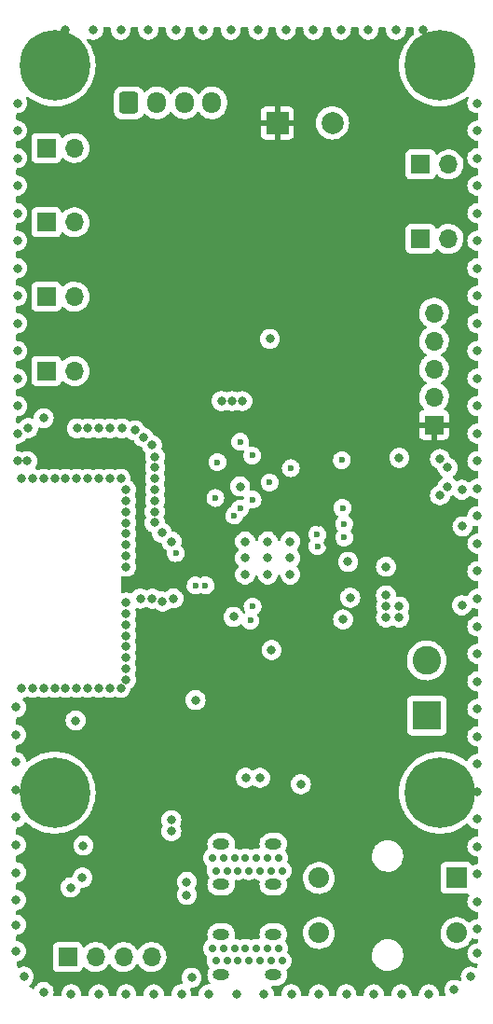
<source format=gbr>
%TF.GenerationSoftware,KiCad,Pcbnew,(6.0.2)*%
%TF.CreationDate,2022-04-29T18:18:38+02:00*%
%TF.ProjectId,reflowControllerV2,7265666c-6f77-4436-9f6e-74726f6c6c65,rev?*%
%TF.SameCoordinates,Original*%
%TF.FileFunction,Copper,L3,Inr*%
%TF.FilePolarity,Positive*%
%FSLAX46Y46*%
G04 Gerber Fmt 4.6, Leading zero omitted, Abs format (unit mm)*
G04 Created by KiCad (PCBNEW (6.0.2)) date 2022-04-29 18:18:38*
%MOMM*%
%LPD*%
G01*
G04 APERTURE LIST*
G04 Aperture macros list*
%AMRoundRect*
0 Rectangle with rounded corners*
0 $1 Rounding radius*
0 $2 $3 $4 $5 $6 $7 $8 $9 X,Y pos of 4 corners*
0 Add a 4 corners polygon primitive as box body*
4,1,4,$2,$3,$4,$5,$6,$7,$8,$9,$2,$3,0*
0 Add four circle primitives for the rounded corners*
1,1,$1+$1,$2,$3*
1,1,$1+$1,$4,$5*
1,1,$1+$1,$6,$7*
1,1,$1+$1,$8,$9*
0 Add four rect primitives between the rounded corners*
20,1,$1+$1,$2,$3,$4,$5,0*
20,1,$1+$1,$4,$5,$6,$7,0*
20,1,$1+$1,$6,$7,$8,$9,0*
20,1,$1+$1,$8,$9,$2,$3,0*%
G04 Aperture macros list end*
%TA.AperFunction,ComponentPad*%
%ADD10C,6.400000*%
%TD*%
%TA.AperFunction,ComponentPad*%
%ADD11C,0.800000*%
%TD*%
%TA.AperFunction,ComponentPad*%
%ADD12R,1.700000X1.700000*%
%TD*%
%TA.AperFunction,ComponentPad*%
%ADD13O,1.700000X1.700000*%
%TD*%
%TA.AperFunction,ComponentPad*%
%ADD14R,2.000000X2.000000*%
%TD*%
%TA.AperFunction,ComponentPad*%
%ADD15C,2.000000*%
%TD*%
%TA.AperFunction,ComponentPad*%
%ADD16R,2.600000X2.600000*%
%TD*%
%TA.AperFunction,ComponentPad*%
%ADD17C,2.600000*%
%TD*%
%TA.AperFunction,ComponentPad*%
%ADD18C,0.700000*%
%TD*%
%TA.AperFunction,ComponentPad*%
%ADD19O,1.500000X1.000000*%
%TD*%
%TA.AperFunction,ComponentPad*%
%ADD20RoundRect,0.250000X-0.600000X-0.725000X0.600000X-0.725000X0.600000X0.725000X-0.600000X0.725000X0*%
%TD*%
%TA.AperFunction,ComponentPad*%
%ADD21O,1.700000X1.950000*%
%TD*%
%TA.AperFunction,ComponentPad*%
%ADD22R,1.875000X1.875000*%
%TD*%
%TA.AperFunction,ComponentPad*%
%ADD23C,1.875000*%
%TD*%
%TA.AperFunction,ViaPad*%
%ADD24C,0.800000*%
%TD*%
%TA.AperFunction,ViaPad*%
%ADD25C,0.600000*%
%TD*%
G04 APERTURE END LIST*
D10*
%TO.N,GND*%
%TO.C,H4*%
X39000000Y-70000000D03*
D11*
X37302944Y-68302944D03*
X41400000Y-70000000D03*
X40697056Y-68302944D03*
X36600000Y-70000000D03*
X40697056Y-71697056D03*
X37302944Y-71697056D03*
X39000000Y-72400000D03*
X39000000Y-67600000D03*
%TD*%
D12*
%TO.N,/T2-*%
%TO.C,J7*%
X3250000Y-11475000D03*
D13*
%TO.N,/T2+*%
X5790000Y-11475000D03*
%TD*%
D12*
%TO.N,/SSR1*%
%TO.C,J3*%
X3250000Y-24975000D03*
D13*
%TO.N,+5V*%
X5790000Y-24975000D03*
%TD*%
D12*
%TO.N,/SSR2*%
%TO.C,J2*%
X3250000Y-31725000D03*
D13*
%TO.N,+5V*%
X5790000Y-31725000D03*
%TD*%
D14*
%TO.N,+3V3*%
%TO.C,BZ1*%
X24229216Y-9200000D03*
D15*
%TO.N,Net-(BZ1-Pad2)*%
X29229216Y-9200000D03*
%TD*%
D16*
%TO.N,GND*%
%TO.C,J11*%
X37805000Y-63000000D03*
D17*
%TO.N,/VIN*%
X37805000Y-58000000D03*
%TD*%
D12*
%TO.N,+3V3*%
%TO.C,J8*%
X38455000Y-36610000D03*
D13*
%TO.N,/SWDIO*%
X38455000Y-34070000D03*
%TO.N,/SWCLK*%
X38455000Y-31530000D03*
%TO.N,/NRST*%
X38455000Y-28990000D03*
%TO.N,GND*%
X38455000Y-26450000D03*
%TD*%
D11*
%TO.N,GND*%
%TO.C,H3*%
X2302944Y-71697056D03*
X4000000Y-72400000D03*
X5697056Y-68302944D03*
X2302944Y-68302944D03*
X6400000Y-70000000D03*
X5697056Y-71697056D03*
D10*
X4000000Y-70000000D03*
D11*
X1600000Y-70000000D03*
X4000000Y-67600000D03*
%TD*%
%TO.N,GND*%
%TO.C,H1*%
X4000000Y-6400000D03*
X1600000Y-4000000D03*
X2302944Y-5697056D03*
X6400000Y-4000000D03*
X5697056Y-2302944D03*
X2302944Y-2302944D03*
X4000000Y-1600000D03*
D10*
X4000000Y-4000000D03*
D11*
X5697056Y-5697056D03*
%TD*%
D12*
%TO.N,/FAN2*%
%TO.C,J4*%
X37250000Y-19725000D03*
D13*
%TO.N,+5V*%
X39790000Y-19725000D03*
%TD*%
D11*
%TO.N,GND*%
%TO.C,H2*%
X37302944Y-2302944D03*
X36600000Y-4000000D03*
X37302944Y-5697056D03*
X41400000Y-4000000D03*
X40697056Y-2302944D03*
D10*
X39000000Y-4000000D03*
D11*
X39000000Y-6400000D03*
X40697056Y-5697056D03*
X39000000Y-1600000D03*
%TD*%
D12*
%TO.N,/T1-*%
%TO.C,J6*%
X3250000Y-18225000D03*
D13*
%TO.N,/T1+*%
X5790000Y-18225000D03*
%TD*%
D12*
%TO.N,/FAN1*%
%TO.C,J5*%
X37250000Y-12975000D03*
D13*
%TO.N,+5V*%
X39790000Y-12975000D03*
%TD*%
D18*
%TO.N,GND*%
%TO.C,U2*%
X24340000Y-75920000D03*
%TO.N,Net-(U2-PadA4)*%
X23340000Y-75920000D03*
%TO.N,unconnected-(U2-PadA5)*%
X22340000Y-75920000D03*
%TO.N,/USB2_D+*%
X21340000Y-75920000D03*
%TO.N,/USB2_D-*%
X20340000Y-75920000D03*
%TO.N,Net-(U2-PadA4)*%
X19340000Y-75920000D03*
%TO.N,GND*%
X18340000Y-75920000D03*
X18660000Y-77080000D03*
%TO.N,Net-(U2-PadA4)*%
X19660000Y-77080000D03*
%TO.N,unconnected-(U2-PadB5)*%
X20660000Y-77080000D03*
%TO.N,/USB2_D+*%
X21660000Y-77080000D03*
%TO.N,/USB2_D-*%
X22660000Y-77080000D03*
%TO.N,Net-(U2-PadA4)*%
X23660000Y-77080000D03*
%TO.N,GND*%
X24660000Y-77080000D03*
D19*
X23870000Y-74670000D03*
X23870000Y-78330000D03*
X19130000Y-74670000D03*
X19130000Y-78330000D03*
%TD*%
D13*
%TO.N,GND*%
%TO.C,J9*%
X12795000Y-84925000D03*
%TO.N,/USART1_TX*%
X10255000Y-84925000D03*
%TO.N,/USART1_RX*%
X7715000Y-84925000D03*
D12*
%TO.N,+5V*%
X5175000Y-84925000D03*
%TD*%
D20*
%TO.N,+5V*%
%TO.C,J10*%
X10750000Y-7372500D03*
D21*
%TO.N,/USART1_RX*%
X13290000Y-7372500D03*
%TO.N,/USART1_TX*%
X15790000Y-7372500D03*
%TO.N,GND*%
X18290000Y-7372500D03*
%TD*%
D18*
%TO.N,GND*%
%TO.C,U1*%
X24340000Y-84120000D03*
%TO.N,Net-(U1-PadA4)*%
X23340000Y-84120000D03*
%TO.N,unconnected-(U1-PadA5)*%
X22340000Y-84120000D03*
%TO.N,/USB1_D+*%
X21340000Y-84120000D03*
%TO.N,/USB1_D-*%
X20340000Y-84120000D03*
%TO.N,Net-(U1-PadA4)*%
X19340000Y-84120000D03*
%TO.N,GND*%
X18340000Y-84120000D03*
X18660000Y-85280000D03*
%TO.N,Net-(U1-PadA4)*%
X19660000Y-85280000D03*
%TO.N,unconnected-(U1-PadB5)*%
X20660000Y-85280000D03*
%TO.N,/USB1_D+*%
X21660000Y-85280000D03*
%TO.N,/USB1_D-*%
X22660000Y-85280000D03*
%TO.N,Net-(U1-PadA4)*%
X23660000Y-85280000D03*
%TO.N,GND*%
X24660000Y-85280000D03*
D19*
X23870000Y-86530000D03*
X23870000Y-82870000D03*
X19130000Y-86530000D03*
X19130000Y-82870000D03*
%TD*%
D22*
%TO.N,/NRST*%
%TO.C,SW1*%
X40500000Y-77750000D03*
D23*
X28000000Y-77750000D03*
%TO.N,GND*%
X40500000Y-82750000D03*
X28000000Y-82750000D03*
%TD*%
D24*
%TO.N,GND*%
X41050000Y-45824500D03*
%TO.N,+3V3*%
X16550000Y-47550000D03*
%TO.N,GND*%
X41800000Y-86700000D03*
X40300000Y-87900000D03*
X3000000Y-88100000D03*
X1200000Y-86700000D03*
X42400000Y-77400000D03*
X500020Y-84402993D03*
X42400000Y-84600000D03*
X42400000Y-79900000D03*
X42400000Y-82400000D03*
X42400000Y-69900000D03*
X42400000Y-57400000D03*
X42400000Y-67400000D03*
X42400000Y-49900000D03*
X42400000Y-44900000D03*
X42400000Y-54900000D03*
X42400000Y-42400000D03*
X42400000Y-62400000D03*
X42400000Y-47400000D03*
X42400000Y-74900000D03*
X42400000Y-72400000D03*
X42400000Y-59900000D03*
X42400000Y-52400000D03*
X42400000Y-64900000D03*
X42400000Y-34900000D03*
X42400000Y-22400000D03*
X42400000Y-32400000D03*
X42400000Y-14900000D03*
X42400000Y-9900000D03*
X42400000Y-19900000D03*
X42400000Y-7400000D03*
X42400000Y-27400000D03*
X42400000Y-12400000D03*
X42400000Y-39900000D03*
X42400000Y-37400000D03*
X42400000Y-24900000D03*
X42400000Y-17400000D03*
X42400000Y-29900000D03*
X600000Y-34900000D03*
X600000Y-22400000D03*
X600000Y-32400000D03*
X600000Y-14900000D03*
X600000Y-9900000D03*
X600000Y-19900000D03*
X600000Y-7400000D03*
X600000Y-27400000D03*
X600000Y-12400000D03*
X600000Y-39900000D03*
X600000Y-37400000D03*
X600000Y-24900000D03*
X600000Y-17400000D03*
X600000Y-29900000D03*
X10000000Y-750000D03*
X22500000Y-750000D03*
X12500000Y-750000D03*
X30000000Y-750000D03*
X35000000Y-750000D03*
X25000000Y-750000D03*
X37500000Y-750000D03*
X17500000Y-750000D03*
X32500000Y-750000D03*
X5000000Y-750000D03*
X7500000Y-750000D03*
X20000000Y-750000D03*
X27500000Y-750000D03*
X15000000Y-750000D03*
X38000000Y-88300000D03*
X35500000Y-88300000D03*
X33000000Y-88300000D03*
X30500000Y-88300000D03*
X28000000Y-88300000D03*
X25500000Y-88300000D03*
X23000000Y-88300000D03*
X20500000Y-88300000D03*
X18000000Y-88300000D03*
X15500000Y-88300000D03*
X13000000Y-88300000D03*
X10500000Y-88300000D03*
X8000000Y-88300000D03*
X5500000Y-88300000D03*
X500020Y-82000000D03*
X500020Y-79749980D03*
X500020Y-77249980D03*
X500020Y-74749980D03*
X500020Y-72249980D03*
X500020Y-69749980D03*
X500020Y-67249980D03*
X500020Y-64749980D03*
X500020Y-62249980D03*
%TO.N,+3V3*%
X18400000Y-61600000D03*
X37000000Y-47500000D03*
X20200000Y-41050000D03*
X26100000Y-38300000D03*
X30400000Y-75500000D03*
X24100000Y-38500000D03*
X28800000Y-47300011D03*
X18450000Y-53300000D03*
X35800000Y-47500000D03*
X29700000Y-76400000D03*
X11600000Y-16000000D03*
X27950000Y-45425000D03*
X11700000Y-24100000D03*
X35800000Y-46400000D03*
X21050000Y-40300000D03*
X27250000Y-31100000D03*
X28800000Y-56600000D03*
X19150000Y-36400000D03*
X27675000Y-53525000D03*
X29600000Y-49800000D03*
X18450000Y-52175000D03*
X26225000Y-53675000D03*
X37000000Y-46400000D03*
X30425000Y-31075000D03*
X35800000Y-48600000D03*
X24900000Y-69700000D03*
X37000000Y-48600000D03*
X26850000Y-45300000D03*
X28050000Y-55800000D03*
X4300000Y-63450000D03*
%TO.N,GND*%
X6520000Y-77710000D03*
D25*
X30300000Y-45600000D03*
D24*
X13115000Y-40490000D03*
X34100000Y-49500000D03*
X21050000Y-34450000D03*
X8000000Y-41500000D03*
X7000000Y-60500000D03*
X12830000Y-38430000D03*
X14780000Y-52370000D03*
X39000000Y-43000000D03*
X16000000Y-78100000D03*
X34100000Y-52100000D03*
X6000000Y-41500000D03*
X10500000Y-42500000D03*
X13115000Y-39490000D03*
X10100000Y-36925000D03*
X39700000Y-42200000D03*
X10000000Y-41500000D03*
X7025000Y-36925000D03*
X13090000Y-44490000D03*
X23700000Y-57050000D03*
X23350000Y-50200000D03*
X14600000Y-72500000D03*
X35300000Y-39600000D03*
X9000000Y-60500000D03*
X3000000Y-60500000D03*
X21300000Y-48706143D03*
X1000000Y-60500000D03*
X10500000Y-46500000D03*
X10500000Y-49500000D03*
X10500000Y-45500000D03*
X23350000Y-48700000D03*
X11275000Y-37100000D03*
X2000000Y-60500000D03*
X10000000Y-60500000D03*
X3000000Y-41500000D03*
X5900000Y-63450000D03*
X14600000Y-73500000D03*
X7000000Y-41500000D03*
X10500000Y-54750000D03*
X10500000Y-59750000D03*
X8000000Y-60500000D03*
X13115000Y-41490000D03*
X12080000Y-37750000D03*
D25*
X15000000Y-48250000D03*
D24*
X21300000Y-47200000D03*
X20100000Y-34450000D03*
X39000000Y-39700000D03*
X9000000Y-41500000D03*
X9025000Y-36925000D03*
X2000000Y-41500000D03*
X10500000Y-47500000D03*
X10500000Y-48500000D03*
X35300000Y-53100000D03*
X14620000Y-47210000D03*
X10500000Y-57750000D03*
X6000000Y-60500000D03*
X13115000Y-42490000D03*
X20250000Y-54050000D03*
X25400000Y-50200000D03*
X39700000Y-40500000D03*
X10500000Y-44500000D03*
X5000000Y-60500000D03*
X34100000Y-54100000D03*
X41000000Y-42500000D03*
X4000000Y-60500000D03*
X19150000Y-34450000D03*
X10500000Y-55750000D03*
X23350000Y-47200000D03*
D25*
X30300000Y-46850000D03*
D24*
X35300000Y-54100000D03*
X10500000Y-52750000D03*
X20850000Y-42200000D03*
X25400000Y-47193857D03*
X30650000Y-49050000D03*
X21300000Y-50206143D03*
X4000000Y-41500000D03*
X10500000Y-53750000D03*
X13090000Y-45490000D03*
X1600000Y-36900000D03*
X25400000Y-48700000D03*
X5450000Y-78610000D03*
X16000000Y-79300000D03*
X13740000Y-46410000D03*
X11790000Y-52380000D03*
X1500000Y-39900000D03*
X8025000Y-36925000D03*
X10500000Y-58750000D03*
X1000000Y-41500000D03*
D25*
X21775000Y-54375000D03*
D24*
X10500000Y-56750000D03*
X5000000Y-41500000D03*
D25*
X16800000Y-51200000D03*
D24*
X34100000Y-53100000D03*
X16800000Y-61600000D03*
X6025000Y-36925000D03*
X13115000Y-43490000D03*
X13800000Y-52650000D03*
D25*
X17700000Y-51200000D03*
D24*
X10500000Y-43500000D03*
X12870000Y-52390000D03*
X3000000Y-36000000D03*
%TO.N,/NRST*%
X26360000Y-69230000D03*
D25*
X23523500Y-41850000D03*
X30093003Y-39806997D03*
D24*
%TO.N,+5V*%
X41000000Y-53000000D03*
%TO.N,/WS_DATA*%
X6600000Y-74800000D03*
%TO.N,/USART1_TX*%
X30850000Y-52300000D03*
D25*
X27875000Y-47625000D03*
D24*
%TO.N,/USART1_RX*%
X30200000Y-54275000D03*
D25*
%TO.N,Net-(JP1-Pad1)*%
X20850000Y-38150000D03*
X25450000Y-40550000D03*
%TO.N,/BUZ*%
X21973500Y-43400000D03*
X21950000Y-39400000D03*
%TO.N,/FAN1_IO*%
X21973500Y-53100574D03*
D24*
X23550000Y-28800000D03*
D25*
%TO.N,/I2C1_SDA*%
X27850000Y-46550000D03*
X30150000Y-44150000D03*
D24*
%TO.N,Net-(U1-PadA4)*%
X16440000Y-86810000D03*
D25*
%TO.N,/LPUART1_RX*%
X20300011Y-44850000D03*
D24*
X21350000Y-68650000D03*
D25*
%TO.N,/LPUART1_TX*%
X20850000Y-44200000D03*
D24*
X22650000Y-68650000D03*
D25*
%TO.N,/T2_CS*%
X18800000Y-40000000D03*
X18600000Y-43250000D03*
%TD*%
%TA.AperFunction,Conductor*%
%TO.N,+3V3*%
G36*
X9040115Y-528002D02*
G01*
X9086608Y-581658D01*
X9097304Y-647170D01*
X9086496Y-750000D01*
X9087186Y-756565D01*
X9097803Y-857576D01*
X9106458Y-939928D01*
X9165473Y-1121556D01*
X9168776Y-1127278D01*
X9168777Y-1127279D01*
X9195548Y-1173648D01*
X9260960Y-1286944D01*
X9388747Y-1428866D01*
X9543248Y-1541118D01*
X9549276Y-1543802D01*
X9549278Y-1543803D01*
X9627751Y-1578741D01*
X9717712Y-1618794D01*
X9811113Y-1638647D01*
X9898056Y-1657128D01*
X9898061Y-1657128D01*
X9904513Y-1658500D01*
X10095487Y-1658500D01*
X10101939Y-1657128D01*
X10101944Y-1657128D01*
X10188888Y-1638647D01*
X10282288Y-1618794D01*
X10372249Y-1578741D01*
X10450722Y-1543803D01*
X10450724Y-1543802D01*
X10456752Y-1541118D01*
X10611253Y-1428866D01*
X10739040Y-1286944D01*
X10804452Y-1173648D01*
X10831223Y-1127279D01*
X10831224Y-1127278D01*
X10834527Y-1121556D01*
X10893542Y-939928D01*
X10902198Y-857576D01*
X10912814Y-756565D01*
X10913504Y-750000D01*
X10902696Y-647170D01*
X10915468Y-577332D01*
X10963970Y-525486D01*
X11028006Y-508000D01*
X11471994Y-508000D01*
X11540115Y-528002D01*
X11586608Y-581658D01*
X11597304Y-647170D01*
X11586496Y-750000D01*
X11587186Y-756565D01*
X11597803Y-857576D01*
X11606458Y-939928D01*
X11665473Y-1121556D01*
X11668776Y-1127278D01*
X11668777Y-1127279D01*
X11695548Y-1173648D01*
X11760960Y-1286944D01*
X11888747Y-1428866D01*
X12043248Y-1541118D01*
X12049276Y-1543802D01*
X12049278Y-1543803D01*
X12127751Y-1578741D01*
X12217712Y-1618794D01*
X12311113Y-1638647D01*
X12398056Y-1657128D01*
X12398061Y-1657128D01*
X12404513Y-1658500D01*
X12595487Y-1658500D01*
X12601939Y-1657128D01*
X12601944Y-1657128D01*
X12688888Y-1638647D01*
X12782288Y-1618794D01*
X12872249Y-1578741D01*
X12950722Y-1543803D01*
X12950724Y-1543802D01*
X12956752Y-1541118D01*
X13111253Y-1428866D01*
X13239040Y-1286944D01*
X13304452Y-1173648D01*
X13331223Y-1127279D01*
X13331224Y-1127278D01*
X13334527Y-1121556D01*
X13393542Y-939928D01*
X13402198Y-857576D01*
X13412814Y-756565D01*
X13413504Y-750000D01*
X13402696Y-647170D01*
X13415468Y-577332D01*
X13463970Y-525486D01*
X13528006Y-508000D01*
X13971994Y-508000D01*
X14040115Y-528002D01*
X14086608Y-581658D01*
X14097304Y-647170D01*
X14086496Y-750000D01*
X14087186Y-756565D01*
X14097803Y-857576D01*
X14106458Y-939928D01*
X14165473Y-1121556D01*
X14168776Y-1127278D01*
X14168777Y-1127279D01*
X14195548Y-1173648D01*
X14260960Y-1286944D01*
X14388747Y-1428866D01*
X14543248Y-1541118D01*
X14549276Y-1543802D01*
X14549278Y-1543803D01*
X14627751Y-1578741D01*
X14717712Y-1618794D01*
X14811113Y-1638647D01*
X14898056Y-1657128D01*
X14898061Y-1657128D01*
X14904513Y-1658500D01*
X15095487Y-1658500D01*
X15101939Y-1657128D01*
X15101944Y-1657128D01*
X15188888Y-1638647D01*
X15282288Y-1618794D01*
X15372249Y-1578741D01*
X15450722Y-1543803D01*
X15450724Y-1543802D01*
X15456752Y-1541118D01*
X15611253Y-1428866D01*
X15739040Y-1286944D01*
X15804452Y-1173648D01*
X15831223Y-1127279D01*
X15831224Y-1127278D01*
X15834527Y-1121556D01*
X15893542Y-939928D01*
X15902198Y-857576D01*
X15912814Y-756565D01*
X15913504Y-750000D01*
X15902696Y-647170D01*
X15915468Y-577332D01*
X15963970Y-525486D01*
X16028006Y-508000D01*
X16471994Y-508000D01*
X16540115Y-528002D01*
X16586608Y-581658D01*
X16597304Y-647170D01*
X16586496Y-750000D01*
X16587186Y-756565D01*
X16597803Y-857576D01*
X16606458Y-939928D01*
X16665473Y-1121556D01*
X16668776Y-1127278D01*
X16668777Y-1127279D01*
X16695548Y-1173648D01*
X16760960Y-1286944D01*
X16888747Y-1428866D01*
X17043248Y-1541118D01*
X17049276Y-1543802D01*
X17049278Y-1543803D01*
X17127751Y-1578741D01*
X17217712Y-1618794D01*
X17311112Y-1638647D01*
X17398056Y-1657128D01*
X17398061Y-1657128D01*
X17404513Y-1658500D01*
X17595487Y-1658500D01*
X17601939Y-1657128D01*
X17601944Y-1657128D01*
X17688888Y-1638647D01*
X17782288Y-1618794D01*
X17872249Y-1578741D01*
X17950722Y-1543803D01*
X17950724Y-1543802D01*
X17956752Y-1541118D01*
X18111253Y-1428866D01*
X18239040Y-1286944D01*
X18304452Y-1173648D01*
X18331223Y-1127279D01*
X18331224Y-1127278D01*
X18334527Y-1121556D01*
X18393542Y-939928D01*
X18402198Y-857576D01*
X18412814Y-756565D01*
X18413504Y-750000D01*
X18402696Y-647170D01*
X18415468Y-577332D01*
X18463970Y-525486D01*
X18528006Y-508000D01*
X18971994Y-508000D01*
X19040115Y-528002D01*
X19086608Y-581658D01*
X19097304Y-647170D01*
X19086496Y-750000D01*
X19087186Y-756565D01*
X19097803Y-857576D01*
X19106458Y-939928D01*
X19165473Y-1121556D01*
X19168776Y-1127278D01*
X19168777Y-1127279D01*
X19195548Y-1173648D01*
X19260960Y-1286944D01*
X19388747Y-1428866D01*
X19543248Y-1541118D01*
X19549276Y-1543802D01*
X19549278Y-1543803D01*
X19627751Y-1578741D01*
X19717712Y-1618794D01*
X19811112Y-1638647D01*
X19898056Y-1657128D01*
X19898061Y-1657128D01*
X19904513Y-1658500D01*
X20095487Y-1658500D01*
X20101939Y-1657128D01*
X20101944Y-1657128D01*
X20188888Y-1638647D01*
X20282288Y-1618794D01*
X20372249Y-1578741D01*
X20450722Y-1543803D01*
X20450724Y-1543802D01*
X20456752Y-1541118D01*
X20611253Y-1428866D01*
X20739040Y-1286944D01*
X20804452Y-1173648D01*
X20831223Y-1127279D01*
X20831224Y-1127278D01*
X20834527Y-1121556D01*
X20893542Y-939928D01*
X20902198Y-857576D01*
X20912814Y-756565D01*
X20913504Y-750000D01*
X20902696Y-647170D01*
X20915468Y-577332D01*
X20963970Y-525486D01*
X21028006Y-508000D01*
X21471994Y-508000D01*
X21540115Y-528002D01*
X21586608Y-581658D01*
X21597304Y-647170D01*
X21586496Y-750000D01*
X21587186Y-756565D01*
X21597803Y-857576D01*
X21606458Y-939928D01*
X21665473Y-1121556D01*
X21668776Y-1127278D01*
X21668777Y-1127279D01*
X21695548Y-1173648D01*
X21760960Y-1286944D01*
X21888747Y-1428866D01*
X22043248Y-1541118D01*
X22049276Y-1543802D01*
X22049278Y-1543803D01*
X22127751Y-1578741D01*
X22217712Y-1618794D01*
X22311112Y-1638647D01*
X22398056Y-1657128D01*
X22398061Y-1657128D01*
X22404513Y-1658500D01*
X22595487Y-1658500D01*
X22601939Y-1657128D01*
X22601944Y-1657128D01*
X22688888Y-1638647D01*
X22782288Y-1618794D01*
X22872249Y-1578741D01*
X22950722Y-1543803D01*
X22950724Y-1543802D01*
X22956752Y-1541118D01*
X23111253Y-1428866D01*
X23239040Y-1286944D01*
X23304452Y-1173648D01*
X23331223Y-1127279D01*
X23331224Y-1127278D01*
X23334527Y-1121556D01*
X23393542Y-939928D01*
X23402198Y-857576D01*
X23412814Y-756565D01*
X23413504Y-750000D01*
X23402696Y-647170D01*
X23415468Y-577332D01*
X23463970Y-525486D01*
X23528006Y-508000D01*
X23971994Y-508000D01*
X24040115Y-528002D01*
X24086608Y-581658D01*
X24097304Y-647170D01*
X24086496Y-750000D01*
X24087186Y-756565D01*
X24097803Y-857576D01*
X24106458Y-939928D01*
X24165473Y-1121556D01*
X24168776Y-1127278D01*
X24168777Y-1127279D01*
X24195548Y-1173648D01*
X24260960Y-1286944D01*
X24388747Y-1428866D01*
X24543248Y-1541118D01*
X24549276Y-1543802D01*
X24549278Y-1543803D01*
X24627751Y-1578741D01*
X24717712Y-1618794D01*
X24811112Y-1638647D01*
X24898056Y-1657128D01*
X24898061Y-1657128D01*
X24904513Y-1658500D01*
X25095487Y-1658500D01*
X25101939Y-1657128D01*
X25101944Y-1657128D01*
X25188888Y-1638647D01*
X25282288Y-1618794D01*
X25372249Y-1578741D01*
X25450722Y-1543803D01*
X25450724Y-1543802D01*
X25456752Y-1541118D01*
X25611253Y-1428866D01*
X25739040Y-1286944D01*
X25804452Y-1173648D01*
X25831223Y-1127279D01*
X25831224Y-1127278D01*
X25834527Y-1121556D01*
X25893542Y-939928D01*
X25902198Y-857576D01*
X25912814Y-756565D01*
X25913504Y-750000D01*
X25902696Y-647170D01*
X25915468Y-577332D01*
X25963970Y-525486D01*
X26028006Y-508000D01*
X26471994Y-508000D01*
X26540115Y-528002D01*
X26586608Y-581658D01*
X26597304Y-647170D01*
X26586496Y-750000D01*
X26587186Y-756565D01*
X26597803Y-857576D01*
X26606458Y-939928D01*
X26665473Y-1121556D01*
X26668776Y-1127278D01*
X26668777Y-1127279D01*
X26695548Y-1173648D01*
X26760960Y-1286944D01*
X26888747Y-1428866D01*
X27043248Y-1541118D01*
X27049276Y-1543802D01*
X27049278Y-1543803D01*
X27127751Y-1578741D01*
X27217712Y-1618794D01*
X27311112Y-1638647D01*
X27398056Y-1657128D01*
X27398061Y-1657128D01*
X27404513Y-1658500D01*
X27595487Y-1658500D01*
X27601939Y-1657128D01*
X27601944Y-1657128D01*
X27688888Y-1638647D01*
X27782288Y-1618794D01*
X27872249Y-1578741D01*
X27950722Y-1543803D01*
X27950724Y-1543802D01*
X27956752Y-1541118D01*
X28111253Y-1428866D01*
X28239040Y-1286944D01*
X28304452Y-1173648D01*
X28331223Y-1127279D01*
X28331224Y-1127278D01*
X28334527Y-1121556D01*
X28393542Y-939928D01*
X28402198Y-857576D01*
X28412814Y-756565D01*
X28413504Y-750000D01*
X28402696Y-647170D01*
X28415468Y-577332D01*
X28463970Y-525486D01*
X28528006Y-508000D01*
X28971994Y-508000D01*
X29040115Y-528002D01*
X29086608Y-581658D01*
X29097304Y-647170D01*
X29086496Y-750000D01*
X29087186Y-756565D01*
X29097803Y-857576D01*
X29106458Y-939928D01*
X29165473Y-1121556D01*
X29168776Y-1127278D01*
X29168777Y-1127279D01*
X29195548Y-1173648D01*
X29260960Y-1286944D01*
X29388747Y-1428866D01*
X29543248Y-1541118D01*
X29549276Y-1543802D01*
X29549278Y-1543803D01*
X29627751Y-1578741D01*
X29717712Y-1618794D01*
X29811112Y-1638647D01*
X29898056Y-1657128D01*
X29898061Y-1657128D01*
X29904513Y-1658500D01*
X30095487Y-1658500D01*
X30101939Y-1657128D01*
X30101944Y-1657128D01*
X30188888Y-1638647D01*
X30282288Y-1618794D01*
X30372249Y-1578741D01*
X30450722Y-1543803D01*
X30450724Y-1543802D01*
X30456752Y-1541118D01*
X30611253Y-1428866D01*
X30739040Y-1286944D01*
X30804452Y-1173648D01*
X30831223Y-1127279D01*
X30831224Y-1127278D01*
X30834527Y-1121556D01*
X30893542Y-939928D01*
X30902198Y-857576D01*
X30912814Y-756565D01*
X30913504Y-750000D01*
X30902696Y-647170D01*
X30915468Y-577332D01*
X30963970Y-525486D01*
X31028006Y-508000D01*
X31471994Y-508000D01*
X31540115Y-528002D01*
X31586608Y-581658D01*
X31597304Y-647170D01*
X31586496Y-750000D01*
X31587186Y-756565D01*
X31597803Y-857576D01*
X31606458Y-939928D01*
X31665473Y-1121556D01*
X31668776Y-1127278D01*
X31668777Y-1127279D01*
X31695548Y-1173648D01*
X31760960Y-1286944D01*
X31888747Y-1428866D01*
X32043248Y-1541118D01*
X32049276Y-1543802D01*
X32049278Y-1543803D01*
X32127751Y-1578741D01*
X32217712Y-1618794D01*
X32311112Y-1638647D01*
X32398056Y-1657128D01*
X32398061Y-1657128D01*
X32404513Y-1658500D01*
X32595487Y-1658500D01*
X32601939Y-1657128D01*
X32601944Y-1657128D01*
X32688888Y-1638647D01*
X32782288Y-1618794D01*
X32872249Y-1578741D01*
X32950722Y-1543803D01*
X32950724Y-1543802D01*
X32956752Y-1541118D01*
X33111253Y-1428866D01*
X33239040Y-1286944D01*
X33304452Y-1173648D01*
X33331223Y-1127279D01*
X33331224Y-1127278D01*
X33334527Y-1121556D01*
X33393542Y-939928D01*
X33402198Y-857576D01*
X33412814Y-756565D01*
X33413504Y-750000D01*
X33402696Y-647170D01*
X33415468Y-577332D01*
X33463970Y-525486D01*
X33528006Y-508000D01*
X33971994Y-508000D01*
X34040115Y-528002D01*
X34086608Y-581658D01*
X34097304Y-647170D01*
X34086496Y-750000D01*
X34087186Y-756565D01*
X34097803Y-857576D01*
X34106458Y-939928D01*
X34165473Y-1121556D01*
X34168776Y-1127278D01*
X34168777Y-1127279D01*
X34195548Y-1173648D01*
X34260960Y-1286944D01*
X34388747Y-1428866D01*
X34543248Y-1541118D01*
X34549276Y-1543802D01*
X34549278Y-1543803D01*
X34627751Y-1578741D01*
X34717712Y-1618794D01*
X34811112Y-1638647D01*
X34898056Y-1657128D01*
X34898061Y-1657128D01*
X34904513Y-1658500D01*
X35095487Y-1658500D01*
X35101939Y-1657128D01*
X35101944Y-1657128D01*
X35188888Y-1638647D01*
X35282288Y-1618794D01*
X35372249Y-1578741D01*
X35450722Y-1543803D01*
X35450724Y-1543802D01*
X35456752Y-1541118D01*
X35611253Y-1428866D01*
X35739040Y-1286944D01*
X35804452Y-1173648D01*
X35831223Y-1127279D01*
X35831224Y-1127278D01*
X35834527Y-1121556D01*
X35893542Y-939928D01*
X35902198Y-857576D01*
X35912814Y-756565D01*
X35913504Y-750000D01*
X35902696Y-647170D01*
X35915468Y-577332D01*
X35963970Y-525486D01*
X36028006Y-508000D01*
X36471994Y-508000D01*
X36540115Y-528002D01*
X36586608Y-581658D01*
X36597304Y-647170D01*
X36586496Y-750000D01*
X36587186Y-756565D01*
X36597803Y-857576D01*
X36606458Y-939928D01*
X36608497Y-946203D01*
X36608498Y-946206D01*
X36637931Y-1036791D01*
X36639959Y-1107758D01*
X36603296Y-1168556D01*
X36597417Y-1173626D01*
X36515124Y-1240266D01*
X36240266Y-1515124D01*
X36238194Y-1517682D01*
X36238191Y-1517686D01*
X36188750Y-1578741D01*
X35995643Y-1817207D01*
X35783938Y-2143206D01*
X35607468Y-2489547D01*
X35468167Y-2852438D01*
X35367562Y-3227901D01*
X35306754Y-3611824D01*
X35286411Y-4000000D01*
X35306754Y-4388176D01*
X35367562Y-4772099D01*
X35468167Y-5147562D01*
X35607468Y-5510453D01*
X35608966Y-5513393D01*
X35782439Y-5853852D01*
X35783938Y-5856794D01*
X35785734Y-5859560D01*
X35785736Y-5859563D01*
X35969873Y-6143110D01*
X35995643Y-6182793D01*
X36110608Y-6324762D01*
X36236410Y-6480114D01*
X36240266Y-6484876D01*
X36515124Y-6759734D01*
X36517682Y-6761806D01*
X36517686Y-6761809D01*
X36666165Y-6882045D01*
X36817207Y-7004357D01*
X37143205Y-7216062D01*
X37146139Y-7217557D01*
X37146146Y-7217561D01*
X37486607Y-7391034D01*
X37489547Y-7392532D01*
X37852438Y-7531833D01*
X38227901Y-7632438D01*
X38431793Y-7664732D01*
X38608576Y-7692732D01*
X38608584Y-7692733D01*
X38611824Y-7693246D01*
X39000000Y-7713589D01*
X39388176Y-7693246D01*
X39391416Y-7692733D01*
X39391424Y-7692732D01*
X39568207Y-7664732D01*
X39772099Y-7632438D01*
X40147562Y-7531833D01*
X40510453Y-7392532D01*
X40513393Y-7391034D01*
X40853854Y-7217561D01*
X40853861Y-7217557D01*
X40856795Y-7216062D01*
X41182793Y-7004357D01*
X41399267Y-6829059D01*
X41464795Y-6801733D01*
X41534693Y-6814173D01*
X41586770Y-6862427D01*
X41604492Y-6931176D01*
X41587681Y-6989978D01*
X41565473Y-7028444D01*
X41506458Y-7210072D01*
X41486496Y-7400000D01*
X41506458Y-7589928D01*
X41565473Y-7771556D01*
X41660960Y-7936944D01*
X41788747Y-8078866D01*
X41943248Y-8191118D01*
X41949276Y-8193802D01*
X41949278Y-8193803D01*
X42111681Y-8266109D01*
X42117712Y-8268794D01*
X42211112Y-8288647D01*
X42298056Y-8307128D01*
X42298061Y-8307128D01*
X42304513Y-8308500D01*
X42366000Y-8308500D01*
X42434121Y-8328502D01*
X42480614Y-8382158D01*
X42492000Y-8434500D01*
X42492000Y-8865500D01*
X42471998Y-8933621D01*
X42418342Y-8980114D01*
X42366000Y-8991500D01*
X42304513Y-8991500D01*
X42298061Y-8992872D01*
X42298056Y-8992872D01*
X42211113Y-9011353D01*
X42117712Y-9031206D01*
X42111682Y-9033891D01*
X42111681Y-9033891D01*
X41949278Y-9106197D01*
X41949276Y-9106198D01*
X41943248Y-9108882D01*
X41788747Y-9221134D01*
X41660960Y-9363056D01*
X41565473Y-9528444D01*
X41506458Y-9710072D01*
X41486496Y-9900000D01*
X41506458Y-10089928D01*
X41565473Y-10271556D01*
X41568776Y-10277278D01*
X41568777Y-10277279D01*
X41583253Y-10302352D01*
X41660960Y-10436944D01*
X41665378Y-10441851D01*
X41665379Y-10441852D01*
X41784325Y-10573955D01*
X41788747Y-10578866D01*
X41943248Y-10691118D01*
X41949276Y-10693802D01*
X41949278Y-10693803D01*
X42111681Y-10766109D01*
X42117712Y-10768794D01*
X42211113Y-10788647D01*
X42298056Y-10807128D01*
X42298061Y-10807128D01*
X42304513Y-10808500D01*
X42366000Y-10808500D01*
X42434121Y-10828502D01*
X42480614Y-10882158D01*
X42492000Y-10934500D01*
X42492000Y-11365500D01*
X42471998Y-11433621D01*
X42418342Y-11480114D01*
X42366000Y-11491500D01*
X42304513Y-11491500D01*
X42298061Y-11492872D01*
X42298056Y-11492872D01*
X42211112Y-11511353D01*
X42117712Y-11531206D01*
X42111682Y-11533891D01*
X42111681Y-11533891D01*
X41949278Y-11606197D01*
X41949276Y-11606198D01*
X41943248Y-11608882D01*
X41937907Y-11612762D01*
X41937906Y-11612763D01*
X41932763Y-11616500D01*
X41788747Y-11721134D01*
X41784326Y-11726044D01*
X41784325Y-11726045D01*
X41679199Y-11842800D01*
X41660960Y-11863056D01*
X41565473Y-12028444D01*
X41506458Y-12210072D01*
X41505768Y-12216633D01*
X41505768Y-12216635D01*
X41489679Y-12369717D01*
X41486496Y-12400000D01*
X41487186Y-12406565D01*
X41491640Y-12448938D01*
X41506458Y-12589928D01*
X41565473Y-12771556D01*
X41660960Y-12936944D01*
X41665378Y-12941851D01*
X41665379Y-12941852D01*
X41758171Y-13044908D01*
X41788747Y-13078866D01*
X41943248Y-13191118D01*
X41949276Y-13193802D01*
X41949278Y-13193803D01*
X42093331Y-13257939D01*
X42117712Y-13268794D01*
X42211113Y-13288647D01*
X42298056Y-13307128D01*
X42298061Y-13307128D01*
X42304513Y-13308500D01*
X42366000Y-13308500D01*
X42434121Y-13328502D01*
X42480614Y-13382158D01*
X42492000Y-13434500D01*
X42492000Y-13865500D01*
X42471998Y-13933621D01*
X42418342Y-13980114D01*
X42366000Y-13991500D01*
X42304513Y-13991500D01*
X42298061Y-13992872D01*
X42298056Y-13992872D01*
X42211113Y-14011353D01*
X42117712Y-14031206D01*
X42111682Y-14033891D01*
X42111681Y-14033891D01*
X41949278Y-14106197D01*
X41949276Y-14106198D01*
X41943248Y-14108882D01*
X41788747Y-14221134D01*
X41784326Y-14226044D01*
X41784325Y-14226045D01*
X41687905Y-14333131D01*
X41660960Y-14363056D01*
X41565473Y-14528444D01*
X41506458Y-14710072D01*
X41486496Y-14900000D01*
X41506458Y-15089928D01*
X41565473Y-15271556D01*
X41660960Y-15436944D01*
X41788747Y-15578866D01*
X41943248Y-15691118D01*
X41949276Y-15693802D01*
X41949278Y-15693803D01*
X42111681Y-15766109D01*
X42117712Y-15768794D01*
X42211113Y-15788647D01*
X42298056Y-15807128D01*
X42298061Y-15807128D01*
X42304513Y-15808500D01*
X42366000Y-15808500D01*
X42434121Y-15828502D01*
X42480614Y-15882158D01*
X42492000Y-15934500D01*
X42492000Y-16365500D01*
X42471998Y-16433621D01*
X42418342Y-16480114D01*
X42366000Y-16491500D01*
X42304513Y-16491500D01*
X42298061Y-16492872D01*
X42298056Y-16492872D01*
X42211113Y-16511353D01*
X42117712Y-16531206D01*
X42111682Y-16533891D01*
X42111681Y-16533891D01*
X41949278Y-16606197D01*
X41949276Y-16606198D01*
X41943248Y-16608882D01*
X41788747Y-16721134D01*
X41660960Y-16863056D01*
X41625552Y-16924385D01*
X41592497Y-16981638D01*
X41565473Y-17028444D01*
X41506458Y-17210072D01*
X41505768Y-17216633D01*
X41505768Y-17216635D01*
X41494690Y-17322037D01*
X41486496Y-17400000D01*
X41506458Y-17589928D01*
X41565473Y-17771556D01*
X41660960Y-17936944D01*
X41665378Y-17941851D01*
X41665379Y-17941852D01*
X41784325Y-18073955D01*
X41788747Y-18078866D01*
X41943248Y-18191118D01*
X41949276Y-18193802D01*
X41949278Y-18193803D01*
X42111681Y-18266109D01*
X42117712Y-18268794D01*
X42209198Y-18288240D01*
X42298056Y-18307128D01*
X42298061Y-18307128D01*
X42304513Y-18308500D01*
X42366000Y-18308500D01*
X42434121Y-18328502D01*
X42480614Y-18382158D01*
X42492000Y-18434500D01*
X42492000Y-18865500D01*
X42471998Y-18933621D01*
X42418342Y-18980114D01*
X42366000Y-18991500D01*
X42304513Y-18991500D01*
X42298061Y-18992872D01*
X42298056Y-18992872D01*
X42211113Y-19011353D01*
X42117712Y-19031206D01*
X42111682Y-19033891D01*
X42111681Y-19033891D01*
X41949278Y-19106197D01*
X41949276Y-19106198D01*
X41943248Y-19108882D01*
X41788747Y-19221134D01*
X41784326Y-19226044D01*
X41784325Y-19226045D01*
X41698193Y-19321705D01*
X41660960Y-19363056D01*
X41565473Y-19528444D01*
X41506458Y-19710072D01*
X41505768Y-19716633D01*
X41505768Y-19716635D01*
X41504889Y-19725000D01*
X41486496Y-19900000D01*
X41487186Y-19906565D01*
X41498901Y-20018023D01*
X41506458Y-20089928D01*
X41565473Y-20271556D01*
X41660960Y-20436944D01*
X41788747Y-20578866D01*
X41943248Y-20691118D01*
X41949276Y-20693802D01*
X41949278Y-20693803D01*
X42111681Y-20766109D01*
X42117712Y-20768794D01*
X42211112Y-20788647D01*
X42298056Y-20807128D01*
X42298061Y-20807128D01*
X42304513Y-20808500D01*
X42366000Y-20808500D01*
X42434121Y-20828502D01*
X42480614Y-20882158D01*
X42492000Y-20934500D01*
X42492000Y-21365500D01*
X42471998Y-21433621D01*
X42418342Y-21480114D01*
X42366000Y-21491500D01*
X42304513Y-21491500D01*
X42298061Y-21492872D01*
X42298056Y-21492872D01*
X42211113Y-21511353D01*
X42117712Y-21531206D01*
X42111682Y-21533891D01*
X42111681Y-21533891D01*
X41949278Y-21606197D01*
X41949276Y-21606198D01*
X41943248Y-21608882D01*
X41788747Y-21721134D01*
X41660960Y-21863056D01*
X41565473Y-22028444D01*
X41506458Y-22210072D01*
X41486496Y-22400000D01*
X41506458Y-22589928D01*
X41565473Y-22771556D01*
X41660960Y-22936944D01*
X41788747Y-23078866D01*
X41943248Y-23191118D01*
X41949276Y-23193802D01*
X41949278Y-23193803D01*
X42111681Y-23266109D01*
X42117712Y-23268794D01*
X42211112Y-23288647D01*
X42298056Y-23307128D01*
X42298061Y-23307128D01*
X42304513Y-23308500D01*
X42366000Y-23308500D01*
X42434121Y-23328502D01*
X42480614Y-23382158D01*
X42492000Y-23434500D01*
X42492000Y-23865500D01*
X42471998Y-23933621D01*
X42418342Y-23980114D01*
X42366000Y-23991500D01*
X42304513Y-23991500D01*
X42298061Y-23992872D01*
X42298056Y-23992872D01*
X42211113Y-24011353D01*
X42117712Y-24031206D01*
X42111682Y-24033891D01*
X42111681Y-24033891D01*
X41949278Y-24106197D01*
X41949276Y-24106198D01*
X41943248Y-24108882D01*
X41937907Y-24112762D01*
X41937906Y-24112763D01*
X41889934Y-24147617D01*
X41788747Y-24221134D01*
X41784326Y-24226044D01*
X41784325Y-24226045D01*
X41721183Y-24296172D01*
X41660960Y-24363056D01*
X41565473Y-24528444D01*
X41506458Y-24710072D01*
X41486496Y-24900000D01*
X41487186Y-24906565D01*
X41501378Y-25041590D01*
X41506458Y-25089928D01*
X41565473Y-25271556D01*
X41660960Y-25436944D01*
X41788747Y-25578866D01*
X41943248Y-25691118D01*
X41949276Y-25693802D01*
X41949278Y-25693803D01*
X42111681Y-25766109D01*
X42117712Y-25768794D01*
X42211112Y-25788647D01*
X42298056Y-25807128D01*
X42298061Y-25807128D01*
X42304513Y-25808500D01*
X42366000Y-25808500D01*
X42434121Y-25828502D01*
X42480614Y-25882158D01*
X42492000Y-25934500D01*
X42492000Y-26365500D01*
X42471998Y-26433621D01*
X42418342Y-26480114D01*
X42366000Y-26491500D01*
X42304513Y-26491500D01*
X42298061Y-26492872D01*
X42298056Y-26492872D01*
X42211113Y-26511353D01*
X42117712Y-26531206D01*
X42111682Y-26533891D01*
X42111681Y-26533891D01*
X41949278Y-26606197D01*
X41949276Y-26606198D01*
X41943248Y-26608882D01*
X41788747Y-26721134D01*
X41660960Y-26863056D01*
X41565473Y-27028444D01*
X41506458Y-27210072D01*
X41505768Y-27216633D01*
X41505768Y-27216635D01*
X41493103Y-27337137D01*
X41486496Y-27400000D01*
X41487186Y-27406565D01*
X41504010Y-27566632D01*
X41506458Y-27589928D01*
X41565473Y-27771556D01*
X41568776Y-27777278D01*
X41568777Y-27777279D01*
X41579972Y-27796669D01*
X41660960Y-27936944D01*
X41665378Y-27941851D01*
X41665379Y-27941852D01*
X41725733Y-28008882D01*
X41788747Y-28078866D01*
X41943248Y-28191118D01*
X41949276Y-28193802D01*
X41949278Y-28193803D01*
X42104824Y-28263056D01*
X42117712Y-28268794D01*
X42211112Y-28288647D01*
X42298056Y-28307128D01*
X42298061Y-28307128D01*
X42304513Y-28308500D01*
X42366000Y-28308500D01*
X42434121Y-28328502D01*
X42480614Y-28382158D01*
X42492000Y-28434500D01*
X42492000Y-28865500D01*
X42471998Y-28933621D01*
X42418342Y-28980114D01*
X42366000Y-28991500D01*
X42304513Y-28991500D01*
X42298061Y-28992872D01*
X42298056Y-28992872D01*
X42211113Y-29011353D01*
X42117712Y-29031206D01*
X42111682Y-29033891D01*
X42111681Y-29033891D01*
X41949278Y-29106197D01*
X41949276Y-29106198D01*
X41943248Y-29108882D01*
X41788747Y-29221134D01*
X41784326Y-29226044D01*
X41784325Y-29226045D01*
X41737483Y-29278069D01*
X41660960Y-29363056D01*
X41565473Y-29528444D01*
X41506458Y-29710072D01*
X41505768Y-29716633D01*
X41505768Y-29716635D01*
X41489282Y-29873489D01*
X41486496Y-29900000D01*
X41506458Y-30089928D01*
X41565473Y-30271556D01*
X41568776Y-30277278D01*
X41568777Y-30277279D01*
X41594230Y-30321364D01*
X41660960Y-30436944D01*
X41665378Y-30441851D01*
X41665379Y-30441852D01*
X41744611Y-30529848D01*
X41788747Y-30578866D01*
X41887843Y-30650864D01*
X41923006Y-30676411D01*
X41943248Y-30691118D01*
X41949276Y-30693802D01*
X41949278Y-30693803D01*
X42111681Y-30766109D01*
X42117712Y-30768794D01*
X42211112Y-30788647D01*
X42298056Y-30807128D01*
X42298061Y-30807128D01*
X42304513Y-30808500D01*
X42366000Y-30808500D01*
X42434121Y-30828502D01*
X42480614Y-30882158D01*
X42492000Y-30934500D01*
X42492000Y-31365500D01*
X42471998Y-31433621D01*
X42418342Y-31480114D01*
X42366000Y-31491500D01*
X42304513Y-31491500D01*
X42298061Y-31492872D01*
X42298056Y-31492872D01*
X42211112Y-31511353D01*
X42117712Y-31531206D01*
X42111682Y-31533891D01*
X42111681Y-31533891D01*
X41949278Y-31606197D01*
X41949276Y-31606198D01*
X41943248Y-31608882D01*
X41788747Y-31721134D01*
X41784326Y-31726044D01*
X41784325Y-31726045D01*
X41728325Y-31788240D01*
X41660960Y-31863056D01*
X41657659Y-31868774D01*
X41571490Y-32018023D01*
X41565473Y-32028444D01*
X41506458Y-32210072D01*
X41505768Y-32216633D01*
X41505768Y-32216635D01*
X41504633Y-32227438D01*
X41486496Y-32400000D01*
X41487186Y-32406565D01*
X41500169Y-32530088D01*
X41506458Y-32589928D01*
X41565473Y-32771556D01*
X41660960Y-32936944D01*
X41665378Y-32941851D01*
X41665379Y-32941852D01*
X41770882Y-33059025D01*
X41788747Y-33078866D01*
X41943248Y-33191118D01*
X41949276Y-33193802D01*
X41949278Y-33193803D01*
X42000057Y-33216411D01*
X42117712Y-33268794D01*
X42211112Y-33288647D01*
X42298056Y-33307128D01*
X42298061Y-33307128D01*
X42304513Y-33308500D01*
X42366000Y-33308500D01*
X42434121Y-33328502D01*
X42480614Y-33382158D01*
X42492000Y-33434500D01*
X42492000Y-33865500D01*
X42471998Y-33933621D01*
X42418342Y-33980114D01*
X42366000Y-33991500D01*
X42304513Y-33991500D01*
X42298061Y-33992872D01*
X42298056Y-33992872D01*
X42211112Y-34011353D01*
X42117712Y-34031206D01*
X42111682Y-34033891D01*
X42111681Y-34033891D01*
X41949278Y-34106197D01*
X41949276Y-34106198D01*
X41943248Y-34108882D01*
X41937907Y-34112762D01*
X41937906Y-34112763D01*
X41887843Y-34149136D01*
X41788747Y-34221134D01*
X41784326Y-34226044D01*
X41784325Y-34226045D01*
X41754009Y-34259715D01*
X41660960Y-34363056D01*
X41565473Y-34528444D01*
X41506458Y-34710072D01*
X41486496Y-34900000D01*
X41506458Y-35089928D01*
X41565473Y-35271556D01*
X41568776Y-35277278D01*
X41568777Y-35277279D01*
X41590679Y-35315214D01*
X41660960Y-35436944D01*
X41788747Y-35578866D01*
X41943248Y-35691118D01*
X41949276Y-35693802D01*
X41949278Y-35693803D01*
X42111681Y-35766109D01*
X42117712Y-35768794D01*
X42211112Y-35788647D01*
X42298056Y-35807128D01*
X42298061Y-35807128D01*
X42304513Y-35808500D01*
X42366000Y-35808500D01*
X42434121Y-35828502D01*
X42480614Y-35882158D01*
X42492000Y-35934500D01*
X42492000Y-36365500D01*
X42471998Y-36433621D01*
X42418342Y-36480114D01*
X42366000Y-36491500D01*
X42304513Y-36491500D01*
X42298061Y-36492872D01*
X42298056Y-36492872D01*
X42211112Y-36511353D01*
X42117712Y-36531206D01*
X42111682Y-36533891D01*
X42111681Y-36533891D01*
X41949278Y-36606197D01*
X41949276Y-36606198D01*
X41943248Y-36608882D01*
X41788747Y-36721134D01*
X41784326Y-36726044D01*
X41784325Y-36726045D01*
X41723316Y-36793803D01*
X41660960Y-36863056D01*
X41565473Y-37028444D01*
X41506458Y-37210072D01*
X41486496Y-37400000D01*
X41487186Y-37406565D01*
X41503560Y-37562352D01*
X41506458Y-37589928D01*
X41565473Y-37771556D01*
X41568776Y-37777278D01*
X41568777Y-37777279D01*
X41586139Y-37807350D01*
X41660960Y-37936944D01*
X41665378Y-37941851D01*
X41665379Y-37941852D01*
X41686332Y-37965123D01*
X41788747Y-38078866D01*
X41943248Y-38191118D01*
X41949276Y-38193802D01*
X41949278Y-38193803D01*
X42111681Y-38266109D01*
X42117712Y-38268794D01*
X42203101Y-38286944D01*
X42298056Y-38307128D01*
X42298061Y-38307128D01*
X42304513Y-38308500D01*
X42366000Y-38308500D01*
X42434121Y-38328502D01*
X42480614Y-38382158D01*
X42492000Y-38434500D01*
X42492000Y-38865500D01*
X42471998Y-38933621D01*
X42418342Y-38980114D01*
X42366000Y-38991500D01*
X42304513Y-38991500D01*
X42298061Y-38992872D01*
X42298056Y-38992872D01*
X42211112Y-39011353D01*
X42117712Y-39031206D01*
X42111682Y-39033891D01*
X42111681Y-39033891D01*
X41949278Y-39106197D01*
X41949276Y-39106198D01*
X41943248Y-39108882D01*
X41937907Y-39112762D01*
X41937906Y-39112763D01*
X41890815Y-39146977D01*
X41788747Y-39221134D01*
X41784326Y-39226044D01*
X41784325Y-39226045D01*
X41711762Y-39306635D01*
X41660960Y-39363056D01*
X41637440Y-39403794D01*
X41592956Y-39480843D01*
X41565473Y-39528444D01*
X41506458Y-39710072D01*
X41505768Y-39716633D01*
X41505768Y-39716635D01*
X41501775Y-39754628D01*
X41486496Y-39900000D01*
X41487186Y-39906565D01*
X41505129Y-40077279D01*
X41506458Y-40089928D01*
X41565473Y-40271556D01*
X41660960Y-40436944D01*
X41665378Y-40441851D01*
X41665379Y-40441852D01*
X41779645Y-40568757D01*
X41788747Y-40578866D01*
X41845962Y-40620435D01*
X41932576Y-40683364D01*
X41943248Y-40691118D01*
X41949276Y-40693802D01*
X41949278Y-40693803D01*
X42111681Y-40766109D01*
X42117712Y-40768794D01*
X42203317Y-40786990D01*
X42298056Y-40807128D01*
X42298061Y-40807128D01*
X42304513Y-40808500D01*
X42366000Y-40808500D01*
X42434121Y-40828502D01*
X42480614Y-40882158D01*
X42492000Y-40934500D01*
X42492000Y-41365500D01*
X42471998Y-41433621D01*
X42418342Y-41480114D01*
X42366000Y-41491500D01*
X42304513Y-41491500D01*
X42298061Y-41492872D01*
X42298056Y-41492872D01*
X42233638Y-41506565D01*
X42117712Y-41531206D01*
X42111682Y-41533891D01*
X42111681Y-41533891D01*
X41949278Y-41606197D01*
X41949276Y-41606198D01*
X41943248Y-41608882D01*
X41788747Y-41721134D01*
X41740033Y-41775236D01*
X41679589Y-41812474D01*
X41608605Y-41811122D01*
X41572338Y-41792860D01*
X41462094Y-41712763D01*
X41462093Y-41712762D01*
X41456752Y-41708882D01*
X41450724Y-41706198D01*
X41450722Y-41706197D01*
X41288319Y-41633891D01*
X41288318Y-41633891D01*
X41282288Y-41631206D01*
X41188887Y-41611353D01*
X41101944Y-41592872D01*
X41101939Y-41592872D01*
X41095487Y-41591500D01*
X40904513Y-41591500D01*
X40898061Y-41592872D01*
X40898056Y-41592872D01*
X40811113Y-41611353D01*
X40717712Y-41631206D01*
X40711685Y-41633889D01*
X40711677Y-41633892D01*
X40581943Y-41691653D01*
X40511576Y-41701087D01*
X40447279Y-41670980D01*
X40437059Y-41660856D01*
X40429145Y-41652066D01*
X40374611Y-41591500D01*
X40315675Y-41526045D01*
X40315674Y-41526044D01*
X40311253Y-41521134D01*
X40216011Y-41451936D01*
X40172657Y-41395713D01*
X40166582Y-41324977D01*
X40199714Y-41262185D01*
X40216011Y-41248064D01*
X40259259Y-41216642D01*
X40311253Y-41178866D01*
X40367532Y-41116362D01*
X40434621Y-41041852D01*
X40434622Y-41041851D01*
X40439040Y-41036944D01*
X40509263Y-40915314D01*
X40531223Y-40877279D01*
X40531224Y-40877278D01*
X40534527Y-40871556D01*
X40593542Y-40689928D01*
X40606278Y-40568757D01*
X40612814Y-40506565D01*
X40613504Y-40500000D01*
X40607514Y-40443004D01*
X40594232Y-40316635D01*
X40594232Y-40316633D01*
X40593542Y-40310072D01*
X40534527Y-40128444D01*
X40528754Y-40118444D01*
X40478129Y-40030760D01*
X40439040Y-39963056D01*
X40318979Y-39829714D01*
X40315675Y-39826045D01*
X40315674Y-39826044D01*
X40311253Y-39821134D01*
X40212157Y-39749136D01*
X40162094Y-39712763D01*
X40162093Y-39712762D01*
X40156752Y-39708882D01*
X40150724Y-39706198D01*
X40150722Y-39706197D01*
X40069520Y-39670044D01*
X39982288Y-39631206D01*
X39980140Y-39630749D01*
X39922882Y-39591600D01*
X39895112Y-39525009D01*
X39894232Y-39516636D01*
X39894232Y-39516635D01*
X39893542Y-39510072D01*
X39875793Y-39455445D01*
X39854086Y-39388640D01*
X39834527Y-39328444D01*
X39817349Y-39298690D01*
X39795904Y-39261547D01*
X39739040Y-39163056D01*
X39724563Y-39146977D01*
X39615675Y-39026045D01*
X39615674Y-39026044D01*
X39611253Y-39021134D01*
X39480375Y-38926045D01*
X39462094Y-38912763D01*
X39462093Y-38912762D01*
X39456752Y-38908882D01*
X39450724Y-38906198D01*
X39450722Y-38906197D01*
X39288319Y-38833891D01*
X39288318Y-38833891D01*
X39282288Y-38831206D01*
X39187857Y-38811134D01*
X39101944Y-38792872D01*
X39101939Y-38792872D01*
X39095487Y-38791500D01*
X38904513Y-38791500D01*
X38898061Y-38792872D01*
X38898056Y-38792872D01*
X38812143Y-38811134D01*
X38717712Y-38831206D01*
X38711682Y-38833891D01*
X38711681Y-38833891D01*
X38549278Y-38906197D01*
X38549276Y-38906198D01*
X38543248Y-38908882D01*
X38537907Y-38912762D01*
X38537906Y-38912763D01*
X38519625Y-38926045D01*
X38388747Y-39021134D01*
X38384326Y-39026044D01*
X38384325Y-39026045D01*
X38275438Y-39146977D01*
X38260960Y-39163056D01*
X38204096Y-39261547D01*
X38182652Y-39298690D01*
X38165473Y-39328444D01*
X38106458Y-39510072D01*
X38105768Y-39516633D01*
X38105768Y-39516635D01*
X38096316Y-39606565D01*
X38086496Y-39700000D01*
X38087186Y-39706565D01*
X38104078Y-39867279D01*
X38106458Y-39889928D01*
X38165473Y-40071556D01*
X38168776Y-40077278D01*
X38168777Y-40077279D01*
X38197034Y-40126222D01*
X38260960Y-40236944D01*
X38265378Y-40241851D01*
X38265379Y-40241852D01*
X38384325Y-40373955D01*
X38388747Y-40378866D01*
X38543248Y-40491118D01*
X38549276Y-40493802D01*
X38549278Y-40493803D01*
X38604228Y-40518268D01*
X38717712Y-40568794D01*
X38719860Y-40569251D01*
X38777118Y-40608400D01*
X38804888Y-40674991D01*
X38806458Y-40689928D01*
X38808498Y-40696205D01*
X38808498Y-40696207D01*
X38824471Y-40745366D01*
X38865473Y-40871556D01*
X38868776Y-40877278D01*
X38868777Y-40877279D01*
X38890737Y-40915314D01*
X38960960Y-41036944D01*
X38965378Y-41041851D01*
X38965379Y-41041852D01*
X39032468Y-41116362D01*
X39088747Y-41178866D01*
X39140741Y-41216642D01*
X39183989Y-41248064D01*
X39227343Y-41304287D01*
X39233418Y-41375023D01*
X39200286Y-41437815D01*
X39183989Y-41451936D01*
X39088747Y-41521134D01*
X39084326Y-41526044D01*
X39084325Y-41526045D01*
X39077261Y-41533891D01*
X38960960Y-41663056D01*
X38865473Y-41828444D01*
X38859749Y-41846062D01*
X38821735Y-41963056D01*
X38806458Y-42010072D01*
X38805768Y-42016635D01*
X38805768Y-42016636D01*
X38804888Y-42025009D01*
X38777874Y-42090666D01*
X38719841Y-42130754D01*
X38717712Y-42131206D01*
X38630480Y-42170044D01*
X38549278Y-42206197D01*
X38549276Y-42206198D01*
X38543248Y-42208882D01*
X38537907Y-42212762D01*
X38537906Y-42212763D01*
X38517247Y-42227773D01*
X38388747Y-42321134D01*
X38384326Y-42326044D01*
X38384325Y-42326045D01*
X38265620Y-42457881D01*
X38260960Y-42463056D01*
X38202686Y-42563990D01*
X38173931Y-42613795D01*
X38165473Y-42628444D01*
X38106458Y-42810072D01*
X38105768Y-42816633D01*
X38105768Y-42816635D01*
X38093117Y-42937000D01*
X38086496Y-43000000D01*
X38087186Y-43006565D01*
X38104780Y-43173959D01*
X38106458Y-43189928D01*
X38165473Y-43371556D01*
X38168776Y-43377278D01*
X38168777Y-43377279D01*
X38186302Y-43407633D01*
X38260960Y-43536944D01*
X38265378Y-43541851D01*
X38265379Y-43541852D01*
X38337456Y-43621902D01*
X38388747Y-43678866D01*
X38473442Y-43740401D01*
X38531128Y-43782312D01*
X38543248Y-43791118D01*
X38549276Y-43793802D01*
X38549278Y-43793803D01*
X38711681Y-43866109D01*
X38717712Y-43868794D01*
X38811112Y-43888647D01*
X38898056Y-43907128D01*
X38898061Y-43907128D01*
X38904513Y-43908500D01*
X39095487Y-43908500D01*
X39101939Y-43907128D01*
X39101944Y-43907128D01*
X39188888Y-43888647D01*
X39282288Y-43868794D01*
X39288319Y-43866109D01*
X39450722Y-43793803D01*
X39450724Y-43793802D01*
X39456752Y-43791118D01*
X39468873Y-43782312D01*
X39526558Y-43740401D01*
X39611253Y-43678866D01*
X39662544Y-43621902D01*
X39734621Y-43541852D01*
X39734622Y-43541851D01*
X39739040Y-43536944D01*
X39813698Y-43407633D01*
X39831223Y-43377279D01*
X39831224Y-43377278D01*
X39834527Y-43371556D01*
X39886016Y-43213091D01*
X39891502Y-43196207D01*
X39891502Y-43196205D01*
X39893542Y-43189928D01*
X39895112Y-43174991D01*
X39922126Y-43109334D01*
X39980159Y-43069246D01*
X39982288Y-43068794D01*
X39988318Y-43066109D01*
X39988322Y-43066108D01*
X40118057Y-43008347D01*
X40188424Y-42998913D01*
X40252721Y-43029020D01*
X40262940Y-43039143D01*
X40388747Y-43178866D01*
X40543248Y-43291118D01*
X40549276Y-43293802D01*
X40549278Y-43293803D01*
X40698506Y-43360243D01*
X40717712Y-43368794D01*
X40800560Y-43386404D01*
X40898056Y-43407128D01*
X40898061Y-43407128D01*
X40904513Y-43408500D01*
X41095487Y-43408500D01*
X41101939Y-43407128D01*
X41101944Y-43407128D01*
X41199440Y-43386404D01*
X41282288Y-43368794D01*
X41301494Y-43360243D01*
X41450722Y-43293803D01*
X41450724Y-43293802D01*
X41456752Y-43291118D01*
X41611253Y-43178866D01*
X41659967Y-43124764D01*
X41720411Y-43087526D01*
X41791395Y-43088878D01*
X41827662Y-43107140D01*
X41932577Y-43183365D01*
X41943248Y-43191118D01*
X41949276Y-43193802D01*
X41949278Y-43193803D01*
X42111681Y-43266109D01*
X42117712Y-43268794D01*
X42204479Y-43287237D01*
X42298056Y-43307128D01*
X42298061Y-43307128D01*
X42304513Y-43308500D01*
X42366000Y-43308500D01*
X42434121Y-43328502D01*
X42480614Y-43382158D01*
X42492000Y-43434500D01*
X42492000Y-43865500D01*
X42471998Y-43933621D01*
X42418342Y-43980114D01*
X42366000Y-43991500D01*
X42304513Y-43991500D01*
X42298061Y-43992872D01*
X42298056Y-43992872D01*
X42223664Y-44008685D01*
X42117712Y-44031206D01*
X42111682Y-44033891D01*
X42111681Y-44033891D01*
X41949278Y-44106197D01*
X41949276Y-44106198D01*
X41943248Y-44108882D01*
X41937907Y-44112762D01*
X41937906Y-44112763D01*
X41916323Y-44128444D01*
X41788747Y-44221134D01*
X41784326Y-44226044D01*
X41784325Y-44226045D01*
X41670611Y-44352338D01*
X41660960Y-44363056D01*
X41602686Y-44463990D01*
X41573054Y-44515314D01*
X41565473Y-44528444D01*
X41506458Y-44710072D01*
X41505768Y-44716633D01*
X41505768Y-44716635D01*
X41491933Y-44848273D01*
X41464920Y-44913930D01*
X41406699Y-44954560D01*
X41335783Y-44957262D01*
X41332288Y-44955706D01*
X41262853Y-44940947D01*
X41151944Y-44917372D01*
X41151939Y-44917372D01*
X41145487Y-44916000D01*
X40954513Y-44916000D01*
X40948061Y-44917372D01*
X40948056Y-44917372D01*
X40861112Y-44935853D01*
X40767712Y-44955706D01*
X40761682Y-44958391D01*
X40761681Y-44958391D01*
X40599278Y-45030697D01*
X40599276Y-45030698D01*
X40593248Y-45033382D01*
X40438747Y-45145634D01*
X40434326Y-45150544D01*
X40434325Y-45150545D01*
X40397654Y-45191273D01*
X40310960Y-45287556D01*
X40274049Y-45351488D01*
X40230600Y-45426744D01*
X40215473Y-45452944D01*
X40156458Y-45634572D01*
X40155768Y-45641133D01*
X40155768Y-45641135D01*
X40137960Y-45810570D01*
X40136496Y-45824500D01*
X40137186Y-45831065D01*
X40154942Y-46000000D01*
X40156458Y-46014428D01*
X40215473Y-46196056D01*
X40218776Y-46201778D01*
X40218777Y-46201779D01*
X40229339Y-46220072D01*
X40310960Y-46361444D01*
X40315378Y-46366351D01*
X40315379Y-46366352D01*
X40353673Y-46408882D01*
X40438747Y-46503366D01*
X40496950Y-46545653D01*
X40583977Y-46608882D01*
X40593248Y-46615618D01*
X40599276Y-46618302D01*
X40599278Y-46618303D01*
X40761681Y-46690609D01*
X40767712Y-46693294D01*
X40856427Y-46712151D01*
X40948056Y-46731628D01*
X40948061Y-46731628D01*
X40954513Y-46733000D01*
X41145487Y-46733000D01*
X41151939Y-46731628D01*
X41151944Y-46731628D01*
X41243573Y-46712151D01*
X41332288Y-46693294D01*
X41338319Y-46690609D01*
X41500722Y-46618303D01*
X41500724Y-46618302D01*
X41506752Y-46615618D01*
X41516024Y-46608882D01*
X41603050Y-46545653D01*
X41634351Y-46522912D01*
X41645214Y-46519036D01*
X41656603Y-46506745D01*
X41661253Y-46503366D01*
X41746327Y-46408882D01*
X41784621Y-46366352D01*
X41784622Y-46366351D01*
X41789040Y-46361444D01*
X41870661Y-46220072D01*
X41881223Y-46201779D01*
X41881224Y-46201778D01*
X41884527Y-46196056D01*
X41943542Y-46014428D01*
X41945059Y-46000000D01*
X41957444Y-45882158D01*
X41958067Y-45876226D01*
X41985080Y-45810570D01*
X42043301Y-45769940D01*
X42114217Y-45767238D01*
X42117712Y-45768794D01*
X42124168Y-45770166D01*
X42124167Y-45770166D01*
X42298056Y-45807128D01*
X42298061Y-45807128D01*
X42304513Y-45808500D01*
X42366000Y-45808500D01*
X42434121Y-45828502D01*
X42480614Y-45882158D01*
X42492000Y-45934500D01*
X42492000Y-46365500D01*
X42471998Y-46433621D01*
X42418342Y-46480114D01*
X42366000Y-46491500D01*
X42304513Y-46491500D01*
X42298061Y-46492872D01*
X42298056Y-46492872D01*
X42233638Y-46506565D01*
X42117712Y-46531206D01*
X42111682Y-46533891D01*
X42111681Y-46533891D01*
X41949278Y-46606197D01*
X41949276Y-46606198D01*
X41943248Y-46608882D01*
X41937907Y-46612762D01*
X41937906Y-46612763D01*
X41930281Y-46618303D01*
X41823058Y-46696206D01*
X41815650Y-46701588D01*
X41804786Y-46705464D01*
X41793397Y-46717755D01*
X41788747Y-46721134D01*
X41784326Y-46726044D01*
X41672716Y-46850000D01*
X41660960Y-46863056D01*
X41612527Y-46946944D01*
X41570307Y-47020072D01*
X41565473Y-47028444D01*
X41506458Y-47210072D01*
X41505768Y-47216633D01*
X41505768Y-47216635D01*
X41495948Y-47310072D01*
X41486496Y-47400000D01*
X41487186Y-47406565D01*
X41505276Y-47578679D01*
X41506458Y-47589928D01*
X41565473Y-47771556D01*
X41568776Y-47777278D01*
X41568777Y-47777279D01*
X41597679Y-47827338D01*
X41660960Y-47936944D01*
X41665378Y-47941851D01*
X41665379Y-47941852D01*
X41761819Y-48048959D01*
X41788747Y-48078866D01*
X41943248Y-48191118D01*
X41949276Y-48193802D01*
X41949278Y-48193803D01*
X42095449Y-48258882D01*
X42117712Y-48268794D01*
X42211113Y-48288647D01*
X42298056Y-48307128D01*
X42298061Y-48307128D01*
X42304513Y-48308500D01*
X42366000Y-48308500D01*
X42434121Y-48328502D01*
X42480614Y-48382158D01*
X42492000Y-48434500D01*
X42492000Y-48865500D01*
X42471998Y-48933621D01*
X42418342Y-48980114D01*
X42366000Y-48991500D01*
X42304513Y-48991500D01*
X42298061Y-48992872D01*
X42298056Y-48992872D01*
X42211113Y-49011353D01*
X42117712Y-49031206D01*
X42111682Y-49033891D01*
X42111681Y-49033891D01*
X41949278Y-49106197D01*
X41949276Y-49106198D01*
X41943248Y-49108882D01*
X41788747Y-49221134D01*
X41784326Y-49226044D01*
X41784325Y-49226045D01*
X41702758Y-49316635D01*
X41660960Y-49363056D01*
X41565473Y-49528444D01*
X41506458Y-49710072D01*
X41505768Y-49716633D01*
X41505768Y-49716635D01*
X41492685Y-49841118D01*
X41486496Y-49900000D01*
X41487186Y-49906565D01*
X41498755Y-50016634D01*
X41506458Y-50089928D01*
X41565473Y-50271556D01*
X41660960Y-50436944D01*
X41665378Y-50441851D01*
X41665379Y-50441852D01*
X41781588Y-50570915D01*
X41788747Y-50578866D01*
X41795018Y-50583422D01*
X41935889Y-50685771D01*
X41943248Y-50691118D01*
X41949276Y-50693802D01*
X41949278Y-50693803D01*
X42070996Y-50747995D01*
X42117712Y-50768794D01*
X42211112Y-50788647D01*
X42298056Y-50807128D01*
X42298061Y-50807128D01*
X42304513Y-50808500D01*
X42366000Y-50808500D01*
X42434121Y-50828502D01*
X42480614Y-50882158D01*
X42492000Y-50934500D01*
X42492000Y-51365500D01*
X42471998Y-51433621D01*
X42418342Y-51480114D01*
X42366000Y-51491500D01*
X42304513Y-51491500D01*
X42298061Y-51492872D01*
X42298056Y-51492872D01*
X42218259Y-51509834D01*
X42117712Y-51531206D01*
X42111682Y-51533891D01*
X42111681Y-51533891D01*
X41949278Y-51606197D01*
X41949276Y-51606198D01*
X41943248Y-51608882D01*
X41937907Y-51612762D01*
X41937906Y-51612763D01*
X41921869Y-51624415D01*
X41788747Y-51721134D01*
X41784326Y-51726044D01*
X41784325Y-51726045D01*
X41682824Y-51838774D01*
X41660960Y-51863056D01*
X41615990Y-51940947D01*
X41582794Y-51998444D01*
X41565473Y-52028444D01*
X41545459Y-52090042D01*
X41543757Y-52095279D01*
X41503683Y-52153884D01*
X41438286Y-52181521D01*
X41372676Y-52171449D01*
X41282288Y-52131206D01*
X41166362Y-52106565D01*
X41101944Y-52092872D01*
X41101939Y-52092872D01*
X41095487Y-52091500D01*
X40904513Y-52091500D01*
X40898061Y-52092872D01*
X40898056Y-52092872D01*
X40833638Y-52106565D01*
X40717712Y-52131206D01*
X40711682Y-52133891D01*
X40711681Y-52133891D01*
X40549278Y-52206197D01*
X40549276Y-52206198D01*
X40543248Y-52208882D01*
X40388747Y-52321134D01*
X40260960Y-52463056D01*
X40205031Y-52559928D01*
X40181219Y-52601172D01*
X40165473Y-52628444D01*
X40106458Y-52810072D01*
X40105768Y-52816633D01*
X40105768Y-52816635D01*
X40096276Y-52906944D01*
X40086496Y-53000000D01*
X40087186Y-53006565D01*
X40103955Y-53166109D01*
X40106458Y-53189928D01*
X40165473Y-53371556D01*
X40260960Y-53536944D01*
X40265378Y-53541851D01*
X40265379Y-53541852D01*
X40383214Y-53672721D01*
X40388747Y-53678866D01*
X40543248Y-53791118D01*
X40549276Y-53793802D01*
X40549278Y-53793803D01*
X40711681Y-53866109D01*
X40717712Y-53868794D01*
X40811112Y-53888647D01*
X40898056Y-53907128D01*
X40898061Y-53907128D01*
X40904513Y-53908500D01*
X41095487Y-53908500D01*
X41101939Y-53907128D01*
X41101944Y-53907128D01*
X41188887Y-53888647D01*
X41282288Y-53868794D01*
X41288319Y-53866109D01*
X41450722Y-53793803D01*
X41450724Y-53793802D01*
X41456752Y-53791118D01*
X41611253Y-53678866D01*
X41616786Y-53672721D01*
X41734621Y-53541852D01*
X41734622Y-53541851D01*
X41739040Y-53536944D01*
X41834527Y-53371556D01*
X41856243Y-53304720D01*
X41896317Y-53246116D01*
X41961714Y-53218479D01*
X42027324Y-53228551D01*
X42066776Y-53246116D01*
X42105925Y-53263546D01*
X42117712Y-53268794D01*
X42186263Y-53283365D01*
X42298056Y-53307128D01*
X42298061Y-53307128D01*
X42304513Y-53308500D01*
X42366000Y-53308500D01*
X42434121Y-53328502D01*
X42480614Y-53382158D01*
X42492000Y-53434500D01*
X42492000Y-53865500D01*
X42471998Y-53933621D01*
X42418342Y-53980114D01*
X42366000Y-53991500D01*
X42304513Y-53991500D01*
X42298061Y-53992872D01*
X42298056Y-53992872D01*
X42211112Y-54011353D01*
X42117712Y-54031206D01*
X42111682Y-54033891D01*
X42111681Y-54033891D01*
X41949278Y-54106197D01*
X41949276Y-54106198D01*
X41943248Y-54108882D01*
X41788747Y-54221134D01*
X41784326Y-54226044D01*
X41784325Y-54226045D01*
X41706031Y-54313000D01*
X41660960Y-54363056D01*
X41565473Y-54528444D01*
X41506458Y-54710072D01*
X41505768Y-54716633D01*
X41505768Y-54716635D01*
X41498819Y-54782749D01*
X41486496Y-54900000D01*
X41487186Y-54906565D01*
X41503548Y-55062237D01*
X41506458Y-55089928D01*
X41565473Y-55271556D01*
X41660960Y-55436944D01*
X41788747Y-55578866D01*
X41943248Y-55691118D01*
X41949276Y-55693802D01*
X41949278Y-55693803D01*
X42090245Y-55756565D01*
X42117712Y-55768794D01*
X42211113Y-55788647D01*
X42298056Y-55807128D01*
X42298061Y-55807128D01*
X42304513Y-55808500D01*
X42366000Y-55808500D01*
X42434121Y-55828502D01*
X42480614Y-55882158D01*
X42492000Y-55934500D01*
X42492000Y-56365500D01*
X42471998Y-56433621D01*
X42418342Y-56480114D01*
X42366000Y-56491500D01*
X42304513Y-56491500D01*
X42298061Y-56492872D01*
X42298056Y-56492872D01*
X42211113Y-56511353D01*
X42117712Y-56531206D01*
X42111682Y-56533891D01*
X42111681Y-56533891D01*
X41949278Y-56606197D01*
X41949276Y-56606198D01*
X41943248Y-56608882D01*
X41788747Y-56721134D01*
X41784326Y-56726044D01*
X41784325Y-56726045D01*
X41669300Y-56853794D01*
X41660960Y-56863056D01*
X41565473Y-57028444D01*
X41506458Y-57210072D01*
X41505768Y-57216633D01*
X41505768Y-57216635D01*
X41502660Y-57246206D01*
X41486496Y-57400000D01*
X41506458Y-57589928D01*
X41565473Y-57771556D01*
X41660960Y-57936944D01*
X41665378Y-57941851D01*
X41665379Y-57941852D01*
X41674990Y-57952526D01*
X41788747Y-58078866D01*
X41943248Y-58191118D01*
X41949276Y-58193802D01*
X41949278Y-58193803D01*
X42111681Y-58266109D01*
X42117712Y-58268794D01*
X42211113Y-58288647D01*
X42298056Y-58307128D01*
X42298061Y-58307128D01*
X42304513Y-58308500D01*
X42366000Y-58308500D01*
X42434121Y-58328502D01*
X42480614Y-58382158D01*
X42492000Y-58434500D01*
X42492000Y-58865500D01*
X42471998Y-58933621D01*
X42418342Y-58980114D01*
X42366000Y-58991500D01*
X42304513Y-58991500D01*
X42298061Y-58992872D01*
X42298056Y-58992872D01*
X42211113Y-59011353D01*
X42117712Y-59031206D01*
X42111682Y-59033891D01*
X42111681Y-59033891D01*
X41949278Y-59106197D01*
X41949276Y-59106198D01*
X41943248Y-59108882D01*
X41788747Y-59221134D01*
X41784326Y-59226044D01*
X41784325Y-59226045D01*
X41706031Y-59313000D01*
X41660960Y-59363056D01*
X41565473Y-59528444D01*
X41506458Y-59710072D01*
X41505768Y-59716633D01*
X41505768Y-59716635D01*
X41495715Y-59812283D01*
X41486496Y-59900000D01*
X41506458Y-60089928D01*
X41565473Y-60271556D01*
X41660960Y-60436944D01*
X41665378Y-60441851D01*
X41665379Y-60441852D01*
X41774765Y-60563337D01*
X41788747Y-60578866D01*
X41943248Y-60691118D01*
X41949276Y-60693802D01*
X41949278Y-60693803D01*
X42039318Y-60733891D01*
X42117712Y-60768794D01*
X42211113Y-60788647D01*
X42298056Y-60807128D01*
X42298061Y-60807128D01*
X42304513Y-60808500D01*
X42366000Y-60808500D01*
X42434121Y-60828502D01*
X42480614Y-60882158D01*
X42492000Y-60934500D01*
X42492000Y-61365500D01*
X42471998Y-61433621D01*
X42418342Y-61480114D01*
X42366000Y-61491500D01*
X42304513Y-61491500D01*
X42298061Y-61492872D01*
X42298056Y-61492872D01*
X42211112Y-61511353D01*
X42117712Y-61531206D01*
X42111682Y-61533891D01*
X42111681Y-61533891D01*
X41949278Y-61606197D01*
X41949276Y-61606198D01*
X41943248Y-61608882D01*
X41788747Y-61721134D01*
X41660960Y-61863056D01*
X41565473Y-62028444D01*
X41506458Y-62210072D01*
X41505768Y-62216633D01*
X41505768Y-62216635D01*
X41498819Y-62282749D01*
X41486496Y-62400000D01*
X41506458Y-62589928D01*
X41565473Y-62771556D01*
X41660960Y-62936944D01*
X41665378Y-62941851D01*
X41665379Y-62941852D01*
X41757158Y-63043783D01*
X41788747Y-63078866D01*
X41943248Y-63191118D01*
X41949276Y-63193802D01*
X41949278Y-63193803D01*
X42084021Y-63253794D01*
X42117712Y-63268794D01*
X42211113Y-63288647D01*
X42298056Y-63307128D01*
X42298061Y-63307128D01*
X42304513Y-63308500D01*
X42366000Y-63308500D01*
X42434121Y-63328502D01*
X42480614Y-63382158D01*
X42492000Y-63434500D01*
X42492000Y-63865500D01*
X42471998Y-63933621D01*
X42418342Y-63980114D01*
X42366000Y-63991500D01*
X42304513Y-63991500D01*
X42298061Y-63992872D01*
X42298056Y-63992872D01*
X42211112Y-64011353D01*
X42117712Y-64031206D01*
X42111682Y-64033891D01*
X42111681Y-64033891D01*
X41949278Y-64106197D01*
X41949276Y-64106198D01*
X41943248Y-64108882D01*
X41788747Y-64221134D01*
X41784326Y-64226044D01*
X41784325Y-64226045D01*
X41666298Y-64357128D01*
X41660960Y-64363056D01*
X41565473Y-64528444D01*
X41506458Y-64710072D01*
X41505768Y-64716633D01*
X41505768Y-64716635D01*
X41497114Y-64798971D01*
X41486496Y-64900000D01*
X41506458Y-65089928D01*
X41565473Y-65271556D01*
X41660960Y-65436944D01*
X41665378Y-65441851D01*
X41665379Y-65441852D01*
X41757158Y-65543783D01*
X41788747Y-65578866D01*
X41943248Y-65691118D01*
X41949276Y-65693802D01*
X41949278Y-65693803D01*
X42111681Y-65766109D01*
X42117712Y-65768794D01*
X42211112Y-65788647D01*
X42298056Y-65807128D01*
X42298061Y-65807128D01*
X42304513Y-65808500D01*
X42366000Y-65808500D01*
X42434121Y-65828502D01*
X42480614Y-65882158D01*
X42492000Y-65934500D01*
X42492000Y-66365500D01*
X42471998Y-66433621D01*
X42418342Y-66480114D01*
X42366000Y-66491500D01*
X42304513Y-66491500D01*
X42298061Y-66492872D01*
X42298056Y-66492872D01*
X42211113Y-66511353D01*
X42117712Y-66531206D01*
X42111682Y-66533891D01*
X42111681Y-66533891D01*
X41949278Y-66606197D01*
X41949276Y-66606198D01*
X41943248Y-66608882D01*
X41788747Y-66721134D01*
X41660960Y-66863056D01*
X41565473Y-67028444D01*
X41563432Y-67034726D01*
X41550848Y-67073455D01*
X41510774Y-67132060D01*
X41445377Y-67159697D01*
X41375420Y-67147590D01*
X41351720Y-67132438D01*
X41262331Y-67060052D01*
X41182793Y-66995643D01*
X41002291Y-66878424D01*
X40859564Y-66785736D01*
X40859561Y-66785734D01*
X40856795Y-66783938D01*
X40853861Y-66782443D01*
X40853854Y-66782439D01*
X40513393Y-66608966D01*
X40510453Y-66607468D01*
X40211921Y-66492872D01*
X40150652Y-66469353D01*
X40150650Y-66469352D01*
X40147562Y-66468167D01*
X39772099Y-66367562D01*
X39568207Y-66335268D01*
X39391424Y-66307268D01*
X39391416Y-66307267D01*
X39388176Y-66306754D01*
X39000000Y-66286411D01*
X38611824Y-66306754D01*
X38608584Y-66307267D01*
X38608576Y-66307268D01*
X38431793Y-66335268D01*
X38227901Y-66367562D01*
X37852438Y-66468167D01*
X37849350Y-66469352D01*
X37849348Y-66469353D01*
X37788079Y-66492872D01*
X37489547Y-66607468D01*
X37486607Y-66608966D01*
X37146147Y-66782439D01*
X37146140Y-66782443D01*
X37143206Y-66783938D01*
X36817207Y-66995643D01*
X36737669Y-67060052D01*
X36600900Y-67170806D01*
X36515124Y-67240266D01*
X36240266Y-67515124D01*
X35995643Y-67817207D01*
X35993848Y-67819970D01*
X35993848Y-67819971D01*
X35803518Y-68113056D01*
X35783938Y-68143206D01*
X35782443Y-68146140D01*
X35782439Y-68146147D01*
X35711828Y-68284729D01*
X35607468Y-68489547D01*
X35468167Y-68852438D01*
X35367562Y-69227901D01*
X35351571Y-69328866D01*
X35307474Y-69607279D01*
X35306754Y-69611824D01*
X35286411Y-70000000D01*
X35306754Y-70388176D01*
X35367562Y-70772099D01*
X35468167Y-71147562D01*
X35607468Y-71510453D01*
X35608966Y-71513393D01*
X35768271Y-71826045D01*
X35783938Y-71856794D01*
X35785734Y-71859560D01*
X35785736Y-71859563D01*
X35964430Y-72134729D01*
X35995643Y-72182793D01*
X36240266Y-72484876D01*
X36515124Y-72759734D01*
X36517682Y-72761806D01*
X36517686Y-72761809D01*
X36645451Y-72865271D01*
X36817207Y-73004357D01*
X36819970Y-73006152D01*
X36819971Y-73006152D01*
X37104795Y-73191118D01*
X37143205Y-73216062D01*
X37146139Y-73217557D01*
X37146146Y-73217561D01*
X37363881Y-73328502D01*
X37489547Y-73392532D01*
X37852438Y-73531833D01*
X38227901Y-73632438D01*
X38411390Y-73661500D01*
X38608576Y-73692732D01*
X38608584Y-73692733D01*
X38611824Y-73693246D01*
X39000000Y-73713589D01*
X39388176Y-73693246D01*
X39391416Y-73692733D01*
X39391424Y-73692732D01*
X39588610Y-73661500D01*
X39772099Y-73632438D01*
X40147562Y-73531833D01*
X40510453Y-73392532D01*
X40636119Y-73328502D01*
X40853854Y-73217561D01*
X40853861Y-73217557D01*
X40856795Y-73216062D01*
X40895206Y-73191118D01*
X41180029Y-73006152D01*
X41180030Y-73006152D01*
X41182793Y-73004357D01*
X41420495Y-72811869D01*
X41486023Y-72784543D01*
X41555921Y-72796983D01*
X41608909Y-72846789D01*
X41660960Y-72936944D01*
X41665378Y-72941851D01*
X41665379Y-72941852D01*
X41757158Y-73043783D01*
X41788747Y-73078866D01*
X41943248Y-73191118D01*
X41949276Y-73193802D01*
X41949278Y-73193803D01*
X41999273Y-73216062D01*
X42117712Y-73268794D01*
X42211113Y-73288647D01*
X42298056Y-73307128D01*
X42298061Y-73307128D01*
X42304513Y-73308500D01*
X42366000Y-73308500D01*
X42434121Y-73328502D01*
X42480614Y-73382158D01*
X42492000Y-73434500D01*
X42492000Y-73865500D01*
X42471998Y-73933621D01*
X42418342Y-73980114D01*
X42366000Y-73991500D01*
X42304513Y-73991500D01*
X42298061Y-73992872D01*
X42298056Y-73992872D01*
X42211112Y-74011353D01*
X42117712Y-74031206D01*
X42111682Y-74033891D01*
X42111681Y-74033891D01*
X41949278Y-74106197D01*
X41949276Y-74106198D01*
X41943248Y-74108882D01*
X41937907Y-74112762D01*
X41937906Y-74112763D01*
X41919625Y-74126045D01*
X41788747Y-74221134D01*
X41784326Y-74226044D01*
X41784325Y-74226045D01*
X41689912Y-74330902D01*
X41660960Y-74363056D01*
X41604789Y-74460347D01*
X41590478Y-74485135D01*
X41565473Y-74528444D01*
X41506458Y-74710072D01*
X41505768Y-74716633D01*
X41505768Y-74716635D01*
X41500264Y-74769005D01*
X41486496Y-74900000D01*
X41487186Y-74906565D01*
X41504897Y-75075073D01*
X41506458Y-75089928D01*
X41565473Y-75271556D01*
X41660960Y-75436944D01*
X41665378Y-75441851D01*
X41665379Y-75441852D01*
X41757158Y-75543783D01*
X41788747Y-75578866D01*
X41943248Y-75691118D01*
X41949276Y-75693802D01*
X41949278Y-75693803D01*
X42111681Y-75766109D01*
X42117712Y-75768794D01*
X42211113Y-75788647D01*
X42298056Y-75807128D01*
X42298061Y-75807128D01*
X42304513Y-75808500D01*
X42366000Y-75808500D01*
X42434121Y-75828502D01*
X42480614Y-75882158D01*
X42492000Y-75934500D01*
X42492000Y-76365500D01*
X42471998Y-76433621D01*
X42418342Y-76480114D01*
X42366000Y-76491500D01*
X42304513Y-76491500D01*
X42298061Y-76492872D01*
X42298056Y-76492872D01*
X42211113Y-76511353D01*
X42117712Y-76531206D01*
X42017926Y-76575633D01*
X41947561Y-76585067D01*
X41883264Y-76554961D01*
X41865853Y-76536091D01*
X41857778Y-76525316D01*
X41800761Y-76449239D01*
X41684205Y-76361885D01*
X41547816Y-76310755D01*
X41485634Y-76304000D01*
X39514366Y-76304000D01*
X39452184Y-76310755D01*
X39315795Y-76361885D01*
X39199239Y-76449239D01*
X39111885Y-76565795D01*
X39060755Y-76702184D01*
X39054000Y-76764366D01*
X39054000Y-78735634D01*
X39060755Y-78797816D01*
X39111885Y-78934205D01*
X39199239Y-79050761D01*
X39315795Y-79138115D01*
X39452184Y-79189245D01*
X39514366Y-79196000D01*
X41485634Y-79196000D01*
X41489029Y-79195631D01*
X41489033Y-79195631D01*
X41528691Y-79191323D01*
X41598574Y-79203852D01*
X41650589Y-79252173D01*
X41668223Y-79320944D01*
X41651418Y-79379584D01*
X41565473Y-79528444D01*
X41506458Y-79710072D01*
X41505768Y-79716633D01*
X41505768Y-79716635D01*
X41487186Y-79893435D01*
X41486496Y-79900000D01*
X41506458Y-80089928D01*
X41565473Y-80271556D01*
X41660960Y-80436944D01*
X41665378Y-80441851D01*
X41665379Y-80441852D01*
X41757158Y-80543783D01*
X41788747Y-80578866D01*
X41943248Y-80691118D01*
X41949276Y-80693802D01*
X41949278Y-80693803D01*
X42111681Y-80766109D01*
X42117712Y-80768794D01*
X42211112Y-80788647D01*
X42298056Y-80807128D01*
X42298061Y-80807128D01*
X42304513Y-80808500D01*
X42366000Y-80808500D01*
X42434121Y-80828502D01*
X42480614Y-80882158D01*
X42492000Y-80934500D01*
X42492000Y-81365500D01*
X42471998Y-81433621D01*
X42418342Y-81480114D01*
X42366000Y-81491500D01*
X42304513Y-81491500D01*
X42298061Y-81492872D01*
X42298056Y-81492872D01*
X42211113Y-81511353D01*
X42117712Y-81531206D01*
X42111682Y-81533891D01*
X42111681Y-81533891D01*
X41949278Y-81606197D01*
X41949276Y-81606198D01*
X41943248Y-81608882D01*
X41788747Y-81721134D01*
X41747695Y-81766727D01*
X41687252Y-81803965D01*
X41616268Y-81802614D01*
X41560868Y-81767215D01*
X41493029Y-81692661D01*
X41493027Y-81692659D01*
X41489550Y-81688838D01*
X41485499Y-81685639D01*
X41485495Y-81685635D01*
X41307002Y-81544670D01*
X41306998Y-81544668D01*
X41302947Y-81541468D01*
X41289222Y-81533891D01*
X41191804Y-81480114D01*
X41094780Y-81426554D01*
X41089911Y-81424830D01*
X41089907Y-81424828D01*
X40875516Y-81348908D01*
X40875512Y-81348907D01*
X40870641Y-81347182D01*
X40865548Y-81346275D01*
X40865545Y-81346274D01*
X40641635Y-81306389D01*
X40641631Y-81306389D01*
X40636547Y-81305483D01*
X40545438Y-81304370D01*
X40403955Y-81302641D01*
X40403953Y-81302641D01*
X40398786Y-81302578D01*
X40163744Y-81338545D01*
X39937732Y-81412417D01*
X39933140Y-81414807D01*
X39933141Y-81414807D01*
X39783180Y-81492872D01*
X39726820Y-81522211D01*
X39722687Y-81525314D01*
X39722684Y-81525316D01*
X39540807Y-81661873D01*
X39536672Y-81664978D01*
X39533100Y-81668716D01*
X39404017Y-81803794D01*
X39372395Y-81836884D01*
X39369481Y-81841156D01*
X39369480Y-81841157D01*
X39307987Y-81931303D01*
X39238401Y-82033312D01*
X39223994Y-82064350D01*
X39165703Y-82189928D01*
X39138288Y-82248988D01*
X39074744Y-82478118D01*
X39049477Y-82714550D01*
X39063165Y-82951934D01*
X39064300Y-82956971D01*
X39064301Y-82956977D01*
X39100195Y-83116252D01*
X39115439Y-83183895D01*
X39117383Y-83188681D01*
X39117384Y-83188686D01*
X39200375Y-83393066D01*
X39204897Y-83404203D01*
X39329136Y-83606943D01*
X39332520Y-83610849D01*
X39332521Y-83610851D01*
X39348910Y-83629771D01*
X39484819Y-83786668D01*
X39488794Y-83789968D01*
X39488798Y-83789972D01*
X39516250Y-83812763D01*
X39667766Y-83938554D01*
X39873063Y-84058519D01*
X39877888Y-84060361D01*
X39877889Y-84060362D01*
X39954081Y-84089457D01*
X40095196Y-84143344D01*
X40100262Y-84144375D01*
X40100263Y-84144375D01*
X40156592Y-84155835D01*
X40328201Y-84190749D01*
X40462322Y-84195667D01*
X40560656Y-84199273D01*
X40560660Y-84199273D01*
X40565820Y-84199462D01*
X40570940Y-84198806D01*
X40570942Y-84198806D01*
X40655280Y-84188002D01*
X40801671Y-84169249D01*
X40806622Y-84167764D01*
X40806625Y-84167763D01*
X41024477Y-84102404D01*
X41029420Y-84100921D01*
X41036165Y-84097617D01*
X41150170Y-84041766D01*
X41242952Y-83996313D01*
X41307966Y-83949939D01*
X41432319Y-83861239D01*
X41432324Y-83861235D01*
X41436531Y-83858234D01*
X41604959Y-83690393D01*
X41743712Y-83497298D01*
X41849065Y-83284133D01*
X41850754Y-83284968D01*
X41889400Y-83235432D01*
X41956401Y-83211952D01*
X42014131Y-83222678D01*
X42111677Y-83266108D01*
X42111685Y-83266111D01*
X42117712Y-83268794D01*
X42211113Y-83288647D01*
X42298056Y-83307128D01*
X42298061Y-83307128D01*
X42304513Y-83308500D01*
X42366000Y-83308500D01*
X42434121Y-83328502D01*
X42480614Y-83382158D01*
X42492000Y-83434500D01*
X42492000Y-83565500D01*
X42471998Y-83633621D01*
X42418342Y-83680114D01*
X42366000Y-83691500D01*
X42304513Y-83691500D01*
X42298061Y-83692872D01*
X42298056Y-83692872D01*
X42211112Y-83711353D01*
X42117712Y-83731206D01*
X42111682Y-83733891D01*
X42111681Y-83733891D01*
X41949278Y-83806197D01*
X41949276Y-83806198D01*
X41943248Y-83808882D01*
X41788747Y-83921134D01*
X41784326Y-83926044D01*
X41784325Y-83926045D01*
X41693546Y-84026866D01*
X41660960Y-84063056D01*
X41631874Y-84113435D01*
X41582585Y-84198806D01*
X41565473Y-84228444D01*
X41506458Y-84410072D01*
X41505768Y-84416633D01*
X41505768Y-84416635D01*
X41499008Y-84480954D01*
X41486496Y-84600000D01*
X41487186Y-84606565D01*
X41504842Y-84774549D01*
X41506458Y-84789928D01*
X41565473Y-84971556D01*
X41568776Y-84977278D01*
X41568777Y-84977279D01*
X41577040Y-84991590D01*
X41660960Y-85136944D01*
X41788747Y-85278866D01*
X41943248Y-85391118D01*
X41949276Y-85393802D01*
X41949278Y-85393803D01*
X42082038Y-85452911D01*
X42117712Y-85468794D01*
X42235487Y-85493828D01*
X42298057Y-85507128D01*
X42298060Y-85507128D01*
X42304513Y-85508500D01*
X42311116Y-85508500D01*
X42317627Y-85509184D01*
X42383284Y-85536195D01*
X42423916Y-85594415D01*
X42429097Y-85652977D01*
X42425808Y-85675150D01*
X42423402Y-85687245D01*
X42397087Y-85792301D01*
X42393180Y-85807898D01*
X42357225Y-85869117D01*
X42293881Y-85901179D01*
X42219708Y-85892389D01*
X42082288Y-85831206D01*
X41975414Y-85808489D01*
X41901944Y-85792872D01*
X41901939Y-85792872D01*
X41895487Y-85791500D01*
X41704513Y-85791500D01*
X41698061Y-85792872D01*
X41698056Y-85792872D01*
X41624586Y-85808489D01*
X41517712Y-85831206D01*
X41511682Y-85833891D01*
X41511681Y-85833891D01*
X41349278Y-85906197D01*
X41349276Y-85906198D01*
X41343248Y-85908882D01*
X41337907Y-85912762D01*
X41337906Y-85912763D01*
X41325875Y-85921504D01*
X41188747Y-86021134D01*
X41184326Y-86026044D01*
X41184325Y-86026045D01*
X41070014Y-86153001D01*
X41060960Y-86163056D01*
X41023028Y-86228756D01*
X40991635Y-86283131D01*
X40965473Y-86328444D01*
X40906458Y-86510072D01*
X40905768Y-86516633D01*
X40905768Y-86516635D01*
X40894897Y-86620072D01*
X40886496Y-86700000D01*
X40906458Y-86889928D01*
X40908497Y-86896203D01*
X40927501Y-86954690D01*
X40929529Y-87025658D01*
X40892866Y-87086456D01*
X40829154Y-87117782D01*
X40756420Y-87108734D01*
X40582288Y-87031206D01*
X40488888Y-87011353D01*
X40401944Y-86992872D01*
X40401939Y-86992872D01*
X40395487Y-86991500D01*
X40204513Y-86991500D01*
X40198061Y-86992872D01*
X40198056Y-86992872D01*
X40111112Y-87011353D01*
X40017712Y-87031206D01*
X40011682Y-87033891D01*
X40011681Y-87033891D01*
X39849278Y-87106197D01*
X39849276Y-87106198D01*
X39843248Y-87108882D01*
X39688747Y-87221134D01*
X39684326Y-87226044D01*
X39684325Y-87226045D01*
X39607044Y-87311875D01*
X39560960Y-87363056D01*
X39520063Y-87433891D01*
X39469475Y-87521513D01*
X39465473Y-87528444D01*
X39406458Y-87710072D01*
X39405768Y-87716633D01*
X39405768Y-87716635D01*
X39401405Y-87758148D01*
X39386496Y-87900000D01*
X39406458Y-88089928D01*
X39465473Y-88271556D01*
X39468777Y-88277278D01*
X39471411Y-88281841D01*
X39488147Y-88350836D01*
X39464925Y-88417928D01*
X39409117Y-88461813D01*
X39380779Y-88469474D01*
X39348394Y-88474277D01*
X39336098Y-88475489D01*
X39247344Y-88479849D01*
X39042938Y-88489890D01*
X39017403Y-88488547D01*
X39015834Y-88488303D01*
X39014166Y-88488043D01*
X38949927Y-88457816D01*
X38912227Y-88397656D01*
X38908210Y-88350368D01*
X38912814Y-88306564D01*
X38913504Y-88300000D01*
X38893542Y-88110072D01*
X38834527Y-87928444D01*
X38739040Y-87763056D01*
X38697243Y-87716635D01*
X38615675Y-87626045D01*
X38615674Y-87626044D01*
X38611253Y-87621134D01*
X38480774Y-87526335D01*
X38462094Y-87512763D01*
X38462093Y-87512762D01*
X38456752Y-87508882D01*
X38450724Y-87506198D01*
X38450722Y-87506197D01*
X38288319Y-87433891D01*
X38288318Y-87433891D01*
X38282288Y-87431206D01*
X38188887Y-87411353D01*
X38101944Y-87392872D01*
X38101939Y-87392872D01*
X38095487Y-87391500D01*
X37904513Y-87391500D01*
X37898061Y-87392872D01*
X37898056Y-87392872D01*
X37811113Y-87411353D01*
X37717712Y-87431206D01*
X37711682Y-87433891D01*
X37711681Y-87433891D01*
X37549278Y-87506197D01*
X37549276Y-87506198D01*
X37543248Y-87508882D01*
X37537907Y-87512762D01*
X37537906Y-87512763D01*
X37519226Y-87526335D01*
X37388747Y-87621134D01*
X37384326Y-87626044D01*
X37384325Y-87626045D01*
X37302758Y-87716635D01*
X37260960Y-87763056D01*
X37165473Y-87928444D01*
X37106458Y-88110072D01*
X37086496Y-88300000D01*
X37092049Y-88352831D01*
X37079277Y-88422667D01*
X37030776Y-88474514D01*
X36966739Y-88492000D01*
X36533261Y-88492000D01*
X36465140Y-88471998D01*
X36418647Y-88418342D01*
X36407951Y-88352831D01*
X36413504Y-88300000D01*
X36393542Y-88110072D01*
X36334527Y-87928444D01*
X36239040Y-87763056D01*
X36197243Y-87716635D01*
X36115675Y-87626045D01*
X36115674Y-87626044D01*
X36111253Y-87621134D01*
X35980774Y-87526335D01*
X35962094Y-87512763D01*
X35962093Y-87512762D01*
X35956752Y-87508882D01*
X35950724Y-87506198D01*
X35950722Y-87506197D01*
X35788319Y-87433891D01*
X35788318Y-87433891D01*
X35782288Y-87431206D01*
X35688887Y-87411353D01*
X35601944Y-87392872D01*
X35601939Y-87392872D01*
X35595487Y-87391500D01*
X35404513Y-87391500D01*
X35398061Y-87392872D01*
X35398056Y-87392872D01*
X35311113Y-87411353D01*
X35217712Y-87431206D01*
X35211682Y-87433891D01*
X35211681Y-87433891D01*
X35049278Y-87506197D01*
X35049276Y-87506198D01*
X35043248Y-87508882D01*
X35037907Y-87512762D01*
X35037906Y-87512763D01*
X35019226Y-87526335D01*
X34888747Y-87621134D01*
X34884326Y-87626044D01*
X34884325Y-87626045D01*
X34802758Y-87716635D01*
X34760960Y-87763056D01*
X34665473Y-87928444D01*
X34606458Y-88110072D01*
X34586496Y-88300000D01*
X34592049Y-88352831D01*
X34579277Y-88422667D01*
X34530776Y-88474514D01*
X34466739Y-88492000D01*
X34033261Y-88492000D01*
X33965140Y-88471998D01*
X33918647Y-88418342D01*
X33907951Y-88352831D01*
X33913504Y-88300000D01*
X33893542Y-88110072D01*
X33834527Y-87928444D01*
X33739040Y-87763056D01*
X33697243Y-87716635D01*
X33615675Y-87626045D01*
X33615674Y-87626044D01*
X33611253Y-87621134D01*
X33480774Y-87526335D01*
X33462094Y-87512763D01*
X33462093Y-87512762D01*
X33456752Y-87508882D01*
X33450724Y-87506198D01*
X33450722Y-87506197D01*
X33288319Y-87433891D01*
X33288318Y-87433891D01*
X33282288Y-87431206D01*
X33188887Y-87411353D01*
X33101944Y-87392872D01*
X33101939Y-87392872D01*
X33095487Y-87391500D01*
X32904513Y-87391500D01*
X32898061Y-87392872D01*
X32898056Y-87392872D01*
X32811113Y-87411353D01*
X32717712Y-87431206D01*
X32711682Y-87433891D01*
X32711681Y-87433891D01*
X32549278Y-87506197D01*
X32549276Y-87506198D01*
X32543248Y-87508882D01*
X32537907Y-87512762D01*
X32537906Y-87512763D01*
X32519226Y-87526335D01*
X32388747Y-87621134D01*
X32384326Y-87626044D01*
X32384325Y-87626045D01*
X32302758Y-87716635D01*
X32260960Y-87763056D01*
X32165473Y-87928444D01*
X32106458Y-88110072D01*
X32086496Y-88300000D01*
X32092049Y-88352831D01*
X32079277Y-88422667D01*
X32030776Y-88474514D01*
X31966739Y-88492000D01*
X31533261Y-88492000D01*
X31465140Y-88471998D01*
X31418647Y-88418342D01*
X31407951Y-88352831D01*
X31413504Y-88300000D01*
X31393542Y-88110072D01*
X31334527Y-87928444D01*
X31239040Y-87763056D01*
X31197243Y-87716635D01*
X31115675Y-87626045D01*
X31115674Y-87626044D01*
X31111253Y-87621134D01*
X30980774Y-87526335D01*
X30962094Y-87512763D01*
X30962093Y-87512762D01*
X30956752Y-87508882D01*
X30950724Y-87506198D01*
X30950722Y-87506197D01*
X30788319Y-87433891D01*
X30788318Y-87433891D01*
X30782288Y-87431206D01*
X30688887Y-87411353D01*
X30601944Y-87392872D01*
X30601939Y-87392872D01*
X30595487Y-87391500D01*
X30404513Y-87391500D01*
X30398061Y-87392872D01*
X30398056Y-87392872D01*
X30311113Y-87411353D01*
X30217712Y-87431206D01*
X30211682Y-87433891D01*
X30211681Y-87433891D01*
X30049278Y-87506197D01*
X30049276Y-87506198D01*
X30043248Y-87508882D01*
X30037907Y-87512762D01*
X30037906Y-87512763D01*
X30019226Y-87526335D01*
X29888747Y-87621134D01*
X29884326Y-87626044D01*
X29884325Y-87626045D01*
X29802758Y-87716635D01*
X29760960Y-87763056D01*
X29665473Y-87928444D01*
X29606458Y-88110072D01*
X29586496Y-88300000D01*
X29592049Y-88352831D01*
X29579277Y-88422667D01*
X29530776Y-88474514D01*
X29466739Y-88492000D01*
X29033261Y-88492000D01*
X28965140Y-88471998D01*
X28918647Y-88418342D01*
X28907951Y-88352831D01*
X28913504Y-88300000D01*
X28893542Y-88110072D01*
X28834527Y-87928444D01*
X28739040Y-87763056D01*
X28697243Y-87716635D01*
X28615675Y-87626045D01*
X28615674Y-87626044D01*
X28611253Y-87621134D01*
X28480774Y-87526335D01*
X28462094Y-87512763D01*
X28462093Y-87512762D01*
X28456752Y-87508882D01*
X28450724Y-87506198D01*
X28450722Y-87506197D01*
X28288319Y-87433891D01*
X28288318Y-87433891D01*
X28282288Y-87431206D01*
X28188887Y-87411353D01*
X28101944Y-87392872D01*
X28101939Y-87392872D01*
X28095487Y-87391500D01*
X27904513Y-87391500D01*
X27898061Y-87392872D01*
X27898056Y-87392872D01*
X27811113Y-87411353D01*
X27717712Y-87431206D01*
X27711682Y-87433891D01*
X27711681Y-87433891D01*
X27549278Y-87506197D01*
X27549276Y-87506198D01*
X27543248Y-87508882D01*
X27537907Y-87512762D01*
X27537906Y-87512763D01*
X27519226Y-87526335D01*
X27388747Y-87621134D01*
X27384326Y-87626044D01*
X27384325Y-87626045D01*
X27302758Y-87716635D01*
X27260960Y-87763056D01*
X27165473Y-87928444D01*
X27106458Y-88110072D01*
X27086496Y-88300000D01*
X27092049Y-88352831D01*
X27079277Y-88422667D01*
X27030776Y-88474514D01*
X26966739Y-88492000D01*
X26533261Y-88492000D01*
X26465140Y-88471998D01*
X26418647Y-88418342D01*
X26407951Y-88352831D01*
X26413504Y-88300000D01*
X26393542Y-88110072D01*
X26334527Y-87928444D01*
X26239040Y-87763056D01*
X26197243Y-87716635D01*
X26115675Y-87626045D01*
X26115674Y-87626044D01*
X26111253Y-87621134D01*
X25980774Y-87526335D01*
X25962094Y-87512763D01*
X25962093Y-87512762D01*
X25956752Y-87508882D01*
X25950724Y-87506198D01*
X25950722Y-87506197D01*
X25788319Y-87433891D01*
X25788318Y-87433891D01*
X25782288Y-87431206D01*
X25688887Y-87411353D01*
X25601944Y-87392872D01*
X25601939Y-87392872D01*
X25595487Y-87391500D01*
X25404513Y-87391500D01*
X25398061Y-87392872D01*
X25398056Y-87392872D01*
X25311113Y-87411353D01*
X25217712Y-87431206D01*
X25211682Y-87433891D01*
X25211681Y-87433891D01*
X25049278Y-87506197D01*
X25049276Y-87506198D01*
X25043248Y-87508882D01*
X25037907Y-87512762D01*
X25037906Y-87512763D01*
X25019226Y-87526335D01*
X24888747Y-87621134D01*
X24884326Y-87626044D01*
X24884325Y-87626045D01*
X24802758Y-87716635D01*
X24760960Y-87763056D01*
X24665473Y-87928444D01*
X24606458Y-88110072D01*
X24586496Y-88300000D01*
X24592049Y-88352831D01*
X24579277Y-88422667D01*
X24530776Y-88474514D01*
X24466739Y-88492000D01*
X24033261Y-88492000D01*
X23965140Y-88471998D01*
X23918647Y-88418342D01*
X23907951Y-88352831D01*
X23913504Y-88300000D01*
X23893542Y-88110072D01*
X23834527Y-87928444D01*
X23739040Y-87763056D01*
X23726211Y-87748808D01*
X23695495Y-87684802D01*
X23704260Y-87614349D01*
X23749723Y-87559818D01*
X23819849Y-87538500D01*
X24169769Y-87538500D01*
X24172825Y-87538200D01*
X24172832Y-87538200D01*
X24231340Y-87532463D01*
X24316833Y-87524080D01*
X24322734Y-87522298D01*
X24322736Y-87522298D01*
X24449733Y-87483955D01*
X24506169Y-87466916D01*
X24680796Y-87374066D01*
X24767062Y-87303709D01*
X24829287Y-87252960D01*
X24829290Y-87252957D01*
X24834062Y-87249065D01*
X24842368Y-87239025D01*
X24956201Y-87101425D01*
X24956203Y-87101421D01*
X24960130Y-87096675D01*
X25054198Y-86922701D01*
X25112682Y-86733768D01*
X25133355Y-86537075D01*
X25115430Y-86340112D01*
X25101678Y-86293384D01*
X25069275Y-86183288D01*
X25060551Y-86153646D01*
X25060506Y-86082650D01*
X25098852Y-86022900D01*
X25107364Y-86016136D01*
X25172005Y-85969171D01*
X25237613Y-85921504D01*
X25242035Y-85916593D01*
X25353948Y-85792301D01*
X25353949Y-85792300D01*
X25358367Y-85787393D01*
X25448599Y-85631107D01*
X25504365Y-85459475D01*
X25509284Y-85412680D01*
X25522539Y-85286565D01*
X25523229Y-85280000D01*
X25506655Y-85122311D01*
X25505055Y-85107089D01*
X25505055Y-85107088D01*
X25504365Y-85100525D01*
X25496705Y-85076948D01*
X25450641Y-84935178D01*
X25448599Y-84928893D01*
X25403246Y-84850339D01*
X32815091Y-84850339D01*
X32850747Y-85083349D01*
X32923980Y-85307407D01*
X32926370Y-85311998D01*
X33029019Y-85509184D01*
X33032825Y-85516496D01*
X33035928Y-85520629D01*
X33035930Y-85520632D01*
X33161037Y-85687258D01*
X33174358Y-85705000D01*
X33178096Y-85708572D01*
X33317341Y-85841638D01*
X33344777Y-85867857D01*
X33539508Y-86000693D01*
X33544192Y-86002867D01*
X33544195Y-86002869D01*
X33748628Y-86097764D01*
X33748633Y-86097766D01*
X33753319Y-86099941D01*
X33980468Y-86162935D01*
X33985605Y-86163484D01*
X34169563Y-86183144D01*
X34169571Y-86183144D01*
X34172898Y-86183500D01*
X34309757Y-86183500D01*
X34312330Y-86183288D01*
X34312341Y-86183288D01*
X34479779Y-86169522D01*
X34479785Y-86169521D01*
X34484930Y-86169098D01*
X34713551Y-86111673D01*
X34929723Y-86017678D01*
X35127641Y-85889640D01*
X35150196Y-85869117D01*
X35298167Y-85734473D01*
X35298168Y-85734471D01*
X35301989Y-85730995D01*
X35305188Y-85726944D01*
X35305192Y-85726940D01*
X35444883Y-85550061D01*
X35444885Y-85550057D01*
X35448085Y-85546006D01*
X35451613Y-85539616D01*
X35513884Y-85426811D01*
X35562005Y-85339639D01*
X35568982Y-85319938D01*
X35638965Y-85122311D01*
X35638966Y-85122307D01*
X35640691Y-85117436D01*
X35642534Y-85107089D01*
X35681123Y-84890456D01*
X35681124Y-84890450D01*
X35682029Y-84885367D01*
X35684265Y-84702361D01*
X35684846Y-84654830D01*
X35684846Y-84654828D01*
X35684909Y-84649661D01*
X35649253Y-84416651D01*
X35576020Y-84192593D01*
X35489034Y-84025494D01*
X35469564Y-83988093D01*
X35469563Y-83988092D01*
X35467175Y-83983504D01*
X35448415Y-83958517D01*
X35328747Y-83799135D01*
X35328745Y-83799132D01*
X35325642Y-83795000D01*
X35207016Y-83681638D01*
X35158960Y-83635714D01*
X35158959Y-83635713D01*
X35155223Y-83632143D01*
X34960492Y-83499307D01*
X34955808Y-83497133D01*
X34955805Y-83497131D01*
X34751372Y-83402236D01*
X34751367Y-83402234D01*
X34746681Y-83400059D01*
X34519532Y-83337065D01*
X34514395Y-83336516D01*
X34330437Y-83316856D01*
X34330429Y-83316856D01*
X34327102Y-83316500D01*
X34190243Y-83316500D01*
X34187670Y-83316712D01*
X34187659Y-83316712D01*
X34020221Y-83330478D01*
X34020215Y-83330479D01*
X34015070Y-83330902D01*
X33786449Y-83388327D01*
X33570277Y-83482322D01*
X33372359Y-83610360D01*
X33368536Y-83613839D01*
X33368533Y-83613841D01*
X33201833Y-83765527D01*
X33198011Y-83769005D01*
X33194812Y-83773056D01*
X33194808Y-83773060D01*
X33055117Y-83949939D01*
X33051915Y-83953994D01*
X32937995Y-84160361D01*
X32936271Y-84165230D01*
X32936269Y-84165234D01*
X32861035Y-84377689D01*
X32859309Y-84382564D01*
X32858402Y-84387657D01*
X32858401Y-84387660D01*
X32820578Y-84600000D01*
X32817971Y-84614633D01*
X32815091Y-84850339D01*
X25403246Y-84850339D01*
X25358367Y-84772607D01*
X25237613Y-84638496D01*
X25184628Y-84600000D01*
X25179479Y-84596259D01*
X25136125Y-84540037D01*
X25130050Y-84469300D01*
X25133707Y-84455387D01*
X25182325Y-84305754D01*
X25182325Y-84305753D01*
X25184365Y-84299475D01*
X25189968Y-84246172D01*
X25202539Y-84126565D01*
X25203229Y-84120000D01*
X25193083Y-84023469D01*
X25185055Y-83947089D01*
X25185055Y-83947088D01*
X25184365Y-83940525D01*
X25128599Y-83768893D01*
X25100512Y-83720244D01*
X25041670Y-83618328D01*
X25041668Y-83618325D01*
X25038367Y-83612607D01*
X24989524Y-83558361D01*
X24958807Y-83494355D01*
X24967570Y-83423901D01*
X24972325Y-83414122D01*
X25051265Y-83268127D01*
X25051268Y-83268120D01*
X25054198Y-83262701D01*
X25112682Y-83073768D01*
X25133355Y-82877075D01*
X25121485Y-82746646D01*
X25118564Y-82714550D01*
X26549477Y-82714550D01*
X26563165Y-82951934D01*
X26564300Y-82956971D01*
X26564301Y-82956977D01*
X26600195Y-83116252D01*
X26615439Y-83183895D01*
X26617383Y-83188681D01*
X26617384Y-83188686D01*
X26700375Y-83393066D01*
X26704897Y-83404203D01*
X26829136Y-83606943D01*
X26832520Y-83610849D01*
X26832521Y-83610851D01*
X26848910Y-83629771D01*
X26984819Y-83786668D01*
X26988794Y-83789968D01*
X26988798Y-83789972D01*
X27016250Y-83812763D01*
X27167766Y-83938554D01*
X27373063Y-84058519D01*
X27377888Y-84060361D01*
X27377889Y-84060362D01*
X27454081Y-84089457D01*
X27595196Y-84143344D01*
X27600262Y-84144375D01*
X27600263Y-84144375D01*
X27656592Y-84155835D01*
X27828201Y-84190749D01*
X27962322Y-84195667D01*
X28060656Y-84199273D01*
X28060660Y-84199273D01*
X28065820Y-84199462D01*
X28070940Y-84198806D01*
X28070942Y-84198806D01*
X28155280Y-84188002D01*
X28301671Y-84169249D01*
X28306622Y-84167764D01*
X28306625Y-84167763D01*
X28524477Y-84102404D01*
X28529420Y-84100921D01*
X28536165Y-84097617D01*
X28650170Y-84041766D01*
X28742952Y-83996313D01*
X28807966Y-83949939D01*
X28932319Y-83861239D01*
X28932324Y-83861235D01*
X28936531Y-83858234D01*
X29104959Y-83690393D01*
X29243712Y-83497298D01*
X29326160Y-83330478D01*
X29346771Y-83288775D01*
X29346772Y-83288773D01*
X29349065Y-83284133D01*
X29418187Y-83056623D01*
X29449224Y-82820879D01*
X29450956Y-82750000D01*
X29431473Y-82513021D01*
X29373546Y-82282407D01*
X29278733Y-82064350D01*
X29261566Y-82037813D01*
X29158228Y-81878079D01*
X29149577Y-81864706D01*
X28989550Y-81688838D01*
X28985499Y-81685639D01*
X28985495Y-81685635D01*
X28807002Y-81544670D01*
X28806998Y-81544668D01*
X28802947Y-81541468D01*
X28789222Y-81533891D01*
X28691804Y-81480114D01*
X28594780Y-81426554D01*
X28589911Y-81424830D01*
X28589907Y-81424828D01*
X28375516Y-81348908D01*
X28375512Y-81348907D01*
X28370641Y-81347182D01*
X28365548Y-81346275D01*
X28365545Y-81346274D01*
X28141635Y-81306389D01*
X28141631Y-81306389D01*
X28136547Y-81305483D01*
X28045438Y-81304370D01*
X27903955Y-81302641D01*
X27903953Y-81302641D01*
X27898786Y-81302578D01*
X27663744Y-81338545D01*
X27437732Y-81412417D01*
X27433140Y-81414807D01*
X27433141Y-81414807D01*
X27283180Y-81492872D01*
X27226820Y-81522211D01*
X27222687Y-81525314D01*
X27222684Y-81525316D01*
X27040807Y-81661873D01*
X27036672Y-81664978D01*
X27033100Y-81668716D01*
X26904017Y-81803794D01*
X26872395Y-81836884D01*
X26869481Y-81841156D01*
X26869480Y-81841157D01*
X26807987Y-81931303D01*
X26738401Y-82033312D01*
X26723994Y-82064350D01*
X26665703Y-82189928D01*
X26638288Y-82248988D01*
X26574744Y-82478118D01*
X26549477Y-82714550D01*
X25118564Y-82714550D01*
X25115989Y-82686251D01*
X25115988Y-82686248D01*
X25115430Y-82680112D01*
X25059590Y-82490381D01*
X25049919Y-82471881D01*
X24970813Y-82320568D01*
X24967960Y-82315110D01*
X24844032Y-82160975D01*
X24837727Y-82155684D01*
X24723709Y-82060012D01*
X24692526Y-82033846D01*
X24687128Y-82030879D01*
X24687123Y-82030875D01*
X24524608Y-81941533D01*
X24524609Y-81941533D01*
X24519213Y-81938567D01*
X24513346Y-81936706D01*
X24513344Y-81936705D01*
X24336564Y-81880627D01*
X24336563Y-81880627D01*
X24330694Y-81878765D01*
X24176773Y-81861500D01*
X23570231Y-81861500D01*
X23567175Y-81861800D01*
X23567168Y-81861800D01*
X23508660Y-81867537D01*
X23423167Y-81875920D01*
X23417266Y-81877702D01*
X23417264Y-81877702D01*
X23343947Y-81899838D01*
X23233831Y-81933084D01*
X23059204Y-82025934D01*
X22972938Y-82096291D01*
X22910713Y-82147040D01*
X22910710Y-82147043D01*
X22905938Y-82150935D01*
X22902011Y-82155682D01*
X22902009Y-82155684D01*
X22783799Y-82298575D01*
X22783797Y-82298579D01*
X22779870Y-82303325D01*
X22685802Y-82477299D01*
X22627318Y-82666232D01*
X22626674Y-82672357D01*
X22626674Y-82672358D01*
X22622240Y-82714550D01*
X22606645Y-82862925D01*
X22624570Y-83059888D01*
X22626310Y-83065798D01*
X22626310Y-83065801D01*
X22641158Y-83116252D01*
X22641202Y-83187249D01*
X22602856Y-83246999D01*
X22538294Y-83276532D01*
X22494089Y-83275073D01*
X22461410Y-83268127D01*
X22436689Y-83262872D01*
X22436685Y-83262872D01*
X22430232Y-83261500D01*
X22249768Y-83261500D01*
X22243315Y-83262872D01*
X22243311Y-83262872D01*
X22185911Y-83275073D01*
X22073248Y-83299020D01*
X22067219Y-83301704D01*
X22067217Y-83301705D01*
X21998813Y-83332161D01*
X21908386Y-83372422D01*
X21903039Y-83376307D01*
X21903004Y-83376327D01*
X21834009Y-83393066D01*
X21777001Y-83376328D01*
X21776953Y-83376300D01*
X21771615Y-83372422D01*
X21765580Y-83369735D01*
X21612783Y-83301705D01*
X21612781Y-83301705D01*
X21606752Y-83299020D01*
X21494089Y-83275073D01*
X21436689Y-83262872D01*
X21436685Y-83262872D01*
X21430232Y-83261500D01*
X21249768Y-83261500D01*
X21243315Y-83262872D01*
X21243311Y-83262872D01*
X21185911Y-83275073D01*
X21073248Y-83299020D01*
X21067219Y-83301704D01*
X21067217Y-83301705D01*
X20998813Y-83332161D01*
X20908386Y-83372422D01*
X20903039Y-83376307D01*
X20903004Y-83376327D01*
X20834009Y-83393066D01*
X20777001Y-83376328D01*
X20776953Y-83376300D01*
X20771615Y-83372422D01*
X20765580Y-83369735D01*
X20612783Y-83301705D01*
X20612781Y-83301705D01*
X20606752Y-83299020D01*
X20456682Y-83267122D01*
X20394209Y-83233394D01*
X20359887Y-83171244D01*
X20362514Y-83106616D01*
X20370860Y-83079653D01*
X20372682Y-83073768D01*
X20393355Y-82877075D01*
X20381485Y-82746646D01*
X20375989Y-82686251D01*
X20375988Y-82686248D01*
X20375430Y-82680112D01*
X20319590Y-82490381D01*
X20309919Y-82471881D01*
X20230813Y-82320568D01*
X20227960Y-82315110D01*
X20104032Y-82160975D01*
X20097727Y-82155684D01*
X19983709Y-82060012D01*
X19952526Y-82033846D01*
X19947128Y-82030879D01*
X19947123Y-82030875D01*
X19784608Y-81941533D01*
X19784609Y-81941533D01*
X19779213Y-81938567D01*
X19773346Y-81936706D01*
X19773344Y-81936705D01*
X19596564Y-81880627D01*
X19596563Y-81880627D01*
X19590694Y-81878765D01*
X19436773Y-81861500D01*
X18830231Y-81861500D01*
X18827175Y-81861800D01*
X18827168Y-81861800D01*
X18768660Y-81867537D01*
X18683167Y-81875920D01*
X18677266Y-81877702D01*
X18677264Y-81877702D01*
X18603947Y-81899838D01*
X18493831Y-81933084D01*
X18319204Y-82025934D01*
X18232938Y-82096291D01*
X18170713Y-82147040D01*
X18170710Y-82147043D01*
X18165938Y-82150935D01*
X18162011Y-82155682D01*
X18162009Y-82155684D01*
X18043799Y-82298575D01*
X18043797Y-82298579D01*
X18039870Y-82303325D01*
X17945802Y-82477299D01*
X17887318Y-82666232D01*
X17886674Y-82672357D01*
X17886674Y-82672358D01*
X17882240Y-82714550D01*
X17866645Y-82862925D01*
X17884570Y-83059888D01*
X17886310Y-83065798D01*
X17886310Y-83065801D01*
X17939449Y-83246355D01*
X17939493Y-83317351D01*
X17901147Y-83377101D01*
X17892636Y-83383865D01*
X17767731Y-83474613D01*
X17767729Y-83474615D01*
X17762387Y-83478496D01*
X17757966Y-83483406D01*
X17757965Y-83483407D01*
X17682816Y-83566869D01*
X17641633Y-83612607D01*
X17551401Y-83768893D01*
X17495635Y-83940525D01*
X17494945Y-83947088D01*
X17494945Y-83947089D01*
X17486917Y-84023469D01*
X17476771Y-84120000D01*
X17477461Y-84126565D01*
X17490033Y-84246172D01*
X17495635Y-84299475D01*
X17551401Y-84471107D01*
X17554704Y-84476829D01*
X17554705Y-84476830D01*
X17586689Y-84532227D01*
X17641633Y-84627393D01*
X17646051Y-84632300D01*
X17646052Y-84632301D01*
X17661683Y-84649661D01*
X17762387Y-84761504D01*
X17777669Y-84772607D01*
X17820521Y-84803741D01*
X17863875Y-84859963D01*
X17869950Y-84930700D01*
X17866293Y-84944613D01*
X17822877Y-85078236D01*
X17815635Y-85100525D01*
X17814945Y-85107088D01*
X17814945Y-85107089D01*
X17813345Y-85122311D01*
X17796771Y-85280000D01*
X17797461Y-85286565D01*
X17810717Y-85412680D01*
X17815635Y-85459475D01*
X17871401Y-85631107D01*
X17874704Y-85636829D01*
X17874705Y-85636830D01*
X17930801Y-85733990D01*
X17961633Y-85787393D01*
X18007314Y-85838126D01*
X18010476Y-85841638D01*
X18041193Y-85905645D01*
X18032430Y-85976099D01*
X18027675Y-85985878D01*
X17948735Y-86131873D01*
X17948732Y-86131880D01*
X17945802Y-86137299D01*
X17887318Y-86326232D01*
X17886674Y-86332357D01*
X17886674Y-86332358D01*
X17874864Y-86444729D01*
X17866645Y-86522925D01*
X17867204Y-86529065D01*
X17883358Y-86706565D01*
X17884570Y-86719888D01*
X17940410Y-86909619D01*
X17943263Y-86915077D01*
X17943265Y-86915081D01*
X17983217Y-86991500D01*
X18032040Y-87084890D01*
X18113777Y-87186550D01*
X18140872Y-87252170D01*
X18128189Y-87322025D01*
X18079753Y-87373933D01*
X18015579Y-87391500D01*
X17904513Y-87391500D01*
X17898061Y-87392872D01*
X17898056Y-87392872D01*
X17811113Y-87411353D01*
X17717712Y-87431206D01*
X17711682Y-87433891D01*
X17711681Y-87433891D01*
X17549278Y-87506197D01*
X17549276Y-87506198D01*
X17543248Y-87508882D01*
X17537907Y-87512762D01*
X17537906Y-87512763D01*
X17519226Y-87526335D01*
X17388747Y-87621134D01*
X17384326Y-87626044D01*
X17384325Y-87626045D01*
X17302758Y-87716635D01*
X17260960Y-87763056D01*
X17165473Y-87928444D01*
X17106458Y-88110072D01*
X17086496Y-88300000D01*
X17092049Y-88352831D01*
X17079277Y-88422667D01*
X17030776Y-88474514D01*
X16966739Y-88492000D01*
X16533261Y-88492000D01*
X16465140Y-88471998D01*
X16418647Y-88418342D01*
X16407951Y-88352831D01*
X16413504Y-88300000D01*
X16393542Y-88110072D01*
X16334527Y-87928444D01*
X16322435Y-87907500D01*
X16305697Y-87838505D01*
X16328917Y-87771413D01*
X16384725Y-87727526D01*
X16431554Y-87718500D01*
X16535487Y-87718500D01*
X16541939Y-87717128D01*
X16541944Y-87717128D01*
X16645118Y-87695197D01*
X16722288Y-87678794D01*
X16762169Y-87661038D01*
X16890722Y-87603803D01*
X16890724Y-87603802D01*
X16896752Y-87601118D01*
X16914607Y-87588146D01*
X16996779Y-87528444D01*
X17051253Y-87488866D01*
X17112239Y-87421134D01*
X17174621Y-87351852D01*
X17174622Y-87351851D01*
X17179040Y-87346944D01*
X17251677Y-87221134D01*
X17271223Y-87187279D01*
X17271224Y-87187278D01*
X17274527Y-87181556D01*
X17333542Y-86999928D01*
X17344444Y-86896206D01*
X17352814Y-86816565D01*
X17353504Y-86810000D01*
X17333542Y-86620072D01*
X17274527Y-86438444D01*
X17179040Y-86273056D01*
X17166407Y-86259025D01*
X17055675Y-86136045D01*
X17055674Y-86136044D01*
X17051253Y-86131134D01*
X16923516Y-86038327D01*
X16902094Y-86022763D01*
X16902093Y-86022762D01*
X16896752Y-86018882D01*
X16890724Y-86016198D01*
X16890722Y-86016197D01*
X16728319Y-85943891D01*
X16728318Y-85943891D01*
X16722288Y-85941206D01*
X16628888Y-85921353D01*
X16541944Y-85902872D01*
X16541939Y-85902872D01*
X16535487Y-85901500D01*
X16344513Y-85901500D01*
X16338061Y-85902872D01*
X16338056Y-85902872D01*
X16251112Y-85921353D01*
X16157712Y-85941206D01*
X16151682Y-85943891D01*
X16151681Y-85943891D01*
X15989278Y-86016197D01*
X15989276Y-86016198D01*
X15983248Y-86018882D01*
X15977907Y-86022762D01*
X15977906Y-86022763D01*
X15956484Y-86038327D01*
X15828747Y-86131134D01*
X15824326Y-86136044D01*
X15824325Y-86136045D01*
X15713594Y-86259025D01*
X15700960Y-86273056D01*
X15605473Y-86438444D01*
X15546458Y-86620072D01*
X15526496Y-86810000D01*
X15527186Y-86816565D01*
X15535557Y-86896206D01*
X15546458Y-86999928D01*
X15605473Y-87181556D01*
X15608776Y-87187278D01*
X15608777Y-87187279D01*
X15617565Y-87202500D01*
X15634303Y-87271495D01*
X15611083Y-87338587D01*
X15555275Y-87382474D01*
X15508446Y-87391500D01*
X15404513Y-87391500D01*
X15398061Y-87392872D01*
X15398056Y-87392872D01*
X15311113Y-87411353D01*
X15217712Y-87431206D01*
X15211682Y-87433891D01*
X15211681Y-87433891D01*
X15049278Y-87506197D01*
X15049276Y-87506198D01*
X15043248Y-87508882D01*
X15037907Y-87512762D01*
X15037906Y-87512763D01*
X15019226Y-87526335D01*
X14888747Y-87621134D01*
X14884326Y-87626044D01*
X14884325Y-87626045D01*
X14802758Y-87716635D01*
X14760960Y-87763056D01*
X14665473Y-87928444D01*
X14606458Y-88110072D01*
X14586496Y-88300000D01*
X14592049Y-88352831D01*
X14579277Y-88422667D01*
X14530776Y-88474514D01*
X14466739Y-88492000D01*
X14033261Y-88492000D01*
X13965140Y-88471998D01*
X13918647Y-88418342D01*
X13907951Y-88352831D01*
X13913504Y-88300000D01*
X13893542Y-88110072D01*
X13834527Y-87928444D01*
X13739040Y-87763056D01*
X13697243Y-87716635D01*
X13615675Y-87626045D01*
X13615674Y-87626044D01*
X13611253Y-87621134D01*
X13480774Y-87526335D01*
X13462094Y-87512763D01*
X13462093Y-87512762D01*
X13456752Y-87508882D01*
X13450724Y-87506198D01*
X13450722Y-87506197D01*
X13288319Y-87433891D01*
X13288318Y-87433891D01*
X13282288Y-87431206D01*
X13188887Y-87411353D01*
X13101944Y-87392872D01*
X13101939Y-87392872D01*
X13095487Y-87391500D01*
X12904513Y-87391500D01*
X12898061Y-87392872D01*
X12898056Y-87392872D01*
X12811113Y-87411353D01*
X12717712Y-87431206D01*
X12711682Y-87433891D01*
X12711681Y-87433891D01*
X12549278Y-87506197D01*
X12549276Y-87506198D01*
X12543248Y-87508882D01*
X12537907Y-87512762D01*
X12537906Y-87512763D01*
X12519226Y-87526335D01*
X12388747Y-87621134D01*
X12384326Y-87626044D01*
X12384325Y-87626045D01*
X12302758Y-87716635D01*
X12260960Y-87763056D01*
X12165473Y-87928444D01*
X12106458Y-88110072D01*
X12086496Y-88300000D01*
X12092049Y-88352831D01*
X12079277Y-88422667D01*
X12030776Y-88474514D01*
X11966739Y-88492000D01*
X11533261Y-88492000D01*
X11465140Y-88471998D01*
X11418647Y-88418342D01*
X11407951Y-88352831D01*
X11413504Y-88300000D01*
X11393542Y-88110072D01*
X11334527Y-87928444D01*
X11239040Y-87763056D01*
X11197243Y-87716635D01*
X11115675Y-87626045D01*
X11115674Y-87626044D01*
X11111253Y-87621134D01*
X10980774Y-87526335D01*
X10962094Y-87512763D01*
X10962093Y-87512762D01*
X10956752Y-87508882D01*
X10950724Y-87506198D01*
X10950722Y-87506197D01*
X10788319Y-87433891D01*
X10788318Y-87433891D01*
X10782288Y-87431206D01*
X10688887Y-87411353D01*
X10601944Y-87392872D01*
X10601939Y-87392872D01*
X10595487Y-87391500D01*
X10404513Y-87391500D01*
X10398061Y-87392872D01*
X10398056Y-87392872D01*
X10311113Y-87411353D01*
X10217712Y-87431206D01*
X10211682Y-87433891D01*
X10211681Y-87433891D01*
X10049278Y-87506197D01*
X10049276Y-87506198D01*
X10043248Y-87508882D01*
X10037907Y-87512762D01*
X10037906Y-87512763D01*
X10019226Y-87526335D01*
X9888747Y-87621134D01*
X9884326Y-87626044D01*
X9884325Y-87626045D01*
X9802758Y-87716635D01*
X9760960Y-87763056D01*
X9665473Y-87928444D01*
X9606458Y-88110072D01*
X9586496Y-88300000D01*
X9592049Y-88352831D01*
X9579277Y-88422667D01*
X9530776Y-88474514D01*
X9466739Y-88492000D01*
X9033261Y-88492000D01*
X8965140Y-88471998D01*
X8918647Y-88418342D01*
X8907951Y-88352831D01*
X8913504Y-88300000D01*
X8893542Y-88110072D01*
X8834527Y-87928444D01*
X8739040Y-87763056D01*
X8697243Y-87716635D01*
X8615675Y-87626045D01*
X8615674Y-87626044D01*
X8611253Y-87621134D01*
X8480774Y-87526335D01*
X8462094Y-87512763D01*
X8462093Y-87512762D01*
X8456752Y-87508882D01*
X8450724Y-87506198D01*
X8450722Y-87506197D01*
X8288319Y-87433891D01*
X8288318Y-87433891D01*
X8282288Y-87431206D01*
X8188887Y-87411353D01*
X8101944Y-87392872D01*
X8101939Y-87392872D01*
X8095487Y-87391500D01*
X7904513Y-87391500D01*
X7898061Y-87392872D01*
X7898056Y-87392872D01*
X7811113Y-87411353D01*
X7717712Y-87431206D01*
X7711682Y-87433891D01*
X7711681Y-87433891D01*
X7549278Y-87506197D01*
X7549276Y-87506198D01*
X7543248Y-87508882D01*
X7537907Y-87512762D01*
X7537906Y-87512763D01*
X7519226Y-87526335D01*
X7388747Y-87621134D01*
X7384326Y-87626044D01*
X7384325Y-87626045D01*
X7302758Y-87716635D01*
X7260960Y-87763056D01*
X7165473Y-87928444D01*
X7106458Y-88110072D01*
X7086496Y-88300000D01*
X7092049Y-88352831D01*
X7079277Y-88422667D01*
X7030776Y-88474514D01*
X6966739Y-88492000D01*
X6533261Y-88492000D01*
X6465140Y-88471998D01*
X6418647Y-88418342D01*
X6407951Y-88352831D01*
X6413504Y-88300000D01*
X6393542Y-88110072D01*
X6334527Y-87928444D01*
X6239040Y-87763056D01*
X6197243Y-87716635D01*
X6115675Y-87626045D01*
X6115674Y-87626044D01*
X6111253Y-87621134D01*
X5980774Y-87526335D01*
X5962094Y-87512763D01*
X5962093Y-87512762D01*
X5956752Y-87508882D01*
X5950724Y-87506198D01*
X5950722Y-87506197D01*
X5788319Y-87433891D01*
X5788318Y-87433891D01*
X5782288Y-87431206D01*
X5688887Y-87411353D01*
X5601944Y-87392872D01*
X5601939Y-87392872D01*
X5595487Y-87391500D01*
X5404513Y-87391500D01*
X5398061Y-87392872D01*
X5398056Y-87392872D01*
X5311113Y-87411353D01*
X5217712Y-87431206D01*
X5211682Y-87433891D01*
X5211681Y-87433891D01*
X5049278Y-87506197D01*
X5049276Y-87506198D01*
X5043248Y-87508882D01*
X5037907Y-87512762D01*
X5037906Y-87512763D01*
X5019226Y-87526335D01*
X4888747Y-87621134D01*
X4884326Y-87626044D01*
X4884325Y-87626045D01*
X4802758Y-87716635D01*
X4760960Y-87763056D01*
X4665473Y-87928444D01*
X4606458Y-88110072D01*
X4586496Y-88300000D01*
X4592049Y-88352831D01*
X4579277Y-88422667D01*
X4530776Y-88474514D01*
X4466739Y-88492000D01*
X4049328Y-88492000D01*
X4029943Y-88490500D01*
X4006270Y-88486814D01*
X3999854Y-88487653D01*
X3933191Y-88467193D01*
X3887355Y-88412975D01*
X3878108Y-88342583D01*
X3882765Y-88323098D01*
X3891502Y-88296209D01*
X3891504Y-88296202D01*
X3893542Y-88289928D01*
X3913504Y-88100000D01*
X3895473Y-87928444D01*
X3894232Y-87916635D01*
X3894232Y-87916633D01*
X3893542Y-87910072D01*
X3834527Y-87728444D01*
X3739040Y-87563056D01*
X3702342Y-87522298D01*
X3615675Y-87426045D01*
X3615674Y-87426044D01*
X3611253Y-87421134D01*
X3456752Y-87308882D01*
X3450724Y-87306198D01*
X3450722Y-87306197D01*
X3288319Y-87233891D01*
X3288318Y-87233891D01*
X3282288Y-87231206D01*
X3188074Y-87211180D01*
X3101944Y-87192872D01*
X3101939Y-87192872D01*
X3095487Y-87191500D01*
X2904513Y-87191500D01*
X2898061Y-87192872D01*
X2898056Y-87192872D01*
X2811926Y-87211180D01*
X2717712Y-87231206D01*
X2711682Y-87233891D01*
X2711681Y-87233891D01*
X2549278Y-87306197D01*
X2549276Y-87306198D01*
X2543248Y-87308882D01*
X2388747Y-87421134D01*
X2384326Y-87426044D01*
X2384325Y-87426045D01*
X2297659Y-87522298D01*
X2260960Y-87563056D01*
X2165473Y-87728444D01*
X2163431Y-87734729D01*
X2153298Y-87765915D01*
X2113225Y-87824521D01*
X2047828Y-87852158D01*
X1977871Y-87840051D01*
X1958407Y-87828183D01*
X1789671Y-87703040D01*
X1780119Y-87695202D01*
X1715147Y-87636315D01*
X1678107Y-87575750D01*
X1679691Y-87504771D01*
X1719397Y-87445916D01*
X1725704Y-87441021D01*
X1741189Y-87429771D01*
X1784140Y-87398565D01*
X1805909Y-87382749D01*
X1805911Y-87382747D01*
X1811253Y-87378866D01*
X1829908Y-87358148D01*
X1934621Y-87241852D01*
X1934622Y-87241851D01*
X1939040Y-87236944D01*
X2024055Y-87089694D01*
X2031223Y-87077279D01*
X2031224Y-87077278D01*
X2034527Y-87071556D01*
X2093542Y-86889928D01*
X2113504Y-86700000D01*
X2105103Y-86620072D01*
X2094232Y-86516635D01*
X2094232Y-86516633D01*
X2093542Y-86510072D01*
X2034527Y-86328444D01*
X2008366Y-86283131D01*
X1976972Y-86228756D01*
X1939040Y-86163056D01*
X1929987Y-86153001D01*
X1815675Y-86026045D01*
X1815674Y-86026044D01*
X1811253Y-86021134D01*
X1674125Y-85921504D01*
X1662094Y-85912763D01*
X1662093Y-85912762D01*
X1656752Y-85908882D01*
X1650724Y-85906198D01*
X1650722Y-85906197D01*
X1488319Y-85833891D01*
X1488318Y-85833891D01*
X1482288Y-85831206D01*
X1444313Y-85823134D01*
X3816500Y-85823134D01*
X3823255Y-85885316D01*
X3874385Y-86021705D01*
X3961739Y-86138261D01*
X4078295Y-86225615D01*
X4214684Y-86276745D01*
X4276866Y-86283500D01*
X6073134Y-86283500D01*
X6135316Y-86276745D01*
X6271705Y-86225615D01*
X6388261Y-86138261D01*
X6475615Y-86021705D01*
X6489046Y-85985878D01*
X6519598Y-85904382D01*
X6562240Y-85847618D01*
X6628802Y-85822918D01*
X6698150Y-85838126D01*
X6732817Y-85866114D01*
X6761250Y-85898938D01*
X6933126Y-86041632D01*
X7126000Y-86154338D01*
X7130825Y-86156180D01*
X7130826Y-86156181D01*
X7161431Y-86167868D01*
X7334692Y-86234030D01*
X7339760Y-86235061D01*
X7339763Y-86235062D01*
X7447017Y-86256883D01*
X7553597Y-86278567D01*
X7558772Y-86278757D01*
X7558774Y-86278757D01*
X7771673Y-86286564D01*
X7771677Y-86286564D01*
X7776837Y-86286753D01*
X7781957Y-86286097D01*
X7781959Y-86286097D01*
X7993288Y-86259025D01*
X7993289Y-86259025D01*
X7998416Y-86258368D01*
X8003366Y-86256883D01*
X8207429Y-86195661D01*
X8207434Y-86195659D01*
X8212384Y-86194174D01*
X8412994Y-86095896D01*
X8594860Y-85966173D01*
X8619915Y-85941206D01*
X8738616Y-85822918D01*
X8753096Y-85808489D01*
X8883453Y-85627077D01*
X8884776Y-85628028D01*
X8931645Y-85584857D01*
X9001580Y-85572625D01*
X9067026Y-85600144D01*
X9094875Y-85631994D01*
X9154987Y-85730088D01*
X9301250Y-85898938D01*
X9473126Y-86041632D01*
X9666000Y-86154338D01*
X9670825Y-86156180D01*
X9670826Y-86156181D01*
X9701431Y-86167868D01*
X9874692Y-86234030D01*
X9879760Y-86235061D01*
X9879763Y-86235062D01*
X9987017Y-86256883D01*
X10093597Y-86278567D01*
X10098772Y-86278757D01*
X10098774Y-86278757D01*
X10311673Y-86286564D01*
X10311677Y-86286564D01*
X10316837Y-86286753D01*
X10321957Y-86286097D01*
X10321959Y-86286097D01*
X10533288Y-86259025D01*
X10533289Y-86259025D01*
X10538416Y-86258368D01*
X10543366Y-86256883D01*
X10747429Y-86195661D01*
X10747434Y-86195659D01*
X10752384Y-86194174D01*
X10952994Y-86095896D01*
X11134860Y-85966173D01*
X11159915Y-85941206D01*
X11278616Y-85822918D01*
X11293096Y-85808489D01*
X11423453Y-85627077D01*
X11424776Y-85628028D01*
X11471645Y-85584857D01*
X11541580Y-85572625D01*
X11607026Y-85600144D01*
X11634875Y-85631994D01*
X11694987Y-85730088D01*
X11841250Y-85898938D01*
X12013126Y-86041632D01*
X12206000Y-86154338D01*
X12210825Y-86156180D01*
X12210826Y-86156181D01*
X12241431Y-86167868D01*
X12414692Y-86234030D01*
X12419760Y-86235061D01*
X12419763Y-86235062D01*
X12527017Y-86256883D01*
X12633597Y-86278567D01*
X12638772Y-86278757D01*
X12638774Y-86278757D01*
X12851673Y-86286564D01*
X12851677Y-86286564D01*
X12856837Y-86286753D01*
X12861957Y-86286097D01*
X12861959Y-86286097D01*
X13073288Y-86259025D01*
X13073289Y-86259025D01*
X13078416Y-86258368D01*
X13083366Y-86256883D01*
X13287429Y-86195661D01*
X13287434Y-86195659D01*
X13292384Y-86194174D01*
X13492994Y-86095896D01*
X13674860Y-85966173D01*
X13699915Y-85941206D01*
X13818616Y-85822918D01*
X13833096Y-85808489D01*
X13963453Y-85627077D01*
X13979596Y-85594415D01*
X14060136Y-85431453D01*
X14060137Y-85431451D01*
X14062430Y-85426811D01*
X14127370Y-85213069D01*
X14156529Y-84991590D01*
X14156879Y-84977279D01*
X14158074Y-84928365D01*
X14158074Y-84928361D01*
X14158156Y-84925000D01*
X14139852Y-84702361D01*
X14085431Y-84485702D01*
X13996354Y-84280840D01*
X13942446Y-84197511D01*
X13877822Y-84097617D01*
X13877820Y-84097614D01*
X13875014Y-84093277D01*
X13724670Y-83928051D01*
X13720619Y-83924852D01*
X13720615Y-83924848D01*
X13553414Y-83792800D01*
X13553410Y-83792798D01*
X13549359Y-83789598D01*
X13544052Y-83786668D01*
X13497136Y-83760769D01*
X13353789Y-83681638D01*
X13348920Y-83679914D01*
X13348916Y-83679912D01*
X13148087Y-83608795D01*
X13148083Y-83608794D01*
X13143212Y-83607069D01*
X13138119Y-83606162D01*
X13138116Y-83606161D01*
X12928373Y-83568800D01*
X12928367Y-83568799D01*
X12923284Y-83567894D01*
X12849452Y-83566992D01*
X12705081Y-83565228D01*
X12705079Y-83565228D01*
X12699911Y-83565165D01*
X12479091Y-83598955D01*
X12266756Y-83668357D01*
X12193757Y-83706358D01*
X12140867Y-83733891D01*
X12068607Y-83771507D01*
X12064474Y-83774610D01*
X12064471Y-83774612D01*
X11935073Y-83871767D01*
X11889965Y-83905635D01*
X11875154Y-83921134D01*
X11743866Y-84058519D01*
X11735629Y-84067138D01*
X11628201Y-84224621D01*
X11573293Y-84269621D01*
X11502768Y-84277792D01*
X11439021Y-84246538D01*
X11418324Y-84222054D01*
X11337822Y-84097617D01*
X11337820Y-84097614D01*
X11335014Y-84093277D01*
X11184670Y-83928051D01*
X11180619Y-83924852D01*
X11180615Y-83924848D01*
X11013414Y-83792800D01*
X11013410Y-83792798D01*
X11009359Y-83789598D01*
X11004052Y-83786668D01*
X10957136Y-83760769D01*
X10813789Y-83681638D01*
X10808920Y-83679914D01*
X10808916Y-83679912D01*
X10608087Y-83608795D01*
X10608083Y-83608794D01*
X10603212Y-83607069D01*
X10598119Y-83606162D01*
X10598116Y-83606161D01*
X10388373Y-83568800D01*
X10388367Y-83568799D01*
X10383284Y-83567894D01*
X10309452Y-83566992D01*
X10165081Y-83565228D01*
X10165079Y-83565228D01*
X10159911Y-83565165D01*
X9939091Y-83598955D01*
X9726756Y-83668357D01*
X9653757Y-83706358D01*
X9600867Y-83733891D01*
X9528607Y-83771507D01*
X9524474Y-83774610D01*
X9524471Y-83774612D01*
X9395073Y-83871767D01*
X9349965Y-83905635D01*
X9335154Y-83921134D01*
X9203866Y-84058519D01*
X9195629Y-84067138D01*
X9088201Y-84224621D01*
X9033293Y-84269621D01*
X8962768Y-84277792D01*
X8899021Y-84246538D01*
X8878324Y-84222054D01*
X8797822Y-84097617D01*
X8797820Y-84097614D01*
X8795014Y-84093277D01*
X8644670Y-83928051D01*
X8640619Y-83924852D01*
X8640615Y-83924848D01*
X8473414Y-83792800D01*
X8473410Y-83792798D01*
X8469359Y-83789598D01*
X8464052Y-83786668D01*
X8417136Y-83760769D01*
X8273789Y-83681638D01*
X8268920Y-83679914D01*
X8268916Y-83679912D01*
X8068087Y-83608795D01*
X8068083Y-83608794D01*
X8063212Y-83607069D01*
X8058119Y-83606162D01*
X8058116Y-83606161D01*
X7848373Y-83568800D01*
X7848367Y-83568799D01*
X7843284Y-83567894D01*
X7769452Y-83566992D01*
X7625081Y-83565228D01*
X7625079Y-83565228D01*
X7619911Y-83565165D01*
X7399091Y-83598955D01*
X7186756Y-83668357D01*
X7113757Y-83706358D01*
X7060867Y-83733891D01*
X6988607Y-83771507D01*
X6984474Y-83774610D01*
X6984471Y-83774612D01*
X6855073Y-83871767D01*
X6809965Y-83905635D01*
X6731167Y-83988093D01*
X6729283Y-83990064D01*
X6667759Y-84025494D01*
X6596846Y-84022037D01*
X6539060Y-83980791D01*
X6520207Y-83947243D01*
X6478767Y-83836703D01*
X6475615Y-83828295D01*
X6388261Y-83711739D01*
X6271705Y-83624385D01*
X6135316Y-83573255D01*
X6073134Y-83566500D01*
X4276866Y-83566500D01*
X4214684Y-83573255D01*
X4078295Y-83624385D01*
X3961739Y-83711739D01*
X3874385Y-83828295D01*
X3823255Y-83964684D01*
X3816500Y-84026866D01*
X3816500Y-85823134D01*
X1444313Y-85823134D01*
X1375414Y-85808489D01*
X1301944Y-85792872D01*
X1301939Y-85792872D01*
X1295487Y-85791500D01*
X1104513Y-85791500D01*
X1098061Y-85792872D01*
X1098056Y-85792872D01*
X1024586Y-85808489D01*
X917712Y-85831206D01*
X780292Y-85892389D01*
X709926Y-85901823D01*
X645629Y-85871717D01*
X606820Y-85807898D01*
X602913Y-85792301D01*
X576598Y-85687245D01*
X574189Y-85675130D01*
X570904Y-85652980D01*
X539922Y-85444119D01*
X549712Y-85373801D01*
X595965Y-85319938D01*
X638361Y-85302384D01*
X782308Y-85271787D01*
X903065Y-85218023D01*
X950742Y-85196796D01*
X950744Y-85196795D01*
X956772Y-85194111D01*
X1111273Y-85081859D01*
X1173689Y-85012539D01*
X1234641Y-84944845D01*
X1234642Y-84944844D01*
X1239060Y-84939937D01*
X1334547Y-84774549D01*
X1393562Y-84592921D01*
X1399836Y-84533233D01*
X1412834Y-84409558D01*
X1413524Y-84402993D01*
X1400365Y-84277792D01*
X1394252Y-84219628D01*
X1394252Y-84219626D01*
X1393562Y-84213065D01*
X1334547Y-84031437D01*
X1312536Y-83993312D01*
X1285937Y-83947243D01*
X1239060Y-83866049D01*
X1232024Y-83858234D01*
X1115695Y-83729038D01*
X1115694Y-83729037D01*
X1111273Y-83724127D01*
X1012177Y-83652129D01*
X962114Y-83615756D01*
X962113Y-83615755D01*
X956772Y-83611875D01*
X950744Y-83609191D01*
X950742Y-83609190D01*
X788339Y-83536884D01*
X788338Y-83536884D01*
X782308Y-83534199D01*
X607802Y-83497106D01*
X545330Y-83463379D01*
X511008Y-83401229D01*
X508000Y-83373860D01*
X508000Y-83029133D01*
X528002Y-82961012D01*
X581658Y-82914519D01*
X607800Y-82905887D01*
X782308Y-82868794D01*
X809256Y-82856796D01*
X950742Y-82793803D01*
X950744Y-82793802D01*
X956772Y-82791118D01*
X1111273Y-82678866D01*
X1239060Y-82536944D01*
X1334547Y-82371556D01*
X1393562Y-82189928D01*
X1413524Y-82000000D01*
X1393562Y-81810072D01*
X1334547Y-81628444D01*
X1239060Y-81463056D01*
X1206194Y-81426554D01*
X1115695Y-81326045D01*
X1115694Y-81326044D01*
X1111273Y-81321134D01*
X956772Y-81208882D01*
X950744Y-81206198D01*
X950742Y-81206197D01*
X788339Y-81133891D01*
X788338Y-81133891D01*
X782308Y-81131206D01*
X607802Y-81094113D01*
X545330Y-81060386D01*
X511008Y-80998236D01*
X508000Y-80970867D01*
X508000Y-80779113D01*
X528002Y-80710992D01*
X581658Y-80664499D01*
X607800Y-80655867D01*
X782308Y-80618774D01*
X863222Y-80582749D01*
X950742Y-80543783D01*
X950744Y-80543782D01*
X956772Y-80541098D01*
X1111273Y-80428846D01*
X1239060Y-80286924D01*
X1334547Y-80121536D01*
X1393562Y-79939908D01*
X1397067Y-79906565D01*
X1412834Y-79756545D01*
X1413524Y-79749980D01*
X1393562Y-79560052D01*
X1334547Y-79378424D01*
X1239060Y-79213036D01*
X1223389Y-79195631D01*
X1115695Y-79076025D01*
X1115694Y-79076024D01*
X1111273Y-79071114D01*
X1001694Y-78991500D01*
X962114Y-78962743D01*
X962113Y-78962742D01*
X956772Y-78958862D01*
X950744Y-78956178D01*
X950742Y-78956177D01*
X788339Y-78883871D01*
X788338Y-78883871D01*
X782308Y-78881186D01*
X607802Y-78844093D01*
X545330Y-78810366D01*
X511008Y-78748216D01*
X508000Y-78720847D01*
X508000Y-78610000D01*
X4536496Y-78610000D01*
X4537186Y-78616565D01*
X4555412Y-78789972D01*
X4556458Y-78799928D01*
X4615473Y-78981556D01*
X4710960Y-79146944D01*
X4715378Y-79151851D01*
X4715379Y-79151852D01*
X4811376Y-79258467D01*
X4838747Y-79288866D01*
X4883299Y-79321235D01*
X4962013Y-79378424D01*
X4993248Y-79401118D01*
X4999276Y-79403802D01*
X4999278Y-79403803D01*
X5161681Y-79476109D01*
X5167712Y-79478794D01*
X5249629Y-79496206D01*
X5348056Y-79517128D01*
X5348061Y-79517128D01*
X5354513Y-79518500D01*
X5545487Y-79518500D01*
X5551939Y-79517128D01*
X5551944Y-79517128D01*
X5650371Y-79496206D01*
X5732288Y-79478794D01*
X5738319Y-79476109D01*
X5900722Y-79403803D01*
X5900724Y-79403802D01*
X5906752Y-79401118D01*
X5937988Y-79378424D01*
X6016701Y-79321235D01*
X6045928Y-79300000D01*
X15086496Y-79300000D01*
X15087186Y-79306565D01*
X15105006Y-79476109D01*
X15106458Y-79489928D01*
X15165473Y-79671556D01*
X15260960Y-79836944D01*
X15388747Y-79978866D01*
X15543248Y-80091118D01*
X15549276Y-80093802D01*
X15549278Y-80093803D01*
X15611568Y-80121536D01*
X15717712Y-80168794D01*
X15811113Y-80188647D01*
X15898056Y-80207128D01*
X15898061Y-80207128D01*
X15904513Y-80208500D01*
X16095487Y-80208500D01*
X16101939Y-80207128D01*
X16101944Y-80207128D01*
X16188887Y-80188647D01*
X16282288Y-80168794D01*
X16388432Y-80121536D01*
X16450722Y-80093803D01*
X16450724Y-80093802D01*
X16456752Y-80091118D01*
X16611253Y-79978866D01*
X16739040Y-79836944D01*
X16834527Y-79671556D01*
X16893542Y-79489928D01*
X16894995Y-79476109D01*
X16912814Y-79306565D01*
X16913504Y-79300000D01*
X16909646Y-79263295D01*
X16894232Y-79116635D01*
X16894232Y-79116633D01*
X16893542Y-79110072D01*
X16834527Y-78928444D01*
X16806451Y-78879814D01*
X16739040Y-78763056D01*
X16741777Y-78761476D01*
X16722351Y-78707653D01*
X16738178Y-78638443D01*
X16739114Y-78636987D01*
X16739040Y-78636944D01*
X16831223Y-78477279D01*
X16831224Y-78477278D01*
X16834527Y-78471556D01*
X16893542Y-78289928D01*
X16894672Y-78279182D01*
X16912814Y-78106565D01*
X16913504Y-78100000D01*
X16897400Y-77946775D01*
X16894232Y-77916635D01*
X16894232Y-77916633D01*
X16893542Y-77910072D01*
X16834527Y-77728444D01*
X16739040Y-77563056D01*
X16706247Y-77526635D01*
X16615675Y-77426045D01*
X16615674Y-77426044D01*
X16611253Y-77421134D01*
X16506091Y-77344729D01*
X16462094Y-77312763D01*
X16462093Y-77312762D01*
X16456752Y-77308882D01*
X16450724Y-77306198D01*
X16450722Y-77306197D01*
X16288319Y-77233891D01*
X16288318Y-77233891D01*
X16282288Y-77231206D01*
X16188888Y-77211353D01*
X16101944Y-77192872D01*
X16101939Y-77192872D01*
X16095487Y-77191500D01*
X15904513Y-77191500D01*
X15898061Y-77192872D01*
X15898056Y-77192872D01*
X15811112Y-77211353D01*
X15717712Y-77231206D01*
X15711682Y-77233891D01*
X15711681Y-77233891D01*
X15549278Y-77306197D01*
X15549276Y-77306198D01*
X15543248Y-77308882D01*
X15537907Y-77312762D01*
X15537906Y-77312763D01*
X15493909Y-77344729D01*
X15388747Y-77421134D01*
X15384326Y-77426044D01*
X15384325Y-77426045D01*
X15293754Y-77526635D01*
X15260960Y-77563056D01*
X15165473Y-77728444D01*
X15106458Y-77910072D01*
X15105768Y-77916633D01*
X15105768Y-77916635D01*
X15102600Y-77946775D01*
X15086496Y-78100000D01*
X15087186Y-78106565D01*
X15105329Y-78279182D01*
X15106458Y-78289928D01*
X15165473Y-78471556D01*
X15168776Y-78477278D01*
X15168777Y-78477279D01*
X15260960Y-78636944D01*
X15258223Y-78638524D01*
X15277649Y-78692347D01*
X15261822Y-78761557D01*
X15260886Y-78763013D01*
X15260960Y-78763056D01*
X15193550Y-78879814D01*
X15165473Y-78928444D01*
X15106458Y-79110072D01*
X15105768Y-79116633D01*
X15105768Y-79116635D01*
X15090354Y-79263295D01*
X15086496Y-79300000D01*
X6045928Y-79300000D01*
X6061253Y-79288866D01*
X6088624Y-79258467D01*
X6184621Y-79151852D01*
X6184622Y-79151851D01*
X6189040Y-79146944D01*
X6284527Y-78981556D01*
X6343542Y-78799928D01*
X6344589Y-78789972D01*
X6350752Y-78731329D01*
X6377765Y-78665673D01*
X6435987Y-78625043D01*
X6476062Y-78618500D01*
X6615487Y-78618500D01*
X6621939Y-78617128D01*
X6621944Y-78617128D01*
X6708887Y-78598647D01*
X6802288Y-78578794D01*
X6934594Y-78519888D01*
X6970722Y-78503803D01*
X6970724Y-78503802D01*
X6976752Y-78501118D01*
X7009564Y-78477279D01*
X7068443Y-78434500D01*
X7131253Y-78388866D01*
X7185605Y-78328502D01*
X7254621Y-78251852D01*
X7254622Y-78251851D01*
X7259040Y-78246944D01*
X7324132Y-78134202D01*
X7351223Y-78087279D01*
X7351224Y-78087278D01*
X7354527Y-78081556D01*
X7413542Y-77899928D01*
X7422203Y-77817529D01*
X7432814Y-77716565D01*
X7433504Y-77710000D01*
X7423546Y-77615251D01*
X7414232Y-77526635D01*
X7414232Y-77526633D01*
X7413542Y-77520072D01*
X7354527Y-77338444D01*
X7259040Y-77173056D01*
X7250422Y-77163484D01*
X7135675Y-77036045D01*
X7135674Y-77036044D01*
X7131253Y-77031134D01*
X6976752Y-76918882D01*
X6970724Y-76916198D01*
X6970722Y-76916197D01*
X6808319Y-76843891D01*
X6808318Y-76843891D01*
X6802288Y-76841206D01*
X6708888Y-76821353D01*
X6621944Y-76802872D01*
X6621939Y-76802872D01*
X6615487Y-76801500D01*
X6424513Y-76801500D01*
X6418061Y-76802872D01*
X6418056Y-76802872D01*
X6331112Y-76821353D01*
X6237712Y-76841206D01*
X6231682Y-76843891D01*
X6231681Y-76843891D01*
X6069278Y-76916197D01*
X6069276Y-76916198D01*
X6063248Y-76918882D01*
X5908747Y-77031134D01*
X5904326Y-77036044D01*
X5904325Y-77036045D01*
X5789579Y-77163484D01*
X5780960Y-77173056D01*
X5685473Y-77338444D01*
X5626458Y-77520072D01*
X5625769Y-77526631D01*
X5625768Y-77526634D01*
X5619248Y-77588671D01*
X5592235Y-77654327D01*
X5534013Y-77694957D01*
X5493938Y-77701500D01*
X5354513Y-77701500D01*
X5348061Y-77702872D01*
X5348056Y-77702872D01*
X5268861Y-77719706D01*
X5167712Y-77741206D01*
X5161682Y-77743891D01*
X5161681Y-77743891D01*
X4999278Y-77816197D01*
X4999276Y-77816198D01*
X4993248Y-77818882D01*
X4987907Y-77822762D01*
X4987906Y-77822763D01*
X4959710Y-77843249D01*
X4838747Y-77931134D01*
X4834326Y-77936044D01*
X4834325Y-77936045D01*
X4743230Y-78037217D01*
X4710960Y-78073056D01*
X4615473Y-78238444D01*
X4556458Y-78420072D01*
X4555768Y-78426633D01*
X4555768Y-78426635D01*
X4548348Y-78497237D01*
X4536496Y-78610000D01*
X508000Y-78610000D01*
X508000Y-78279113D01*
X528002Y-78210992D01*
X581658Y-78164499D01*
X607800Y-78155867D01*
X782308Y-78118774D01*
X809730Y-78106565D01*
X950742Y-78043783D01*
X950744Y-78043782D01*
X956772Y-78041098D01*
X1111273Y-77928846D01*
X1206667Y-77822900D01*
X1234641Y-77791832D01*
X1234642Y-77791831D01*
X1239060Y-77786924D01*
X1334547Y-77621536D01*
X1393562Y-77439908D01*
X1395944Y-77417251D01*
X1412834Y-77256545D01*
X1413524Y-77249980D01*
X1406537Y-77183500D01*
X1394252Y-77066615D01*
X1394252Y-77066613D01*
X1393562Y-77060052D01*
X1334547Y-76878424D01*
X1330128Y-76870769D01*
X1257291Y-76744613D01*
X1239060Y-76713036D01*
X1231825Y-76705000D01*
X1115695Y-76576025D01*
X1115694Y-76576024D01*
X1111273Y-76571114D01*
X956772Y-76458862D01*
X950744Y-76456178D01*
X950742Y-76456177D01*
X788339Y-76383871D01*
X788338Y-76383871D01*
X782308Y-76381186D01*
X607802Y-76344093D01*
X545330Y-76310366D01*
X511008Y-76248216D01*
X508000Y-76220847D01*
X508000Y-75920000D01*
X17476771Y-75920000D01*
X17495635Y-76099475D01*
X17551401Y-76271107D01*
X17641633Y-76427393D01*
X17646051Y-76432300D01*
X17646052Y-76432301D01*
X17752084Y-76550061D01*
X17762387Y-76561504D01*
X17785539Y-76578325D01*
X17820521Y-76603741D01*
X17863875Y-76659963D01*
X17869950Y-76730700D01*
X17866293Y-76744613D01*
X17827273Y-76864706D01*
X17815635Y-76900525D01*
X17814945Y-76907088D01*
X17814945Y-76907089D01*
X17798872Y-77060012D01*
X17796771Y-77080000D01*
X17797461Y-77086565D01*
X17812520Y-77229834D01*
X17815635Y-77259475D01*
X17871401Y-77431107D01*
X17961633Y-77587393D01*
X17966051Y-77592300D01*
X17966052Y-77592301D01*
X18010476Y-77641638D01*
X18041193Y-77705645D01*
X18032430Y-77776099D01*
X18027675Y-77785878D01*
X17948735Y-77931873D01*
X17948732Y-77931880D01*
X17945802Y-77937299D01*
X17887318Y-78126232D01*
X17886674Y-78132357D01*
X17886674Y-78132358D01*
X17871243Y-78279182D01*
X17866645Y-78322925D01*
X17873606Y-78399416D01*
X17882509Y-78497237D01*
X17884570Y-78519888D01*
X17886308Y-78525794D01*
X17886309Y-78525798D01*
X17908895Y-78602540D01*
X17940410Y-78709619D01*
X17943263Y-78715077D01*
X17943265Y-78715081D01*
X17982418Y-78789972D01*
X18032040Y-78884890D01*
X18155968Y-79039025D01*
X18160692Y-79042989D01*
X18167933Y-79049065D01*
X18307474Y-79166154D01*
X18312872Y-79169121D01*
X18312877Y-79169125D01*
X18456180Y-79247905D01*
X18480787Y-79261433D01*
X18486654Y-79263294D01*
X18486656Y-79263295D01*
X18602365Y-79300000D01*
X18669306Y-79321235D01*
X18823227Y-79338500D01*
X19429769Y-79338500D01*
X19432825Y-79338200D01*
X19432832Y-79338200D01*
X19491340Y-79332463D01*
X19576833Y-79324080D01*
X19582734Y-79322298D01*
X19582736Y-79322298D01*
X19709733Y-79283955D01*
X19766169Y-79266916D01*
X19940796Y-79174066D01*
X20061006Y-79076025D01*
X20089287Y-79052960D01*
X20089290Y-79052957D01*
X20094062Y-79049065D01*
X20106344Y-79034219D01*
X20216201Y-78901425D01*
X20216203Y-78901421D01*
X20220130Y-78896675D01*
X20314198Y-78722701D01*
X20372682Y-78533768D01*
X20374786Y-78513749D01*
X20392711Y-78343204D01*
X20392711Y-78343202D01*
X20393355Y-78337075D01*
X20381881Y-78210992D01*
X20375989Y-78146251D01*
X20375988Y-78146248D01*
X20375430Y-78140112D01*
X20363625Y-78100000D01*
X20358842Y-78083748D01*
X20358798Y-78012751D01*
X20397144Y-77953001D01*
X20461706Y-77923468D01*
X20505911Y-77924927D01*
X20524349Y-77928846D01*
X20563311Y-77937128D01*
X20563315Y-77937128D01*
X20569768Y-77938500D01*
X20750232Y-77938500D01*
X20756685Y-77937128D01*
X20756689Y-77937128D01*
X20853100Y-77916635D01*
X20926752Y-77900980D01*
X21056418Y-77843249D01*
X21085580Y-77830265D01*
X21091615Y-77827578D01*
X21096962Y-77823693D01*
X21096997Y-77823673D01*
X21165992Y-77806934D01*
X21223003Y-77823673D01*
X21223038Y-77823693D01*
X21228385Y-77827578D01*
X21234420Y-77830265D01*
X21263583Y-77843249D01*
X21393248Y-77900980D01*
X21466900Y-77916635D01*
X21563311Y-77937128D01*
X21563315Y-77937128D01*
X21569768Y-77938500D01*
X21750232Y-77938500D01*
X21756685Y-77937128D01*
X21756689Y-77937128D01*
X21853100Y-77916635D01*
X21926752Y-77900980D01*
X22056418Y-77843249D01*
X22085580Y-77830265D01*
X22091615Y-77827578D01*
X22096962Y-77823693D01*
X22096997Y-77823673D01*
X22165992Y-77806934D01*
X22223003Y-77823673D01*
X22223038Y-77823693D01*
X22228385Y-77827578D01*
X22234420Y-77830265D01*
X22263583Y-77843249D01*
X22393248Y-77900980D01*
X22516845Y-77927251D01*
X22543318Y-77932878D01*
X22605791Y-77966606D01*
X22640113Y-78028756D01*
X22637486Y-78093384D01*
X22627318Y-78126232D01*
X22626674Y-78132357D01*
X22626674Y-78132358D01*
X22611243Y-78279182D01*
X22606645Y-78322925D01*
X22613606Y-78399416D01*
X22622509Y-78497237D01*
X22624570Y-78519888D01*
X22626308Y-78525794D01*
X22626309Y-78525798D01*
X22648895Y-78602540D01*
X22680410Y-78709619D01*
X22683263Y-78715077D01*
X22683265Y-78715081D01*
X22722418Y-78789972D01*
X22772040Y-78884890D01*
X22895968Y-79039025D01*
X22900692Y-79042989D01*
X22907933Y-79049065D01*
X23047474Y-79166154D01*
X23052872Y-79169121D01*
X23052877Y-79169125D01*
X23196180Y-79247905D01*
X23220787Y-79261433D01*
X23226654Y-79263294D01*
X23226656Y-79263295D01*
X23342365Y-79300000D01*
X23409306Y-79321235D01*
X23563227Y-79338500D01*
X24169769Y-79338500D01*
X24172825Y-79338200D01*
X24172832Y-79338200D01*
X24231340Y-79332463D01*
X24316833Y-79324080D01*
X24322734Y-79322298D01*
X24322736Y-79322298D01*
X24449733Y-79283955D01*
X24506169Y-79266916D01*
X24680796Y-79174066D01*
X24801006Y-79076025D01*
X24829287Y-79052960D01*
X24829290Y-79052957D01*
X24834062Y-79049065D01*
X24846344Y-79034219D01*
X24956201Y-78901425D01*
X24956203Y-78901421D01*
X24960130Y-78896675D01*
X25054198Y-78722701D01*
X25112682Y-78533768D01*
X25114786Y-78513749D01*
X25132711Y-78343204D01*
X25132711Y-78343202D01*
X25133355Y-78337075D01*
X25121881Y-78210992D01*
X25115989Y-78146251D01*
X25115988Y-78146248D01*
X25115430Y-78140112D01*
X25101693Y-78093435D01*
X25060551Y-77953647D01*
X25060506Y-77882650D01*
X25098852Y-77822900D01*
X25107364Y-77816136D01*
X25193760Y-77753365D01*
X25237613Y-77721504D01*
X25242060Y-77716565D01*
X25243874Y-77714550D01*
X26549477Y-77714550D01*
X26549774Y-77719702D01*
X26549774Y-77719706D01*
X26553590Y-77785878D01*
X26563165Y-77951934D01*
X26564300Y-77956971D01*
X26564301Y-77956977D01*
X26611068Y-78164499D01*
X26615439Y-78183895D01*
X26617383Y-78188681D01*
X26617384Y-78188686D01*
X26698669Y-78388866D01*
X26704897Y-78404203D01*
X26829136Y-78606943D01*
X26832520Y-78610849D01*
X26832521Y-78610851D01*
X26839147Y-78618500D01*
X26984819Y-78786668D01*
X26988794Y-78789968D01*
X26988798Y-78789972D01*
X27013363Y-78810366D01*
X27167766Y-78938554D01*
X27373063Y-79058519D01*
X27595196Y-79143344D01*
X27600262Y-79144375D01*
X27600263Y-79144375D01*
X27657364Y-79155992D01*
X27828201Y-79190749D01*
X27961342Y-79195631D01*
X28060656Y-79199273D01*
X28060660Y-79199273D01*
X28065820Y-79199462D01*
X28070940Y-79198806D01*
X28070942Y-79198806D01*
X28167231Y-79186471D01*
X28301671Y-79169249D01*
X28306622Y-79167764D01*
X28306625Y-79167763D01*
X28524477Y-79102404D01*
X28529420Y-79100921D01*
X28612212Y-79060362D01*
X28671726Y-79031206D01*
X28742952Y-78996313D01*
X28823927Y-78938554D01*
X28932319Y-78861239D01*
X28932324Y-78861235D01*
X28936531Y-78858234D01*
X29104959Y-78690393D01*
X29243712Y-78497298D01*
X29326858Y-78329065D01*
X29346771Y-78288775D01*
X29346772Y-78288773D01*
X29349065Y-78284133D01*
X29418187Y-78056623D01*
X29449224Y-77820879D01*
X29449306Y-77817529D01*
X29450874Y-77753365D01*
X29450874Y-77753361D01*
X29450956Y-77750000D01*
X29431473Y-77513021D01*
X29373546Y-77282407D01*
X29299857Y-77112932D01*
X29280793Y-77069087D01*
X29280791Y-77069084D01*
X29278733Y-77064350D01*
X29255886Y-77029033D01*
X29167525Y-76892449D01*
X29149577Y-76864706D01*
X28989550Y-76688838D01*
X28985499Y-76685639D01*
X28985495Y-76685635D01*
X28807002Y-76544670D01*
X28806998Y-76544668D01*
X28802947Y-76541468D01*
X28789222Y-76533891D01*
X28660336Y-76462743D01*
X28594780Y-76426554D01*
X28589911Y-76424830D01*
X28589907Y-76424828D01*
X28375516Y-76348908D01*
X28375512Y-76348907D01*
X28370641Y-76347182D01*
X28365548Y-76346275D01*
X28365545Y-76346274D01*
X28141635Y-76306389D01*
X28141631Y-76306389D01*
X28136547Y-76305483D01*
X28045371Y-76304369D01*
X27903955Y-76302641D01*
X27903953Y-76302641D01*
X27898786Y-76302578D01*
X27663744Y-76338545D01*
X27437732Y-76412417D01*
X27366998Y-76449239D01*
X27283180Y-76492872D01*
X27226820Y-76522211D01*
X27222687Y-76525314D01*
X27222684Y-76525316D01*
X27081740Y-76631140D01*
X27036672Y-76664978D01*
X26977460Y-76726940D01*
X26904898Y-76802872D01*
X26872395Y-76836884D01*
X26738401Y-77033312D01*
X26702984Y-77109611D01*
X26645296Y-77233891D01*
X26638288Y-77248988D01*
X26574744Y-77478118D01*
X26549477Y-77714550D01*
X25243874Y-77714550D01*
X25353948Y-77592301D01*
X25353949Y-77592300D01*
X25358367Y-77587393D01*
X25448599Y-77431107D01*
X25504365Y-77259475D01*
X25507481Y-77229834D01*
X25522539Y-77086565D01*
X25523229Y-77080000D01*
X25521128Y-77060012D01*
X25505055Y-76907089D01*
X25505055Y-76907088D01*
X25504365Y-76900525D01*
X25448599Y-76728893D01*
X25358367Y-76572607D01*
X25353527Y-76567231D01*
X25242035Y-76443407D01*
X25242034Y-76443406D01*
X25237613Y-76438496D01*
X25179479Y-76396259D01*
X25136125Y-76340037D01*
X25130050Y-76269300D01*
X25133707Y-76255387D01*
X25182325Y-76105754D01*
X25182325Y-76105753D01*
X25184365Y-76099475D01*
X25203229Y-75920000D01*
X25195907Y-75850339D01*
X32815091Y-75850339D01*
X32850747Y-76083349D01*
X32923980Y-76307407D01*
X33032825Y-76516496D01*
X33035928Y-76520629D01*
X33035930Y-76520632D01*
X33166688Y-76694785D01*
X33174358Y-76705000D01*
X33201251Y-76730700D01*
X33316889Y-76841206D01*
X33344777Y-76867857D01*
X33539508Y-77000693D01*
X33544192Y-77002867D01*
X33544195Y-77002869D01*
X33748628Y-77097764D01*
X33748633Y-77097766D01*
X33753319Y-77099941D01*
X33980468Y-77162935D01*
X33985605Y-77163484D01*
X34169563Y-77183144D01*
X34169571Y-77183144D01*
X34172898Y-77183500D01*
X34309757Y-77183500D01*
X34312330Y-77183288D01*
X34312341Y-77183288D01*
X34479779Y-77169522D01*
X34479785Y-77169521D01*
X34484930Y-77169098D01*
X34713551Y-77111673D01*
X34929723Y-77017678D01*
X35127641Y-76889640D01*
X35133061Y-76884709D01*
X35298167Y-76734473D01*
X35298168Y-76734471D01*
X35301989Y-76730995D01*
X35305188Y-76726944D01*
X35305192Y-76726940D01*
X35444883Y-76550061D01*
X35444885Y-76550057D01*
X35448085Y-76546006D01*
X35453559Y-76536091D01*
X35513562Y-76427393D01*
X35562005Y-76339639D01*
X35564274Y-76333233D01*
X35638965Y-76122311D01*
X35638966Y-76122307D01*
X35640691Y-76117436D01*
X35642772Y-76105754D01*
X35681123Y-75890456D01*
X35681124Y-75890450D01*
X35682029Y-75885367D01*
X35683799Y-75740525D01*
X35684846Y-75654830D01*
X35684846Y-75654828D01*
X35684909Y-75649661D01*
X35649253Y-75416651D01*
X35576020Y-75192593D01*
X35501592Y-75049619D01*
X35469564Y-74988093D01*
X35469563Y-74988092D01*
X35467175Y-74983504D01*
X35448415Y-74958517D01*
X35328747Y-74799135D01*
X35328745Y-74799132D01*
X35325642Y-74795000D01*
X35195816Y-74670935D01*
X35158960Y-74635714D01*
X35158959Y-74635713D01*
X35155223Y-74632143D01*
X34960492Y-74499307D01*
X34955808Y-74497133D01*
X34955805Y-74497131D01*
X34751372Y-74402236D01*
X34751367Y-74402234D01*
X34746681Y-74400059D01*
X34519532Y-74337065D01*
X34514395Y-74336516D01*
X34330437Y-74316856D01*
X34330429Y-74316856D01*
X34327102Y-74316500D01*
X34190243Y-74316500D01*
X34187670Y-74316712D01*
X34187659Y-74316712D01*
X34020221Y-74330478D01*
X34020215Y-74330479D01*
X34015070Y-74330902D01*
X33786449Y-74388327D01*
X33570277Y-74482322D01*
X33372359Y-74610360D01*
X33368536Y-74613839D01*
X33368533Y-74613841D01*
X33226134Y-74743415D01*
X33198011Y-74769005D01*
X33194812Y-74773056D01*
X33194808Y-74773060D01*
X33063039Y-74939908D01*
X33051915Y-74953994D01*
X33049419Y-74958515D01*
X33049418Y-74958517D01*
X33037908Y-74979368D01*
X32937995Y-75160361D01*
X32936271Y-75165230D01*
X32936269Y-75165234D01*
X32875464Y-75336944D01*
X32859309Y-75382564D01*
X32858402Y-75387657D01*
X32858401Y-75387660D01*
X32822160Y-75591118D01*
X32817971Y-75614633D01*
X32815091Y-75850339D01*
X25195907Y-75850339D01*
X25188421Y-75779113D01*
X25185055Y-75747089D01*
X25185055Y-75747088D01*
X25184365Y-75740525D01*
X25128599Y-75568893D01*
X25038367Y-75412607D01*
X24989524Y-75358361D01*
X24958807Y-75294355D01*
X24967570Y-75223901D01*
X24972325Y-75214122D01*
X25051265Y-75068127D01*
X25051268Y-75068120D01*
X25054198Y-75062701D01*
X25112682Y-74873768D01*
X25123693Y-74769005D01*
X25132711Y-74683204D01*
X25132711Y-74683202D01*
X25133355Y-74677075D01*
X25115430Y-74480112D01*
X25102074Y-74434729D01*
X25067382Y-74316856D01*
X25059590Y-74290381D01*
X25049919Y-74271881D01*
X25001291Y-74178866D01*
X24967960Y-74115110D01*
X24844032Y-73960975D01*
X24837727Y-73955684D01*
X24744287Y-73877279D01*
X24692526Y-73833846D01*
X24687128Y-73830879D01*
X24687123Y-73830875D01*
X24524608Y-73741533D01*
X24524609Y-73741533D01*
X24519213Y-73738567D01*
X24513346Y-73736706D01*
X24513344Y-73736705D01*
X24336564Y-73680627D01*
X24336563Y-73680627D01*
X24330694Y-73678765D01*
X24176773Y-73661500D01*
X23570231Y-73661500D01*
X23567175Y-73661800D01*
X23567168Y-73661800D01*
X23508660Y-73667537D01*
X23423167Y-73675920D01*
X23417266Y-73677702D01*
X23417264Y-73677702D01*
X23365211Y-73693418D01*
X23233831Y-73733084D01*
X23059204Y-73825934D01*
X22978812Y-73891500D01*
X22910713Y-73947040D01*
X22910710Y-73947043D01*
X22905938Y-73950935D01*
X22902011Y-73955682D01*
X22902009Y-73955684D01*
X22783799Y-74098575D01*
X22783797Y-74098579D01*
X22779870Y-74103325D01*
X22685802Y-74277299D01*
X22627318Y-74466232D01*
X22606645Y-74662925D01*
X22624570Y-74859888D01*
X22626310Y-74865798D01*
X22626310Y-74865801D01*
X22641158Y-74916252D01*
X22641202Y-74987249D01*
X22602856Y-75046999D01*
X22538294Y-75076532D01*
X22494089Y-75075073D01*
X22461410Y-75068127D01*
X22436689Y-75062872D01*
X22436685Y-75062872D01*
X22430232Y-75061500D01*
X22249768Y-75061500D01*
X22243315Y-75062872D01*
X22243311Y-75062872D01*
X22185911Y-75075073D01*
X22073248Y-75099020D01*
X22067219Y-75101704D01*
X22067217Y-75101705D01*
X21986442Y-75137669D01*
X21908386Y-75172422D01*
X21903039Y-75176307D01*
X21903004Y-75176327D01*
X21834009Y-75193066D01*
X21777001Y-75176328D01*
X21776953Y-75176300D01*
X21771615Y-75172422D01*
X21744526Y-75160361D01*
X21612783Y-75101705D01*
X21612781Y-75101705D01*
X21606752Y-75099020D01*
X21494089Y-75075073D01*
X21436689Y-75062872D01*
X21436685Y-75062872D01*
X21430232Y-75061500D01*
X21249768Y-75061500D01*
X21243315Y-75062872D01*
X21243311Y-75062872D01*
X21185911Y-75075073D01*
X21073248Y-75099020D01*
X21067219Y-75101704D01*
X21067217Y-75101705D01*
X20986442Y-75137669D01*
X20908386Y-75172422D01*
X20903039Y-75176307D01*
X20903004Y-75176327D01*
X20834009Y-75193066D01*
X20777001Y-75176328D01*
X20776953Y-75176300D01*
X20771615Y-75172422D01*
X20744526Y-75160361D01*
X20612783Y-75101705D01*
X20612781Y-75101705D01*
X20606752Y-75099020D01*
X20456682Y-75067122D01*
X20394209Y-75033394D01*
X20359887Y-74971244D01*
X20362514Y-74906616D01*
X20370860Y-74879653D01*
X20372682Y-74873768D01*
X20383693Y-74769005D01*
X20392711Y-74683204D01*
X20392711Y-74683202D01*
X20393355Y-74677075D01*
X20375430Y-74480112D01*
X20362074Y-74434729D01*
X20327382Y-74316856D01*
X20319590Y-74290381D01*
X20309919Y-74271881D01*
X20261291Y-74178866D01*
X20227960Y-74115110D01*
X20104032Y-73960975D01*
X20097727Y-73955684D01*
X20004287Y-73877279D01*
X19952526Y-73833846D01*
X19947128Y-73830879D01*
X19947123Y-73830875D01*
X19784608Y-73741533D01*
X19784609Y-73741533D01*
X19779213Y-73738567D01*
X19773346Y-73736706D01*
X19773344Y-73736705D01*
X19596564Y-73680627D01*
X19596563Y-73680627D01*
X19590694Y-73678765D01*
X19436773Y-73661500D01*
X18830231Y-73661500D01*
X18827175Y-73661800D01*
X18827168Y-73661800D01*
X18768660Y-73667537D01*
X18683167Y-73675920D01*
X18677266Y-73677702D01*
X18677264Y-73677702D01*
X18625211Y-73693418D01*
X18493831Y-73733084D01*
X18319204Y-73825934D01*
X18238812Y-73891500D01*
X18170713Y-73947040D01*
X18170710Y-73947043D01*
X18165938Y-73950935D01*
X18162011Y-73955682D01*
X18162009Y-73955684D01*
X18043799Y-74098575D01*
X18043797Y-74098579D01*
X18039870Y-74103325D01*
X17945802Y-74277299D01*
X17887318Y-74466232D01*
X17866645Y-74662925D01*
X17884570Y-74859888D01*
X17886310Y-74865798D01*
X17886310Y-74865801D01*
X17939449Y-75046355D01*
X17939493Y-75117351D01*
X17901147Y-75177101D01*
X17892636Y-75183865D01*
X17767731Y-75274613D01*
X17767729Y-75274615D01*
X17762387Y-75278496D01*
X17757966Y-75283406D01*
X17757965Y-75283407D01*
X17748108Y-75294355D01*
X17641633Y-75412607D01*
X17551401Y-75568893D01*
X17495635Y-75740525D01*
X17494945Y-75747088D01*
X17494945Y-75747089D01*
X17491579Y-75779113D01*
X17476771Y-75920000D01*
X508000Y-75920000D01*
X508000Y-75779113D01*
X528002Y-75710992D01*
X581658Y-75664499D01*
X607800Y-75655867D01*
X782308Y-75618774D01*
X803039Y-75609544D01*
X950742Y-75543783D01*
X950744Y-75543782D01*
X956772Y-75541098D01*
X1111273Y-75428846D01*
X1117650Y-75421764D01*
X1234641Y-75291832D01*
X1234642Y-75291831D01*
X1239060Y-75286924D01*
X1314216Y-75156751D01*
X1331243Y-75127259D01*
X1331244Y-75127258D01*
X1334547Y-75121536D01*
X1393562Y-74939908D01*
X1396049Y-74916252D01*
X1408267Y-74800000D01*
X5686496Y-74800000D01*
X5687186Y-74806565D01*
X5703157Y-74958517D01*
X5706458Y-74989928D01*
X5765473Y-75171556D01*
X5768776Y-75177278D01*
X5768777Y-75177279D01*
X5794659Y-75222107D01*
X5860960Y-75336944D01*
X5988747Y-75478866D01*
X6069060Y-75537217D01*
X6126385Y-75578866D01*
X6143248Y-75591118D01*
X6149276Y-75593802D01*
X6149278Y-75593803D01*
X6207662Y-75619797D01*
X6317712Y-75668794D01*
X6404479Y-75687237D01*
X6498056Y-75707128D01*
X6498061Y-75707128D01*
X6504513Y-75708500D01*
X6695487Y-75708500D01*
X6701939Y-75707128D01*
X6701944Y-75707128D01*
X6795521Y-75687237D01*
X6882288Y-75668794D01*
X6992338Y-75619797D01*
X7050722Y-75593803D01*
X7050724Y-75593802D01*
X7056752Y-75591118D01*
X7073616Y-75578866D01*
X7130940Y-75537217D01*
X7211253Y-75478866D01*
X7339040Y-75336944D01*
X7405341Y-75222107D01*
X7431223Y-75177279D01*
X7431224Y-75177278D01*
X7434527Y-75171556D01*
X7493542Y-74989928D01*
X7496844Y-74958517D01*
X7512814Y-74806565D01*
X7513504Y-74800000D01*
X7504052Y-74710072D01*
X7494232Y-74616635D01*
X7494232Y-74616633D01*
X7493542Y-74610072D01*
X7434527Y-74428444D01*
X7339040Y-74263056D01*
X7299151Y-74218754D01*
X7215675Y-74126045D01*
X7215674Y-74126044D01*
X7211253Y-74121134D01*
X7056752Y-74008882D01*
X7050724Y-74006198D01*
X7050722Y-74006197D01*
X6888319Y-73933891D01*
X6888318Y-73933891D01*
X6882288Y-73931206D01*
X6788887Y-73911353D01*
X6701944Y-73892872D01*
X6701939Y-73892872D01*
X6695487Y-73891500D01*
X6504513Y-73891500D01*
X6498061Y-73892872D01*
X6498056Y-73892872D01*
X6411113Y-73911353D01*
X6317712Y-73931206D01*
X6311682Y-73933891D01*
X6311681Y-73933891D01*
X6149278Y-74006197D01*
X6149276Y-74006198D01*
X6143248Y-74008882D01*
X5988747Y-74121134D01*
X5984326Y-74126044D01*
X5984325Y-74126045D01*
X5900850Y-74218754D01*
X5860960Y-74263056D01*
X5765473Y-74428444D01*
X5706458Y-74610072D01*
X5705768Y-74616633D01*
X5705768Y-74616635D01*
X5695948Y-74710072D01*
X5686496Y-74800000D01*
X1408267Y-74800000D01*
X1412834Y-74756545D01*
X1413524Y-74749980D01*
X1406506Y-74683204D01*
X1394252Y-74566615D01*
X1394252Y-74566613D01*
X1393562Y-74560052D01*
X1334547Y-74378424D01*
X1239060Y-74213036D01*
X1211790Y-74182749D01*
X1115695Y-74076025D01*
X1115694Y-74076024D01*
X1111273Y-74071114D01*
X956772Y-73958862D01*
X950744Y-73956178D01*
X950742Y-73956177D01*
X788339Y-73883871D01*
X788338Y-73883871D01*
X782308Y-73881186D01*
X607802Y-73844093D01*
X545330Y-73810366D01*
X511008Y-73748216D01*
X508000Y-73720847D01*
X508000Y-73279113D01*
X528002Y-73210992D01*
X581658Y-73164499D01*
X607800Y-73155867D01*
X782308Y-73118774D01*
X863222Y-73082749D01*
X950742Y-73043783D01*
X950744Y-73043782D01*
X956772Y-73041098D01*
X1111273Y-72928846D01*
X1168516Y-72865271D01*
X1234641Y-72791832D01*
X1234642Y-72791831D01*
X1239060Y-72786924D01*
X1242359Y-72781211D01*
X1242362Y-72781206D01*
X1267956Y-72736875D01*
X1319339Y-72687882D01*
X1389052Y-72674446D01*
X1454963Y-72700833D01*
X1466170Y-72710780D01*
X1515124Y-72759734D01*
X1517682Y-72761806D01*
X1517686Y-72761809D01*
X1645451Y-72865271D01*
X1817207Y-73004357D01*
X1819970Y-73006152D01*
X1819971Y-73006152D01*
X2104795Y-73191118D01*
X2143205Y-73216062D01*
X2146139Y-73217557D01*
X2146146Y-73217561D01*
X2363881Y-73328502D01*
X2489547Y-73392532D01*
X2852438Y-73531833D01*
X3227901Y-73632438D01*
X3411390Y-73661500D01*
X3608576Y-73692732D01*
X3608584Y-73692733D01*
X3611824Y-73693246D01*
X4000000Y-73713589D01*
X4388176Y-73693246D01*
X4391416Y-73692733D01*
X4391424Y-73692732D01*
X4588610Y-73661500D01*
X4772099Y-73632438D01*
X5147562Y-73531833D01*
X5230490Y-73500000D01*
X13686496Y-73500000D01*
X13687186Y-73506565D01*
X13705213Y-73678079D01*
X13706458Y-73689928D01*
X13765473Y-73871556D01*
X13860960Y-74036944D01*
X13865378Y-74041851D01*
X13865379Y-74041852D01*
X13925611Y-74108746D01*
X13988747Y-74178866D01*
X14029023Y-74208128D01*
X14132331Y-74283186D01*
X14143248Y-74291118D01*
X14149276Y-74293802D01*
X14149278Y-74293803D01*
X14304824Y-74363056D01*
X14317712Y-74368794D01*
X14392586Y-74384709D01*
X14498056Y-74407128D01*
X14498061Y-74407128D01*
X14504513Y-74408500D01*
X14695487Y-74408500D01*
X14701939Y-74407128D01*
X14701944Y-74407128D01*
X14807414Y-74384709D01*
X14882288Y-74368794D01*
X14895176Y-74363056D01*
X15050722Y-74293803D01*
X15050724Y-74293802D01*
X15056752Y-74291118D01*
X15067670Y-74283186D01*
X15170977Y-74208128D01*
X15211253Y-74178866D01*
X15274389Y-74108746D01*
X15334621Y-74041852D01*
X15334622Y-74041851D01*
X15339040Y-74036944D01*
X15434527Y-73871556D01*
X15493542Y-73689928D01*
X15494788Y-73678079D01*
X15512814Y-73506565D01*
X15513504Y-73500000D01*
X15502051Y-73391034D01*
X15494232Y-73316635D01*
X15494232Y-73316633D01*
X15493542Y-73310072D01*
X15434527Y-73128444D01*
X15396743Y-73063000D01*
X15380005Y-72994005D01*
X15396743Y-72937000D01*
X15431223Y-72877279D01*
X15431224Y-72877278D01*
X15434527Y-72871556D01*
X15493542Y-72689928D01*
X15513504Y-72500000D01*
X15493542Y-72310072D01*
X15434527Y-72128444D01*
X15339040Y-71963056D01*
X15243362Y-71856794D01*
X15215675Y-71826045D01*
X15215674Y-71826044D01*
X15211253Y-71821134D01*
X15056752Y-71708882D01*
X15050724Y-71706198D01*
X15050722Y-71706197D01*
X14888319Y-71633891D01*
X14888318Y-71633891D01*
X14882288Y-71631206D01*
X14788888Y-71611353D01*
X14701944Y-71592872D01*
X14701939Y-71592872D01*
X14695487Y-71591500D01*
X14504513Y-71591500D01*
X14498061Y-71592872D01*
X14498056Y-71592872D01*
X14411112Y-71611353D01*
X14317712Y-71631206D01*
X14311682Y-71633891D01*
X14311681Y-71633891D01*
X14149278Y-71706197D01*
X14149276Y-71706198D01*
X14143248Y-71708882D01*
X13988747Y-71821134D01*
X13984326Y-71826044D01*
X13984325Y-71826045D01*
X13956639Y-71856794D01*
X13860960Y-71963056D01*
X13765473Y-72128444D01*
X13706458Y-72310072D01*
X13686496Y-72500000D01*
X13706458Y-72689928D01*
X13765473Y-72871556D01*
X13768776Y-72877278D01*
X13768777Y-72877279D01*
X13803257Y-72937000D01*
X13819995Y-73005995D01*
X13803257Y-73063000D01*
X13765473Y-73128444D01*
X13706458Y-73310072D01*
X13705768Y-73316633D01*
X13705768Y-73316635D01*
X13697949Y-73391034D01*
X13686496Y-73500000D01*
X5230490Y-73500000D01*
X5510453Y-73392532D01*
X5636119Y-73328502D01*
X5853854Y-73217561D01*
X5853861Y-73217557D01*
X5856795Y-73216062D01*
X5895206Y-73191118D01*
X6180029Y-73006152D01*
X6180030Y-73006152D01*
X6182793Y-73004357D01*
X6354549Y-72865271D01*
X6482314Y-72761809D01*
X6482318Y-72761806D01*
X6484876Y-72759734D01*
X6759734Y-72484876D01*
X7004357Y-72182793D01*
X7035570Y-72134729D01*
X7214264Y-71859563D01*
X7214266Y-71859560D01*
X7216062Y-71856794D01*
X7231730Y-71826045D01*
X7391034Y-71513393D01*
X7392532Y-71510453D01*
X7531833Y-71147562D01*
X7632438Y-70772099D01*
X7693246Y-70388176D01*
X7713589Y-70000000D01*
X7693246Y-69611824D01*
X7692527Y-69607279D01*
X7648429Y-69328866D01*
X7632438Y-69227901D01*
X7531833Y-68852438D01*
X7454124Y-68650000D01*
X20436496Y-68650000D01*
X20437186Y-68656565D01*
X20446867Y-68748670D01*
X20456458Y-68839928D01*
X20515473Y-69021556D01*
X20518776Y-69027278D01*
X20518777Y-69027279D01*
X20526163Y-69040072D01*
X20610960Y-69186944D01*
X20615378Y-69191851D01*
X20615379Y-69191852D01*
X20644966Y-69224712D01*
X20738747Y-69328866D01*
X20774061Y-69354523D01*
X20864083Y-69419928D01*
X20893248Y-69441118D01*
X20899276Y-69443802D01*
X20899278Y-69443803D01*
X21061681Y-69516109D01*
X21067712Y-69518794D01*
X21161113Y-69538647D01*
X21248056Y-69557128D01*
X21248061Y-69557128D01*
X21254513Y-69558500D01*
X21445487Y-69558500D01*
X21451939Y-69557128D01*
X21451944Y-69557128D01*
X21538887Y-69538647D01*
X21632288Y-69518794D01*
X21638319Y-69516109D01*
X21800722Y-69443803D01*
X21800724Y-69443802D01*
X21806752Y-69441118D01*
X21835918Y-69419928D01*
X21925939Y-69354523D01*
X21992806Y-69330665D01*
X22061958Y-69346745D01*
X22074061Y-69354523D01*
X22164083Y-69419928D01*
X22193248Y-69441118D01*
X22199276Y-69443802D01*
X22199278Y-69443803D01*
X22361681Y-69516109D01*
X22367712Y-69518794D01*
X22461113Y-69538647D01*
X22548056Y-69557128D01*
X22548061Y-69557128D01*
X22554513Y-69558500D01*
X22745487Y-69558500D01*
X22751939Y-69557128D01*
X22751944Y-69557128D01*
X22838887Y-69538647D01*
X22932288Y-69518794D01*
X22938319Y-69516109D01*
X23100722Y-69443803D01*
X23100724Y-69443802D01*
X23106752Y-69441118D01*
X23135918Y-69419928D01*
X23225939Y-69354523D01*
X23261253Y-69328866D01*
X23350273Y-69230000D01*
X25446496Y-69230000D01*
X25466458Y-69419928D01*
X25525473Y-69601556D01*
X25620960Y-69766944D01*
X25748747Y-69908866D01*
X25903248Y-70021118D01*
X25909276Y-70023802D01*
X25909278Y-70023803D01*
X26071681Y-70096109D01*
X26077712Y-70098794D01*
X26171112Y-70118647D01*
X26258056Y-70137128D01*
X26258061Y-70137128D01*
X26264513Y-70138500D01*
X26455487Y-70138500D01*
X26461939Y-70137128D01*
X26461944Y-70137128D01*
X26548888Y-70118647D01*
X26642288Y-70098794D01*
X26648319Y-70096109D01*
X26810722Y-70023803D01*
X26810724Y-70023802D01*
X26816752Y-70021118D01*
X26971253Y-69908866D01*
X27099040Y-69766944D01*
X27194527Y-69601556D01*
X27253542Y-69419928D01*
X27273504Y-69230000D01*
X27253542Y-69040072D01*
X27194527Y-68858444D01*
X27191060Y-68852438D01*
X27102341Y-68698774D01*
X27099040Y-68693056D01*
X27066184Y-68656565D01*
X26975675Y-68556045D01*
X26975674Y-68556044D01*
X26971253Y-68551134D01*
X26854951Y-68466635D01*
X26822094Y-68442763D01*
X26822093Y-68442762D01*
X26816752Y-68438882D01*
X26810724Y-68436198D01*
X26810722Y-68436197D01*
X26648319Y-68363891D01*
X26648318Y-68363891D01*
X26642288Y-68361206D01*
X26548887Y-68341353D01*
X26461944Y-68322872D01*
X26461939Y-68322872D01*
X26455487Y-68321500D01*
X26264513Y-68321500D01*
X26258061Y-68322872D01*
X26258056Y-68322872D01*
X26171113Y-68341353D01*
X26077712Y-68361206D01*
X26071682Y-68363891D01*
X26071681Y-68363891D01*
X25909278Y-68436197D01*
X25909276Y-68436198D01*
X25903248Y-68438882D01*
X25897907Y-68442762D01*
X25897906Y-68442763D01*
X25865049Y-68466635D01*
X25748747Y-68551134D01*
X25744326Y-68556044D01*
X25744325Y-68556045D01*
X25653817Y-68656565D01*
X25620960Y-68693056D01*
X25617659Y-68698774D01*
X25528941Y-68852438D01*
X25525473Y-68858444D01*
X25466458Y-69040072D01*
X25446496Y-69230000D01*
X23350273Y-69230000D01*
X23355034Y-69224712D01*
X23384621Y-69191852D01*
X23384622Y-69191851D01*
X23389040Y-69186944D01*
X23473837Y-69040072D01*
X23481223Y-69027279D01*
X23481224Y-69027278D01*
X23484527Y-69021556D01*
X23543542Y-68839928D01*
X23553134Y-68748670D01*
X23562814Y-68656565D01*
X23563504Y-68650000D01*
X23543542Y-68460072D01*
X23484527Y-68278444D01*
X23389040Y-68113056D01*
X23261253Y-67971134D01*
X23106752Y-67858882D01*
X23100724Y-67856198D01*
X23100722Y-67856197D01*
X22938319Y-67783891D01*
X22938318Y-67783891D01*
X22932288Y-67781206D01*
X22838887Y-67761353D01*
X22751944Y-67742872D01*
X22751939Y-67742872D01*
X22745487Y-67741500D01*
X22554513Y-67741500D01*
X22548061Y-67742872D01*
X22548056Y-67742872D01*
X22461113Y-67761353D01*
X22367712Y-67781206D01*
X22361682Y-67783891D01*
X22361681Y-67783891D01*
X22199278Y-67856197D01*
X22199276Y-67856198D01*
X22193248Y-67858882D01*
X22187907Y-67862762D01*
X22187906Y-67862763D01*
X22074061Y-67945477D01*
X22007194Y-67969335D01*
X21938042Y-67953255D01*
X21925939Y-67945477D01*
X21812094Y-67862763D01*
X21812093Y-67862762D01*
X21806752Y-67858882D01*
X21800724Y-67856198D01*
X21800722Y-67856197D01*
X21638319Y-67783891D01*
X21638318Y-67783891D01*
X21632288Y-67781206D01*
X21538887Y-67761353D01*
X21451944Y-67742872D01*
X21451939Y-67742872D01*
X21445487Y-67741500D01*
X21254513Y-67741500D01*
X21248061Y-67742872D01*
X21248056Y-67742872D01*
X21161113Y-67761353D01*
X21067712Y-67781206D01*
X21061682Y-67783891D01*
X21061681Y-67783891D01*
X20899278Y-67856197D01*
X20899276Y-67856198D01*
X20893248Y-67858882D01*
X20738747Y-67971134D01*
X20610960Y-68113056D01*
X20515473Y-68278444D01*
X20456458Y-68460072D01*
X20436496Y-68650000D01*
X7454124Y-68650000D01*
X7392532Y-68489547D01*
X7288172Y-68284729D01*
X7217561Y-68146147D01*
X7217557Y-68146140D01*
X7216062Y-68143206D01*
X7196483Y-68113056D01*
X7006152Y-67819971D01*
X7006152Y-67819970D01*
X7004357Y-67817207D01*
X6759734Y-67515124D01*
X6484876Y-67240266D01*
X6399101Y-67170806D01*
X6262331Y-67060052D01*
X6182793Y-66995643D01*
X6002291Y-66878424D01*
X5859564Y-66785736D01*
X5859561Y-66785734D01*
X5856795Y-66783938D01*
X5853861Y-66782443D01*
X5853854Y-66782439D01*
X5513393Y-66608966D01*
X5510453Y-66607468D01*
X5211921Y-66492872D01*
X5150652Y-66469353D01*
X5150650Y-66469352D01*
X5147562Y-66468167D01*
X4772099Y-66367562D01*
X4568207Y-66335268D01*
X4391424Y-66307268D01*
X4391416Y-66307267D01*
X4388176Y-66306754D01*
X4000000Y-66286411D01*
X3611824Y-66306754D01*
X3608584Y-66307267D01*
X3608576Y-66307268D01*
X3431793Y-66335268D01*
X3227901Y-66367562D01*
X2852438Y-66468167D01*
X2849350Y-66469352D01*
X2849348Y-66469353D01*
X2788079Y-66492872D01*
X2489547Y-66607468D01*
X2486607Y-66608966D01*
X2146147Y-66782439D01*
X2146140Y-66782443D01*
X2143206Y-66783938D01*
X1817207Y-66995643D01*
X1629569Y-67147590D01*
X1600900Y-67170806D01*
X1535372Y-67198132D01*
X1465474Y-67185692D01*
X1413397Y-67137438D01*
X1396295Y-67086056D01*
X1394252Y-67066615D01*
X1394252Y-67066613D01*
X1393562Y-67060052D01*
X1334547Y-66878424D01*
X1239060Y-66713036D01*
X1145280Y-66608882D01*
X1115695Y-66576025D01*
X1115694Y-66576024D01*
X1111273Y-66571114D01*
X969579Y-66468167D01*
X962114Y-66462743D01*
X962113Y-66462742D01*
X956772Y-66458862D01*
X950744Y-66456178D01*
X950742Y-66456177D01*
X788339Y-66383871D01*
X788338Y-66383871D01*
X782308Y-66381186D01*
X607802Y-66344093D01*
X545330Y-66310366D01*
X511008Y-66248216D01*
X508000Y-66220847D01*
X508000Y-65779113D01*
X528002Y-65710992D01*
X581658Y-65664499D01*
X607800Y-65655867D01*
X782308Y-65618774D01*
X863222Y-65582749D01*
X950742Y-65543783D01*
X950744Y-65543782D01*
X956772Y-65541098D01*
X1111273Y-65428846D01*
X1239060Y-65286924D01*
X1334547Y-65121536D01*
X1393562Y-64939908D01*
X1397067Y-64906565D01*
X1412834Y-64756545D01*
X1413524Y-64749980D01*
X1393562Y-64560052D01*
X1334547Y-64378424D01*
X1239060Y-64213036D01*
X1145280Y-64108882D01*
X1115695Y-64076025D01*
X1115694Y-64076024D01*
X1111273Y-64071114D01*
X956772Y-63958862D01*
X950744Y-63956178D01*
X950742Y-63956177D01*
X788339Y-63883871D01*
X788338Y-63883871D01*
X782308Y-63881186D01*
X607802Y-63844093D01*
X545330Y-63810366D01*
X511008Y-63748216D01*
X508000Y-63720847D01*
X508000Y-63450000D01*
X4986496Y-63450000D01*
X5006458Y-63639928D01*
X5065473Y-63821556D01*
X5160960Y-63986944D01*
X5165378Y-63991851D01*
X5165379Y-63991852D01*
X5203231Y-64033891D01*
X5288747Y-64128866D01*
X5443248Y-64241118D01*
X5449276Y-64243802D01*
X5449278Y-64243803D01*
X5611681Y-64316109D01*
X5617712Y-64318794D01*
X5711113Y-64338647D01*
X5798056Y-64357128D01*
X5798061Y-64357128D01*
X5804513Y-64358500D01*
X5995487Y-64358500D01*
X6001939Y-64357128D01*
X6001944Y-64357128D01*
X6044256Y-64348134D01*
X35996500Y-64348134D01*
X36003255Y-64410316D01*
X36054385Y-64546705D01*
X36141739Y-64663261D01*
X36258295Y-64750615D01*
X36394684Y-64801745D01*
X36456866Y-64808500D01*
X39153134Y-64808500D01*
X39215316Y-64801745D01*
X39351705Y-64750615D01*
X39468261Y-64663261D01*
X39555615Y-64546705D01*
X39606745Y-64410316D01*
X39613500Y-64348134D01*
X39613500Y-61651866D01*
X39606745Y-61589684D01*
X39555615Y-61453295D01*
X39468261Y-61336739D01*
X39351705Y-61249385D01*
X39215316Y-61198255D01*
X39153134Y-61191500D01*
X36456866Y-61191500D01*
X36394684Y-61198255D01*
X36258295Y-61249385D01*
X36141739Y-61336739D01*
X36054385Y-61453295D01*
X36003255Y-61589684D01*
X35996500Y-61651866D01*
X35996500Y-64348134D01*
X6044256Y-64348134D01*
X6088887Y-64338647D01*
X6182288Y-64318794D01*
X6188319Y-64316109D01*
X6350722Y-64243803D01*
X6350724Y-64243802D01*
X6356752Y-64241118D01*
X6511253Y-64128866D01*
X6596769Y-64033891D01*
X6634621Y-63991852D01*
X6634622Y-63991851D01*
X6639040Y-63986944D01*
X6734527Y-63821556D01*
X6793542Y-63639928D01*
X6813504Y-63450000D01*
X6793542Y-63260072D01*
X6734527Y-63078444D01*
X6714516Y-63043783D01*
X6642341Y-62918774D01*
X6639040Y-62913056D01*
X6511253Y-62771134D01*
X6356752Y-62658882D01*
X6350724Y-62656198D01*
X6350722Y-62656197D01*
X6188319Y-62583891D01*
X6188318Y-62583891D01*
X6182288Y-62581206D01*
X6088888Y-62561353D01*
X6001944Y-62542872D01*
X6001939Y-62542872D01*
X5995487Y-62541500D01*
X5804513Y-62541500D01*
X5798061Y-62542872D01*
X5798056Y-62542872D01*
X5711112Y-62561353D01*
X5617712Y-62581206D01*
X5611682Y-62583891D01*
X5611681Y-62583891D01*
X5449278Y-62656197D01*
X5449276Y-62656198D01*
X5443248Y-62658882D01*
X5288747Y-62771134D01*
X5160960Y-62913056D01*
X5157659Y-62918774D01*
X5085485Y-63043783D01*
X5065473Y-63078444D01*
X5006458Y-63260072D01*
X4986496Y-63450000D01*
X508000Y-63450000D01*
X508000Y-63279113D01*
X528002Y-63210992D01*
X581658Y-63164499D01*
X607800Y-63155867D01*
X782308Y-63118774D01*
X863222Y-63082749D01*
X950742Y-63043783D01*
X950744Y-63043782D01*
X956772Y-63041098D01*
X1111273Y-62928846D01*
X1239060Y-62786924D01*
X1312985Y-62658882D01*
X1331243Y-62627259D01*
X1331244Y-62627258D01*
X1334547Y-62621536D01*
X1393562Y-62439908D01*
X1397067Y-62406565D01*
X1412834Y-62256545D01*
X1413524Y-62249980D01*
X1408670Y-62203794D01*
X1394252Y-62066615D01*
X1394252Y-62066613D01*
X1393562Y-62060052D01*
X1334547Y-61878424D01*
X1239060Y-61713036D01*
X1187059Y-61655283D01*
X1137282Y-61600000D01*
X15886496Y-61600000D01*
X15887186Y-61606565D01*
X15899228Y-61721134D01*
X15906458Y-61789928D01*
X15965473Y-61971556D01*
X16060960Y-62136944D01*
X16188747Y-62278866D01*
X16343248Y-62391118D01*
X16349276Y-62393802D01*
X16349278Y-62393803D01*
X16466933Y-62446186D01*
X16517712Y-62468794D01*
X16611112Y-62488647D01*
X16698056Y-62507128D01*
X16698061Y-62507128D01*
X16704513Y-62508500D01*
X16895487Y-62508500D01*
X16901939Y-62507128D01*
X16901944Y-62507128D01*
X16988888Y-62488647D01*
X17082288Y-62468794D01*
X17133067Y-62446186D01*
X17250722Y-62393803D01*
X17250724Y-62393802D01*
X17256752Y-62391118D01*
X17411253Y-62278866D01*
X17539040Y-62136944D01*
X17634527Y-61971556D01*
X17693542Y-61789928D01*
X17700773Y-61721134D01*
X17712814Y-61606565D01*
X17713504Y-61600000D01*
X17693542Y-61410072D01*
X17634527Y-61228444D01*
X17539040Y-61063056D01*
X17411253Y-60921134D01*
X17256752Y-60808882D01*
X17250724Y-60806198D01*
X17250722Y-60806197D01*
X17088319Y-60733891D01*
X17088318Y-60733891D01*
X17082288Y-60731206D01*
X16988888Y-60711353D01*
X16901944Y-60692872D01*
X16901939Y-60692872D01*
X16895487Y-60691500D01*
X16704513Y-60691500D01*
X16698061Y-60692872D01*
X16698056Y-60692872D01*
X16611112Y-60711353D01*
X16517712Y-60731206D01*
X16511682Y-60733891D01*
X16511681Y-60733891D01*
X16349278Y-60806197D01*
X16349276Y-60806198D01*
X16343248Y-60808882D01*
X16188747Y-60921134D01*
X16060960Y-61063056D01*
X15965473Y-61228444D01*
X15906458Y-61410072D01*
X15886496Y-61600000D01*
X1137282Y-61600000D01*
X1131870Y-61593989D01*
X1101152Y-61529982D01*
X1109917Y-61459528D01*
X1155380Y-61404997D01*
X1199309Y-61386432D01*
X1219208Y-61382202D01*
X1282288Y-61368794D01*
X1289687Y-61365500D01*
X1366371Y-61331358D01*
X1448752Y-61294680D01*
X1519118Y-61285246D01*
X1551247Y-61294680D01*
X1633629Y-61331358D01*
X1710314Y-61365500D01*
X1717712Y-61368794D01*
X1800692Y-61386432D01*
X1898056Y-61407128D01*
X1898061Y-61407128D01*
X1904513Y-61408500D01*
X2095487Y-61408500D01*
X2101939Y-61407128D01*
X2101944Y-61407128D01*
X2199308Y-61386432D01*
X2282288Y-61368794D01*
X2289687Y-61365500D01*
X2366371Y-61331358D01*
X2448752Y-61294680D01*
X2519118Y-61285246D01*
X2551247Y-61294680D01*
X2633629Y-61331358D01*
X2710314Y-61365500D01*
X2717712Y-61368794D01*
X2800692Y-61386432D01*
X2898056Y-61407128D01*
X2898061Y-61407128D01*
X2904513Y-61408500D01*
X3095487Y-61408500D01*
X3101939Y-61407128D01*
X3101944Y-61407128D01*
X3199308Y-61386432D01*
X3282288Y-61368794D01*
X3289687Y-61365500D01*
X3366371Y-61331358D01*
X3448752Y-61294680D01*
X3519118Y-61285246D01*
X3551247Y-61294680D01*
X3633629Y-61331358D01*
X3710314Y-61365500D01*
X3717712Y-61368794D01*
X3800692Y-61386432D01*
X3898056Y-61407128D01*
X3898061Y-61407128D01*
X3904513Y-61408500D01*
X4095487Y-61408500D01*
X4101939Y-61407128D01*
X4101944Y-61407128D01*
X4199308Y-61386432D01*
X4282288Y-61368794D01*
X4289687Y-61365500D01*
X4366371Y-61331358D01*
X4448752Y-61294680D01*
X4519118Y-61285246D01*
X4551247Y-61294680D01*
X4633629Y-61331358D01*
X4710314Y-61365500D01*
X4717712Y-61368794D01*
X4800692Y-61386432D01*
X4898056Y-61407128D01*
X4898061Y-61407128D01*
X4904513Y-61408500D01*
X5095487Y-61408500D01*
X5101939Y-61407128D01*
X5101944Y-61407128D01*
X5199308Y-61386432D01*
X5282288Y-61368794D01*
X5289687Y-61365500D01*
X5366371Y-61331358D01*
X5448752Y-61294680D01*
X5519118Y-61285246D01*
X5551247Y-61294680D01*
X5633629Y-61331358D01*
X5710314Y-61365500D01*
X5717712Y-61368794D01*
X5800692Y-61386432D01*
X5898056Y-61407128D01*
X5898061Y-61407128D01*
X5904513Y-61408500D01*
X6095487Y-61408500D01*
X6101939Y-61407128D01*
X6101944Y-61407128D01*
X6199308Y-61386432D01*
X6282288Y-61368794D01*
X6289687Y-61365500D01*
X6366371Y-61331358D01*
X6448752Y-61294680D01*
X6519118Y-61285246D01*
X6551247Y-61294680D01*
X6633629Y-61331358D01*
X6710314Y-61365500D01*
X6717712Y-61368794D01*
X6800692Y-61386432D01*
X6898056Y-61407128D01*
X6898061Y-61407128D01*
X6904513Y-61408500D01*
X7095487Y-61408500D01*
X7101939Y-61407128D01*
X7101944Y-61407128D01*
X7199308Y-61386432D01*
X7282288Y-61368794D01*
X7289687Y-61365500D01*
X7366371Y-61331358D01*
X7448752Y-61294680D01*
X7519118Y-61285246D01*
X7551247Y-61294680D01*
X7633629Y-61331358D01*
X7710314Y-61365500D01*
X7717712Y-61368794D01*
X7800692Y-61386432D01*
X7898056Y-61407128D01*
X7898061Y-61407128D01*
X7904513Y-61408500D01*
X8095487Y-61408500D01*
X8101939Y-61407128D01*
X8101944Y-61407128D01*
X8199308Y-61386432D01*
X8282288Y-61368794D01*
X8289687Y-61365500D01*
X8366371Y-61331358D01*
X8448752Y-61294680D01*
X8519118Y-61285246D01*
X8551247Y-61294680D01*
X8633629Y-61331358D01*
X8710314Y-61365500D01*
X8717712Y-61368794D01*
X8800692Y-61386432D01*
X8898056Y-61407128D01*
X8898061Y-61407128D01*
X8904513Y-61408500D01*
X9095487Y-61408500D01*
X9101939Y-61407128D01*
X9101944Y-61407128D01*
X9199308Y-61386432D01*
X9282288Y-61368794D01*
X9289687Y-61365500D01*
X9366371Y-61331358D01*
X9448752Y-61294680D01*
X9519118Y-61285246D01*
X9551247Y-61294680D01*
X9633629Y-61331358D01*
X9710314Y-61365500D01*
X9717712Y-61368794D01*
X9800692Y-61386432D01*
X9898056Y-61407128D01*
X9898061Y-61407128D01*
X9904513Y-61408500D01*
X10095487Y-61408500D01*
X10101939Y-61407128D01*
X10101944Y-61407128D01*
X10199308Y-61386432D01*
X10282288Y-61368794D01*
X10288319Y-61366109D01*
X10450722Y-61293803D01*
X10450724Y-61293802D01*
X10456752Y-61291118D01*
X10500001Y-61259696D01*
X10593356Y-61191869D01*
X10611253Y-61178866D01*
X10739040Y-61036944D01*
X10834527Y-60871556D01*
X10893542Y-60689928D01*
X10899488Y-60633356D01*
X10926501Y-60567699D01*
X10957029Y-60541500D01*
X10956752Y-60541118D01*
X10961461Y-60537697D01*
X10961463Y-60537695D01*
X11111253Y-60428866D01*
X11239040Y-60286944D01*
X11334527Y-60121556D01*
X11393542Y-59939928D01*
X11413504Y-59750000D01*
X11404147Y-59660975D01*
X11394232Y-59566635D01*
X11394232Y-59566633D01*
X11393542Y-59560072D01*
X11334527Y-59378444D01*
X11296743Y-59313000D01*
X11280005Y-59244005D01*
X11296743Y-59187000D01*
X11331223Y-59127279D01*
X11331224Y-59127278D01*
X11334527Y-59121556D01*
X11393542Y-58939928D01*
X11413504Y-58750000D01*
X11393542Y-58560072D01*
X11334527Y-58378444D01*
X11296743Y-58313000D01*
X11280005Y-58244005D01*
X11296743Y-58187000D01*
X11331223Y-58127279D01*
X11331224Y-58127278D01*
X11334527Y-58121556D01*
X11393542Y-57939928D01*
X11396046Y-57916109D01*
X11412814Y-57756565D01*
X11413504Y-57750000D01*
X11396680Y-57589928D01*
X11394232Y-57566635D01*
X11394232Y-57566633D01*
X11393542Y-57560072D01*
X11334527Y-57378444D01*
X11296743Y-57313000D01*
X11280005Y-57244005D01*
X11296743Y-57187000D01*
X11331223Y-57127279D01*
X11331224Y-57127278D01*
X11334527Y-57121556D01*
X11357777Y-57050000D01*
X22786496Y-57050000D01*
X22806458Y-57239928D01*
X22865473Y-57421556D01*
X22868776Y-57427278D01*
X22868777Y-57427279D01*
X22893305Y-57469763D01*
X22960960Y-57586944D01*
X22965378Y-57591851D01*
X22965379Y-57591852D01*
X23045232Y-57680538D01*
X23088747Y-57728866D01*
X23243248Y-57841118D01*
X23249276Y-57843802D01*
X23249278Y-57843803D01*
X23411681Y-57916109D01*
X23417712Y-57918794D01*
X23486263Y-57933365D01*
X23598056Y-57957128D01*
X23598061Y-57957128D01*
X23604513Y-57958500D01*
X23795487Y-57958500D01*
X23801939Y-57957128D01*
X23801944Y-57957128D01*
X23823594Y-57952526D01*
X35992050Y-57952526D01*
X36004947Y-58221019D01*
X36057388Y-58484656D01*
X36148220Y-58737646D01*
X36150432Y-58741762D01*
X36150433Y-58741765D01*
X36214555Y-58861100D01*
X36275450Y-58974431D01*
X36278241Y-58978168D01*
X36278245Y-58978175D01*
X36359887Y-59087506D01*
X36436281Y-59189810D01*
X36439590Y-59193090D01*
X36439595Y-59193096D01*
X36623863Y-59375762D01*
X36627180Y-59379050D01*
X36630942Y-59381808D01*
X36630945Y-59381811D01*
X36634925Y-59384729D01*
X36843954Y-59537995D01*
X36848089Y-59540171D01*
X36848093Y-59540173D01*
X37077698Y-59660975D01*
X37081840Y-59663154D01*
X37198216Y-59703794D01*
X37311731Y-59743435D01*
X37335613Y-59751775D01*
X37340206Y-59752647D01*
X37595109Y-59801042D01*
X37595112Y-59801042D01*
X37599698Y-59801913D01*
X37727370Y-59806929D01*
X37863625Y-59812283D01*
X37863630Y-59812283D01*
X37868293Y-59812466D01*
X37972607Y-59801042D01*
X38130844Y-59783713D01*
X38130850Y-59783712D01*
X38135497Y-59783203D01*
X38236675Y-59756565D01*
X38390918Y-59715956D01*
X38390920Y-59715955D01*
X38395441Y-59714765D01*
X38399738Y-59712919D01*
X38638120Y-59610502D01*
X38638122Y-59610501D01*
X38642414Y-59608657D01*
X38761071Y-59535230D01*
X38867017Y-59469669D01*
X38867021Y-59469666D01*
X38870990Y-59467210D01*
X39076149Y-59293530D01*
X39253382Y-59091434D01*
X39293005Y-59029834D01*
X39396269Y-58869291D01*
X39398797Y-58865361D01*
X39509199Y-58620278D01*
X39526179Y-58560072D01*
X39580893Y-58366072D01*
X39580894Y-58366069D01*
X39582163Y-58361568D01*
X39600043Y-58221019D01*
X39615688Y-58098045D01*
X39615688Y-58098041D01*
X39616086Y-58094915D01*
X39618571Y-58000000D01*
X39599992Y-57750000D01*
X39598996Y-57736592D01*
X39598996Y-57736591D01*
X39598650Y-57731937D01*
X39567938Y-57596206D01*
X39540361Y-57474331D01*
X39540360Y-57474326D01*
X39539327Y-57469763D01*
X39441902Y-57219238D01*
X39308518Y-56985864D01*
X39277255Y-56946206D01*
X39204403Y-56853794D01*
X39142105Y-56774769D01*
X38946317Y-56590591D01*
X38725457Y-56437374D01*
X38717847Y-56433621D01*
X38488564Y-56320551D01*
X38488561Y-56320550D01*
X38484376Y-56318486D01*
X38436745Y-56303239D01*
X38310297Y-56262763D01*
X38228370Y-56236538D01*
X38223763Y-56235788D01*
X38223760Y-56235787D01*
X37967674Y-56194081D01*
X37967675Y-56194081D01*
X37963063Y-56193330D01*
X37832719Y-56191624D01*
X37698961Y-56189873D01*
X37698958Y-56189873D01*
X37694284Y-56189812D01*
X37427937Y-56226060D01*
X37169874Y-56301278D01*
X36925763Y-56413815D01*
X36921854Y-56416378D01*
X36704881Y-56558631D01*
X36704876Y-56558635D01*
X36700968Y-56561197D01*
X36671024Y-56587923D01*
X36526125Y-56717251D01*
X36500426Y-56740188D01*
X36328544Y-56946854D01*
X36326121Y-56950847D01*
X36226346Y-57115271D01*
X36189096Y-57176656D01*
X36187287Y-57180970D01*
X36187285Y-57180974D01*
X36092688Y-57406565D01*
X36085148Y-57424545D01*
X36018981Y-57685077D01*
X35992050Y-57952526D01*
X23823594Y-57952526D01*
X23913737Y-57933365D01*
X23982288Y-57918794D01*
X23988319Y-57916109D01*
X24150722Y-57843803D01*
X24150724Y-57843802D01*
X24156752Y-57841118D01*
X24311253Y-57728866D01*
X24354768Y-57680538D01*
X24434621Y-57591852D01*
X24434622Y-57591851D01*
X24439040Y-57586944D01*
X24506695Y-57469763D01*
X24531223Y-57427279D01*
X24531224Y-57427278D01*
X24534527Y-57421556D01*
X24593542Y-57239928D01*
X24613504Y-57050000D01*
X24606763Y-56985864D01*
X24594232Y-56866635D01*
X24594232Y-56866633D01*
X24593542Y-56860072D01*
X24534527Y-56678444D01*
X24439040Y-56513056D01*
X24367517Y-56433621D01*
X24315675Y-56376045D01*
X24315674Y-56376044D01*
X24311253Y-56371134D01*
X24156752Y-56258882D01*
X24150724Y-56256198D01*
X24150722Y-56256197D01*
X23988319Y-56183891D01*
X23988318Y-56183891D01*
X23982288Y-56181206D01*
X23888887Y-56161353D01*
X23801944Y-56142872D01*
X23801939Y-56142872D01*
X23795487Y-56141500D01*
X23604513Y-56141500D01*
X23598061Y-56142872D01*
X23598056Y-56142872D01*
X23511113Y-56161353D01*
X23417712Y-56181206D01*
X23411682Y-56183891D01*
X23411681Y-56183891D01*
X23249278Y-56256197D01*
X23249276Y-56256198D01*
X23243248Y-56258882D01*
X23088747Y-56371134D01*
X23084326Y-56376044D01*
X23084325Y-56376045D01*
X23032484Y-56433621D01*
X22960960Y-56513056D01*
X22865473Y-56678444D01*
X22806458Y-56860072D01*
X22805768Y-56866633D01*
X22805768Y-56866635D01*
X22793237Y-56985864D01*
X22786496Y-57050000D01*
X11357777Y-57050000D01*
X11393542Y-56939928D01*
X11401021Y-56868774D01*
X11412814Y-56756565D01*
X11413504Y-56750000D01*
X11393542Y-56560072D01*
X11334527Y-56378444D01*
X11296743Y-56313000D01*
X11280005Y-56244005D01*
X11296743Y-56187000D01*
X11331223Y-56127279D01*
X11331224Y-56127278D01*
X11334527Y-56121556D01*
X11393542Y-55939928D01*
X11407356Y-55808500D01*
X11412814Y-55756565D01*
X11413504Y-55750000D01*
X11406907Y-55687237D01*
X11394232Y-55566635D01*
X11394232Y-55566633D01*
X11393542Y-55560072D01*
X11334527Y-55378444D01*
X11296743Y-55313000D01*
X11280005Y-55244005D01*
X11296743Y-55187000D01*
X11331223Y-55127279D01*
X11331224Y-55127278D01*
X11334527Y-55121556D01*
X11393542Y-54939928D01*
X11396046Y-54916109D01*
X11412814Y-54756565D01*
X11413504Y-54750000D01*
X11401971Y-54640271D01*
X11394232Y-54566635D01*
X11394232Y-54566633D01*
X11393542Y-54560072D01*
X11334527Y-54378444D01*
X11296743Y-54313000D01*
X11280005Y-54244005D01*
X11296743Y-54187000D01*
X11331223Y-54127279D01*
X11331224Y-54127278D01*
X11334527Y-54121556D01*
X11357777Y-54050000D01*
X19336496Y-54050000D01*
X19337186Y-54056565D01*
X19354483Y-54221134D01*
X19356458Y-54239928D01*
X19415473Y-54421556D01*
X19510960Y-54586944D01*
X19515378Y-54591851D01*
X19515379Y-54591852D01*
X19555980Y-54636944D01*
X19638747Y-54728866D01*
X19707566Y-54778866D01*
X19760042Y-54816992D01*
X19793248Y-54841118D01*
X19799276Y-54843802D01*
X19799278Y-54843803D01*
X19940245Y-54906565D01*
X19967712Y-54918794D01*
X20036263Y-54933365D01*
X20148056Y-54957128D01*
X20148061Y-54957128D01*
X20154513Y-54958500D01*
X20345487Y-54958500D01*
X20351939Y-54957128D01*
X20351944Y-54957128D01*
X20463737Y-54933365D01*
X20532288Y-54918794D01*
X20559755Y-54906565D01*
X20700722Y-54843803D01*
X20700724Y-54843802D01*
X20706752Y-54841118D01*
X20717825Y-54833073D01*
X20855909Y-54732749D01*
X20855911Y-54732747D01*
X20861253Y-54728866D01*
X20865675Y-54723955D01*
X20865988Y-54723673D01*
X20929995Y-54692954D01*
X21000449Y-54701716D01*
X21058076Y-54752035D01*
X21130380Y-54871424D01*
X21135269Y-54876487D01*
X21135270Y-54876488D01*
X21173532Y-54916109D01*
X21256382Y-55001902D01*
X21266465Y-55008500D01*
X21400494Y-55096206D01*
X21408159Y-55101222D01*
X21414763Y-55103678D01*
X21414765Y-55103679D01*
X21571558Y-55161990D01*
X21571560Y-55161990D01*
X21578168Y-55164448D01*
X21661995Y-55175633D01*
X21750980Y-55187507D01*
X21750984Y-55187507D01*
X21757961Y-55188438D01*
X21764972Y-55187800D01*
X21764976Y-55187800D01*
X21907459Y-55174832D01*
X21938600Y-55171998D01*
X21945302Y-55169820D01*
X21945304Y-55169820D01*
X22104409Y-55118124D01*
X22104412Y-55118123D01*
X22111108Y-55115947D01*
X22266912Y-55023069D01*
X22398266Y-54897982D01*
X22498643Y-54746902D01*
X22563055Y-54577338D01*
X22570731Y-54522721D01*
X22587748Y-54401639D01*
X22587748Y-54401636D01*
X22588299Y-54397717D01*
X22588616Y-54375000D01*
X22577399Y-54275000D01*
X29286496Y-54275000D01*
X29306458Y-54464928D01*
X29365473Y-54646556D01*
X29460960Y-54811944D01*
X29465378Y-54816851D01*
X29465379Y-54816852D01*
X29534335Y-54893435D01*
X29588747Y-54953866D01*
X29743248Y-55066118D01*
X29749276Y-55068802D01*
X29749278Y-55068803D01*
X29911681Y-55141109D01*
X29917712Y-55143794D01*
X30003317Y-55161990D01*
X30098056Y-55182128D01*
X30098061Y-55182128D01*
X30104513Y-55183500D01*
X30295487Y-55183500D01*
X30301939Y-55182128D01*
X30301944Y-55182128D01*
X30396683Y-55161990D01*
X30482288Y-55143794D01*
X30488319Y-55141109D01*
X30650722Y-55068803D01*
X30650724Y-55068802D01*
X30656752Y-55066118D01*
X30811253Y-54953866D01*
X30865665Y-54893435D01*
X30934621Y-54816852D01*
X30934622Y-54816851D01*
X30939040Y-54811944D01*
X31034527Y-54646556D01*
X31093542Y-54464928D01*
X31113504Y-54275000D01*
X31096716Y-54115271D01*
X31095111Y-54100000D01*
X33186496Y-54100000D01*
X33187186Y-54106565D01*
X33199228Y-54221134D01*
X33206458Y-54289928D01*
X33265473Y-54471556D01*
X33360960Y-54636944D01*
X33365378Y-54641851D01*
X33365379Y-54641852D01*
X33462756Y-54750000D01*
X33488747Y-54778866D01*
X33574062Y-54840851D01*
X33623112Y-54876488D01*
X33643248Y-54891118D01*
X33649276Y-54893802D01*
X33649278Y-54893803D01*
X33792904Y-54957749D01*
X33817712Y-54968794D01*
X33911112Y-54988647D01*
X33998056Y-55007128D01*
X33998061Y-55007128D01*
X34004513Y-55008500D01*
X34195487Y-55008500D01*
X34201939Y-55007128D01*
X34201944Y-55007128D01*
X34288887Y-54988647D01*
X34382288Y-54968794D01*
X34407096Y-54957749D01*
X34550722Y-54893803D01*
X34550724Y-54893802D01*
X34556752Y-54891118D01*
X34562094Y-54887237D01*
X34625939Y-54840851D01*
X34692807Y-54816992D01*
X34761959Y-54833073D01*
X34774061Y-54840851D01*
X34837906Y-54887237D01*
X34843248Y-54891118D01*
X34849276Y-54893802D01*
X34849278Y-54893803D01*
X34992904Y-54957749D01*
X35017712Y-54968794D01*
X35111112Y-54988647D01*
X35198056Y-55007128D01*
X35198061Y-55007128D01*
X35204513Y-55008500D01*
X35395487Y-55008500D01*
X35401939Y-55007128D01*
X35401944Y-55007128D01*
X35488887Y-54988647D01*
X35582288Y-54968794D01*
X35607096Y-54957749D01*
X35750722Y-54893803D01*
X35750724Y-54893802D01*
X35756752Y-54891118D01*
X35776889Y-54876488D01*
X35825938Y-54840851D01*
X35911253Y-54778866D01*
X35937244Y-54750000D01*
X36034621Y-54641852D01*
X36034622Y-54641851D01*
X36039040Y-54636944D01*
X36134527Y-54471556D01*
X36193542Y-54289928D01*
X36200773Y-54221134D01*
X36212814Y-54106565D01*
X36213504Y-54100000D01*
X36193542Y-53910072D01*
X36134527Y-53728444D01*
X36115027Y-53694668D01*
X36096743Y-53663000D01*
X36080005Y-53594005D01*
X36096743Y-53537000D01*
X36131223Y-53477279D01*
X36131224Y-53477278D01*
X36134527Y-53471556D01*
X36193542Y-53289928D01*
X36194888Y-53277128D01*
X36212814Y-53106565D01*
X36213504Y-53100000D01*
X36201181Y-52982749D01*
X36194232Y-52916635D01*
X36194232Y-52916633D01*
X36193542Y-52910072D01*
X36134527Y-52728444D01*
X36039040Y-52563056D01*
X35952094Y-52466492D01*
X35915675Y-52426045D01*
X35915674Y-52426044D01*
X35911253Y-52421134D01*
X35780375Y-52326045D01*
X35762094Y-52312763D01*
X35762093Y-52312762D01*
X35756752Y-52308882D01*
X35750724Y-52306198D01*
X35750722Y-52306197D01*
X35588319Y-52233891D01*
X35588318Y-52233891D01*
X35582288Y-52231206D01*
X35482861Y-52210072D01*
X35401944Y-52192872D01*
X35401939Y-52192872D01*
X35395487Y-52191500D01*
X35204513Y-52191500D01*
X35198061Y-52192872D01*
X35198056Y-52192872D01*
X35163964Y-52200119D01*
X35093173Y-52194717D01*
X35036541Y-52151900D01*
X35012457Y-52090042D01*
X35006644Y-52034726D01*
X34995473Y-51928444D01*
X34994232Y-51916635D01*
X34994232Y-51916633D01*
X34993542Y-51910072D01*
X34934527Y-51728444D01*
X34839040Y-51563056D01*
X34722740Y-51433891D01*
X34715675Y-51426045D01*
X34715674Y-51426044D01*
X34711253Y-51421134D01*
X34556752Y-51308882D01*
X34550724Y-51306198D01*
X34550722Y-51306197D01*
X34388319Y-51233891D01*
X34388318Y-51233891D01*
X34382288Y-51231206D01*
X34288887Y-51211353D01*
X34201944Y-51192872D01*
X34201939Y-51192872D01*
X34195487Y-51191500D01*
X34004513Y-51191500D01*
X33998061Y-51192872D01*
X33998056Y-51192872D01*
X33911113Y-51211353D01*
X33817712Y-51231206D01*
X33811682Y-51233891D01*
X33811681Y-51233891D01*
X33649278Y-51306197D01*
X33649276Y-51306198D01*
X33643248Y-51308882D01*
X33488747Y-51421134D01*
X33484326Y-51426044D01*
X33484325Y-51426045D01*
X33477261Y-51433891D01*
X33360960Y-51563056D01*
X33265473Y-51728444D01*
X33206458Y-51910072D01*
X33205768Y-51916633D01*
X33205768Y-51916635D01*
X33204527Y-51928444D01*
X33186496Y-52100000D01*
X33187186Y-52106565D01*
X33194006Y-52171449D01*
X33206458Y-52289928D01*
X33265473Y-52471556D01*
X33268776Y-52477278D01*
X33268777Y-52477279D01*
X33303257Y-52537000D01*
X33319995Y-52605995D01*
X33303257Y-52663000D01*
X33265473Y-52728444D01*
X33206458Y-52910072D01*
X33205768Y-52916633D01*
X33205768Y-52916635D01*
X33198819Y-52982749D01*
X33186496Y-53100000D01*
X33187186Y-53106565D01*
X33205113Y-53277128D01*
X33206458Y-53289928D01*
X33265473Y-53471556D01*
X33268776Y-53477278D01*
X33268777Y-53477279D01*
X33303257Y-53537000D01*
X33319995Y-53605995D01*
X33303257Y-53663000D01*
X33284974Y-53694668D01*
X33265473Y-53728444D01*
X33206458Y-53910072D01*
X33186496Y-54100000D01*
X31095111Y-54100000D01*
X31094232Y-54091635D01*
X31094232Y-54091633D01*
X31093542Y-54085072D01*
X31034527Y-53903444D01*
X30939040Y-53738056D01*
X30932997Y-53731344D01*
X30815675Y-53601045D01*
X30815674Y-53601044D01*
X30811253Y-53596134D01*
X30704777Y-53518774D01*
X30662094Y-53487763D01*
X30662093Y-53487762D01*
X30656752Y-53483882D01*
X30650724Y-53481198D01*
X30650722Y-53481197D01*
X30488319Y-53408891D01*
X30488318Y-53408891D01*
X30482288Y-53406206D01*
X30369152Y-53382158D01*
X30301944Y-53367872D01*
X30301939Y-53367872D01*
X30295487Y-53366500D01*
X30104513Y-53366500D01*
X30098061Y-53367872D01*
X30098056Y-53367872D01*
X30030848Y-53382158D01*
X29917712Y-53406206D01*
X29911682Y-53408891D01*
X29911681Y-53408891D01*
X29749278Y-53481197D01*
X29749276Y-53481198D01*
X29743248Y-53483882D01*
X29737907Y-53487762D01*
X29737906Y-53487763D01*
X29695223Y-53518774D01*
X29588747Y-53596134D01*
X29584326Y-53601044D01*
X29584325Y-53601045D01*
X29467004Y-53731344D01*
X29460960Y-53738056D01*
X29365473Y-53903444D01*
X29306458Y-54085072D01*
X29305768Y-54091633D01*
X29305768Y-54091635D01*
X29303284Y-54115271D01*
X29286496Y-54275000D01*
X22577399Y-54275000D01*
X22568397Y-54194745D01*
X22539848Y-54112763D01*
X22511064Y-54030106D01*
X22511062Y-54030103D01*
X22508745Y-54023448D01*
X22438882Y-53911643D01*
X22419746Y-53843274D01*
X22440611Y-53775413D01*
X22465550Y-53748788D01*
X22465412Y-53748643D01*
X22467956Y-53746220D01*
X22476530Y-53738056D01*
X22545138Y-53672721D01*
X22596766Y-53623556D01*
X22697143Y-53472476D01*
X22738923Y-53362491D01*
X22759055Y-53309494D01*
X22759056Y-53309492D01*
X22761555Y-53302912D01*
X22763380Y-53289928D01*
X22786248Y-53127213D01*
X22786248Y-53127210D01*
X22786799Y-53123291D01*
X22786952Y-53112312D01*
X22787061Y-53104536D01*
X22787061Y-53104531D01*
X22787116Y-53100574D01*
X22766897Y-52920319D01*
X22764580Y-52913665D01*
X22709564Y-52755680D01*
X22709562Y-52755677D01*
X22707245Y-52749022D01*
X22694387Y-52728444D01*
X22614859Y-52601172D01*
X22611126Y-52595198D01*
X22579208Y-52563056D01*
X22488278Y-52471489D01*
X22488274Y-52471486D01*
X22483315Y-52466492D01*
X22472197Y-52459436D01*
X22424038Y-52428874D01*
X22330166Y-52369301D01*
X22300963Y-52358902D01*
X22165925Y-52310817D01*
X22165920Y-52310816D01*
X22159290Y-52308455D01*
X22152302Y-52307622D01*
X22152299Y-52307621D01*
X22088386Y-52300000D01*
X29936496Y-52300000D01*
X29937186Y-52306565D01*
X29955129Y-52477279D01*
X29956458Y-52489928D01*
X30015473Y-52671556D01*
X30110960Y-52836944D01*
X30115378Y-52841851D01*
X30115379Y-52841852D01*
X30176805Y-52910072D01*
X30238747Y-52978866D01*
X30393248Y-53091118D01*
X30399276Y-53093802D01*
X30399278Y-53093803D01*
X30561681Y-53166109D01*
X30567712Y-53168794D01*
X30661112Y-53188647D01*
X30748056Y-53207128D01*
X30748061Y-53207128D01*
X30754513Y-53208500D01*
X30945487Y-53208500D01*
X30951939Y-53207128D01*
X30951944Y-53207128D01*
X31038888Y-53188647D01*
X31132288Y-53168794D01*
X31138319Y-53166109D01*
X31300722Y-53093803D01*
X31300724Y-53093802D01*
X31306752Y-53091118D01*
X31461253Y-52978866D01*
X31523195Y-52910072D01*
X31584621Y-52841852D01*
X31584622Y-52841851D01*
X31589040Y-52836944D01*
X31684527Y-52671556D01*
X31743542Y-52489928D01*
X31744872Y-52477279D01*
X31762814Y-52306565D01*
X31763504Y-52300000D01*
X31761756Y-52283365D01*
X31744232Y-52116635D01*
X31744232Y-52116633D01*
X31743542Y-52110072D01*
X31684527Y-51928444D01*
X31655720Y-51878548D01*
X31646235Y-51862121D01*
X31589040Y-51763056D01*
X31528701Y-51696042D01*
X31465675Y-51626045D01*
X31465674Y-51626044D01*
X31461253Y-51621134D01*
X31362157Y-51549136D01*
X31312094Y-51512763D01*
X31312093Y-51512762D01*
X31306752Y-51508882D01*
X31300724Y-51506198D01*
X31300722Y-51506197D01*
X31138319Y-51433891D01*
X31138318Y-51433891D01*
X31132288Y-51431206D01*
X31027441Y-51408920D01*
X30951944Y-51392872D01*
X30951939Y-51392872D01*
X30945487Y-51391500D01*
X30754513Y-51391500D01*
X30748061Y-51392872D01*
X30748056Y-51392872D01*
X30672559Y-51408920D01*
X30567712Y-51431206D01*
X30561682Y-51433891D01*
X30561681Y-51433891D01*
X30399278Y-51506197D01*
X30399276Y-51506198D01*
X30393248Y-51508882D01*
X30387907Y-51512762D01*
X30387906Y-51512763D01*
X30337843Y-51549136D01*
X30238747Y-51621134D01*
X30234326Y-51626044D01*
X30234325Y-51626045D01*
X30171300Y-51696042D01*
X30110960Y-51763056D01*
X30053765Y-51862121D01*
X30044281Y-51878548D01*
X30015473Y-51928444D01*
X29956458Y-52110072D01*
X29955768Y-52116633D01*
X29955768Y-52116635D01*
X29938244Y-52283365D01*
X29936496Y-52300000D01*
X22088386Y-52300000D01*
X22003919Y-52289928D01*
X21979180Y-52286978D01*
X21972177Y-52287714D01*
X21972176Y-52287714D01*
X21805788Y-52305202D01*
X21805786Y-52305203D01*
X21798788Y-52305938D01*
X21627079Y-52364392D01*
X21564609Y-52402824D01*
X21478595Y-52455740D01*
X21478592Y-52455742D01*
X21472588Y-52459436D01*
X21467553Y-52464367D01*
X21467550Y-52464369D01*
X21369969Y-52559928D01*
X21342993Y-52586345D01*
X21244735Y-52738812D01*
X21242326Y-52745432D01*
X21242324Y-52745435D01*
X21207231Y-52841852D01*
X21182697Y-52909259D01*
X21159963Y-53089214D01*
X21177663Y-53269734D01*
X21233529Y-53437671D01*
X21235834Y-53502499D01*
X21292149Y-53539452D01*
X21303919Y-53555783D01*
X21310005Y-53565832D01*
X21328185Y-53634461D01*
X21306375Y-53702025D01*
X21279895Y-53730290D01*
X21277447Y-53731795D01*
X21212586Y-53757507D01*
X21142918Y-53743835D01*
X21091702Y-53694668D01*
X21086410Y-53684238D01*
X21084527Y-53678444D01*
X21081222Y-53672720D01*
X21081037Y-53672304D01*
X21071603Y-53601937D01*
X21074929Y-53594834D01*
X21065735Y-53593844D01*
X21010461Y-53549288D01*
X21004852Y-53540443D01*
X20992342Y-53518774D01*
X20992339Y-53518769D01*
X20989040Y-53513056D01*
X20979535Y-53502499D01*
X20865675Y-53376045D01*
X20865674Y-53376044D01*
X20861253Y-53371134D01*
X20733754Y-53278500D01*
X20712094Y-53262763D01*
X20712093Y-53262762D01*
X20706752Y-53258882D01*
X20700724Y-53256198D01*
X20700722Y-53256197D01*
X20538319Y-53183891D01*
X20538318Y-53183891D01*
X20532288Y-53181206D01*
X20420676Y-53157482D01*
X20351944Y-53142872D01*
X20351939Y-53142872D01*
X20345487Y-53141500D01*
X20154513Y-53141500D01*
X20148061Y-53142872D01*
X20148056Y-53142872D01*
X20079324Y-53157482D01*
X19967712Y-53181206D01*
X19961682Y-53183891D01*
X19961681Y-53183891D01*
X19799278Y-53256197D01*
X19799276Y-53256198D01*
X19793248Y-53258882D01*
X19787907Y-53262762D01*
X19787906Y-53262763D01*
X19766246Y-53278500D01*
X19638747Y-53371134D01*
X19634326Y-53376044D01*
X19634325Y-53376045D01*
X19520466Y-53502499D01*
X19510960Y-53513056D01*
X19487440Y-53553794D01*
X19424390Y-53663000D01*
X19415473Y-53678444D01*
X19356458Y-53860072D01*
X19355768Y-53866633D01*
X19355768Y-53866635D01*
X19338587Y-54030106D01*
X19336496Y-54050000D01*
X11357777Y-54050000D01*
X11393542Y-53939928D01*
X11396990Y-53907128D01*
X11412814Y-53756565D01*
X11413504Y-53750000D01*
X11408462Y-53702025D01*
X11394232Y-53566635D01*
X11394232Y-53566633D01*
X11393542Y-53560072D01*
X11343140Y-53404952D01*
X11341112Y-53333985D01*
X11377775Y-53273187D01*
X11441487Y-53241861D01*
X11501838Y-53246179D01*
X11507712Y-53248794D01*
X11589172Y-53266109D01*
X11688056Y-53287128D01*
X11688061Y-53287128D01*
X11694513Y-53288500D01*
X11885487Y-53288500D01*
X11891939Y-53287128D01*
X11891944Y-53287128D01*
X11978888Y-53268647D01*
X12072288Y-53248794D01*
X12091667Y-53240166D01*
X12240722Y-53173803D01*
X12240724Y-53173802D01*
X12246752Y-53171118D01*
X12252093Y-53167237D01*
X12257811Y-53163936D01*
X12258953Y-53165915D01*
X12315913Y-53145585D01*
X12385066Y-53161659D01*
X12397169Y-53169436D01*
X12413248Y-53181118D01*
X12419276Y-53183802D01*
X12419278Y-53183803D01*
X12581681Y-53256109D01*
X12587712Y-53258794D01*
X12670626Y-53276418D01*
X12768056Y-53297128D01*
X12768061Y-53297128D01*
X12774513Y-53298500D01*
X12965487Y-53298500D01*
X12971940Y-53297128D01*
X12971944Y-53297128D01*
X13058776Y-53278671D01*
X13129567Y-53284073D01*
X13178608Y-53317606D01*
X13184326Y-53323956D01*
X13188747Y-53328866D01*
X13194089Y-53332747D01*
X13194091Y-53332749D01*
X13334139Y-53434500D01*
X13343248Y-53441118D01*
X13349276Y-53443802D01*
X13349278Y-53443803D01*
X13504824Y-53513056D01*
X13517712Y-53518794D01*
X13603101Y-53536944D01*
X13698056Y-53557128D01*
X13698061Y-53557128D01*
X13704513Y-53558500D01*
X13895487Y-53558500D01*
X13901939Y-53557128D01*
X13901944Y-53557128D01*
X13996899Y-53536944D01*
X14082288Y-53518794D01*
X14095176Y-53513056D01*
X14250722Y-53443803D01*
X14250724Y-53443802D01*
X14256752Y-53441118D01*
X14265861Y-53434500D01*
X14405909Y-53332749D01*
X14405911Y-53332747D01*
X14411253Y-53328866D01*
X14444537Y-53291900D01*
X14504983Y-53254660D01*
X14564371Y-53252963D01*
X14678056Y-53277128D01*
X14678061Y-53277128D01*
X14684513Y-53278500D01*
X14875487Y-53278500D01*
X14881939Y-53277128D01*
X14881944Y-53277128D01*
X14968888Y-53258647D01*
X15062288Y-53238794D01*
X15068319Y-53236109D01*
X15230722Y-53163803D01*
X15230724Y-53163802D01*
X15236752Y-53161118D01*
X15242247Y-53157126D01*
X15320873Y-53100000D01*
X15391253Y-53048866D01*
X15510662Y-52916249D01*
X15514621Y-52911852D01*
X15514622Y-52911851D01*
X15519040Y-52906944D01*
X15578594Y-52803794D01*
X15611223Y-52747279D01*
X15611224Y-52747278D01*
X15614527Y-52741556D01*
X15673542Y-52559928D01*
X15680240Y-52496206D01*
X15692814Y-52376565D01*
X15693504Y-52370000D01*
X15687080Y-52308882D01*
X15674232Y-52186635D01*
X15674232Y-52186633D01*
X15673542Y-52180072D01*
X15614527Y-51998444D01*
X15609828Y-51990304D01*
X15562687Y-51908655D01*
X15519040Y-51833056D01*
X15474973Y-51784114D01*
X15395675Y-51696045D01*
X15395672Y-51696042D01*
X15391253Y-51691134D01*
X15260584Y-51596197D01*
X15242094Y-51582763D01*
X15242093Y-51582762D01*
X15236752Y-51578882D01*
X15230724Y-51576198D01*
X15230722Y-51576197D01*
X15068319Y-51503891D01*
X15068318Y-51503891D01*
X15062288Y-51501206D01*
X14968888Y-51481353D01*
X14881944Y-51462872D01*
X14881939Y-51462872D01*
X14875487Y-51461500D01*
X14684513Y-51461500D01*
X14678061Y-51462872D01*
X14678056Y-51462872D01*
X14591112Y-51481353D01*
X14497712Y-51501206D01*
X14491682Y-51503891D01*
X14491681Y-51503891D01*
X14329278Y-51576197D01*
X14329276Y-51576198D01*
X14323248Y-51578882D01*
X14317907Y-51582762D01*
X14317906Y-51582763D01*
X14270438Y-51617251D01*
X14168747Y-51691134D01*
X14164328Y-51696042D01*
X14135463Y-51728100D01*
X14075017Y-51765340D01*
X14015629Y-51767037D01*
X13901944Y-51742872D01*
X13901939Y-51742872D01*
X13895487Y-51741500D01*
X13704513Y-51741500D01*
X13698060Y-51742872D01*
X13698056Y-51742872D01*
X13611224Y-51761329D01*
X13540433Y-51755927D01*
X13491392Y-51722394D01*
X13485674Y-51716044D01*
X13481253Y-51711134D01*
X13467977Y-51701488D01*
X13332094Y-51602763D01*
X13332093Y-51602762D01*
X13326752Y-51598882D01*
X13320724Y-51596198D01*
X13320722Y-51596197D01*
X13158319Y-51523891D01*
X13158318Y-51523891D01*
X13152288Y-51521206D01*
X13051741Y-51499834D01*
X12971944Y-51482872D01*
X12971939Y-51482872D01*
X12965487Y-51481500D01*
X12774513Y-51481500D01*
X12768061Y-51482872D01*
X12768056Y-51482872D01*
X12688259Y-51499834D01*
X12587712Y-51521206D01*
X12581682Y-51523891D01*
X12581681Y-51523891D01*
X12419278Y-51596197D01*
X12419276Y-51596198D01*
X12413248Y-51598882D01*
X12407907Y-51602763D01*
X12402189Y-51606064D01*
X12401047Y-51604085D01*
X12344087Y-51624415D01*
X12274934Y-51608341D01*
X12262831Y-51600564D01*
X12246752Y-51588882D01*
X12240724Y-51586198D01*
X12240722Y-51586197D01*
X12078319Y-51513891D01*
X12078318Y-51513891D01*
X12072288Y-51511206D01*
X11978887Y-51491353D01*
X11891944Y-51472872D01*
X11891939Y-51472872D01*
X11885487Y-51471500D01*
X11694513Y-51471500D01*
X11688061Y-51472872D01*
X11688056Y-51472872D01*
X11601113Y-51491353D01*
X11507712Y-51511206D01*
X11501682Y-51513891D01*
X11501681Y-51513891D01*
X11339278Y-51586197D01*
X11339276Y-51586198D01*
X11333248Y-51588882D01*
X11327907Y-51592762D01*
X11327906Y-51592763D01*
X11288857Y-51621134D01*
X11178747Y-51701134D01*
X11174326Y-51706044D01*
X11174325Y-51706045D01*
X11104032Y-51784114D01*
X11050960Y-51843056D01*
X11035224Y-51870312D01*
X10983844Y-51919305D01*
X10914131Y-51932743D01*
X10874857Y-51922420D01*
X10782288Y-51881206D01*
X10688888Y-51861353D01*
X10601944Y-51842872D01*
X10601939Y-51842872D01*
X10595487Y-51841500D01*
X10404513Y-51841500D01*
X10398061Y-51842872D01*
X10398056Y-51842872D01*
X10311112Y-51861353D01*
X10217712Y-51881206D01*
X10211685Y-51883889D01*
X10211677Y-51883892D01*
X10177248Y-51899221D01*
X10106881Y-51908655D01*
X10042584Y-51878548D01*
X10004771Y-51818459D01*
X10000000Y-51784114D01*
X10000000Y-51188640D01*
X15986463Y-51188640D01*
X16004163Y-51369160D01*
X16061418Y-51541273D01*
X16065065Y-51547295D01*
X16065066Y-51547297D01*
X16149825Y-51687251D01*
X16155380Y-51696424D01*
X16160269Y-51701487D01*
X16160270Y-51701488D01*
X16218058Y-51761329D01*
X16281382Y-51826902D01*
X16319242Y-51851677D01*
X16423651Y-51920000D01*
X16433159Y-51926222D01*
X16439763Y-51928678D01*
X16439765Y-51928679D01*
X16596558Y-51986990D01*
X16596560Y-51986990D01*
X16603168Y-51989448D01*
X16670589Y-51998444D01*
X16775980Y-52012507D01*
X16775984Y-52012507D01*
X16782961Y-52013438D01*
X16789972Y-52012800D01*
X16789976Y-52012800D01*
X16932459Y-51999832D01*
X16963600Y-51996998D01*
X16970302Y-51994820D01*
X16970304Y-51994820D01*
X17129409Y-51943124D01*
X17129412Y-51943123D01*
X17136108Y-51940947D01*
X17183370Y-51912773D01*
X17252125Y-51895073D01*
X17316881Y-51915570D01*
X17318509Y-51916635D01*
X17333159Y-51926222D01*
X17339763Y-51928678D01*
X17339765Y-51928679D01*
X17496558Y-51986990D01*
X17496560Y-51986990D01*
X17503168Y-51989448D01*
X17570589Y-51998444D01*
X17675980Y-52012507D01*
X17675984Y-52012507D01*
X17682961Y-52013438D01*
X17689972Y-52012800D01*
X17689976Y-52012800D01*
X17832459Y-51999832D01*
X17863600Y-51996998D01*
X17870302Y-51994820D01*
X17870304Y-51994820D01*
X18029409Y-51943124D01*
X18029412Y-51943123D01*
X18036108Y-51940947D01*
X18150999Y-51872458D01*
X18185860Y-51851677D01*
X18185862Y-51851676D01*
X18191912Y-51848069D01*
X18323266Y-51722982D01*
X18423643Y-51571902D01*
X18477610Y-51429834D01*
X18485555Y-51408920D01*
X18485556Y-51408918D01*
X18488055Y-51402338D01*
X18489035Y-51395366D01*
X18512748Y-51226639D01*
X18512748Y-51226636D01*
X18513299Y-51222717D01*
X18513616Y-51200000D01*
X18493397Y-51019745D01*
X18491080Y-51013091D01*
X18436064Y-50855106D01*
X18436062Y-50855103D01*
X18433745Y-50848448D01*
X18423662Y-50832312D01*
X18341359Y-50700598D01*
X18337626Y-50694624D01*
X18332664Y-50689627D01*
X18214778Y-50570915D01*
X18214774Y-50570912D01*
X18209815Y-50565918D01*
X18198697Y-50558862D01*
X18114058Y-50505149D01*
X18056666Y-50468727D01*
X18027463Y-50458328D01*
X17892425Y-50410243D01*
X17892420Y-50410242D01*
X17885790Y-50407881D01*
X17878802Y-50407048D01*
X17878799Y-50407047D01*
X17755698Y-50392368D01*
X17705680Y-50386404D01*
X17698677Y-50387140D01*
X17698676Y-50387140D01*
X17532288Y-50404628D01*
X17532286Y-50404629D01*
X17525288Y-50405364D01*
X17353579Y-50463818D01*
X17316724Y-50486492D01*
X17248225Y-50505149D01*
X17183192Y-50485559D01*
X17162618Y-50472503D01*
X17162610Y-50472499D01*
X17156666Y-50468727D01*
X17150033Y-50466365D01*
X16992425Y-50410243D01*
X16992420Y-50410242D01*
X16985790Y-50407881D01*
X16978802Y-50407048D01*
X16978799Y-50407047D01*
X16855698Y-50392368D01*
X16805680Y-50386404D01*
X16798677Y-50387140D01*
X16798676Y-50387140D01*
X16632288Y-50404628D01*
X16632286Y-50404629D01*
X16625288Y-50405364D01*
X16453579Y-50463818D01*
X16447575Y-50467512D01*
X16305095Y-50555166D01*
X16305092Y-50555168D01*
X16299088Y-50558862D01*
X16294053Y-50563793D01*
X16294050Y-50563795D01*
X16274695Y-50582749D01*
X16169493Y-50685771D01*
X16071235Y-50838238D01*
X16068826Y-50844858D01*
X16068824Y-50844861D01*
X16013355Y-50997261D01*
X16009197Y-51008685D01*
X15986463Y-51188640D01*
X10000000Y-51188640D01*
X10000000Y-50465886D01*
X10020002Y-50397765D01*
X10073658Y-50351272D01*
X10143932Y-50341168D01*
X10177248Y-50350779D01*
X10211677Y-50366108D01*
X10211685Y-50366111D01*
X10217712Y-50368794D01*
X10286263Y-50383365D01*
X10398056Y-50407128D01*
X10398061Y-50407128D01*
X10404513Y-50408500D01*
X10595487Y-50408500D01*
X10601939Y-50407128D01*
X10601944Y-50407128D01*
X10713737Y-50383365D01*
X10782288Y-50368794D01*
X10788321Y-50366108D01*
X10950722Y-50293803D01*
X10950724Y-50293802D01*
X10956752Y-50291118D01*
X11000001Y-50259696D01*
X11047554Y-50225146D01*
X11073709Y-50206143D01*
X20386496Y-50206143D01*
X20387186Y-50212708D01*
X20405530Y-50387238D01*
X20406458Y-50396071D01*
X20465473Y-50577699D01*
X20560960Y-50743087D01*
X20565378Y-50747994D01*
X20565379Y-50747995D01*
X20655827Y-50848448D01*
X20688747Y-50885009D01*
X20843248Y-50997261D01*
X20849276Y-50999945D01*
X20849278Y-50999946D01*
X21006996Y-51070166D01*
X21017712Y-51074937D01*
X21111112Y-51094790D01*
X21198056Y-51113271D01*
X21198061Y-51113271D01*
X21204513Y-51114643D01*
X21395487Y-51114643D01*
X21401939Y-51113271D01*
X21401944Y-51113271D01*
X21488888Y-51094790D01*
X21582288Y-51074937D01*
X21593004Y-51070166D01*
X21750722Y-50999946D01*
X21750724Y-50999945D01*
X21756752Y-50997261D01*
X21911253Y-50885009D01*
X21944173Y-50848448D01*
X22034621Y-50747995D01*
X22034622Y-50747994D01*
X22039040Y-50743087D01*
X22134527Y-50577699D01*
X22193542Y-50396071D01*
X22194471Y-50387238D01*
X22200013Y-50334503D01*
X22227026Y-50268847D01*
X22285248Y-50228217D01*
X22356193Y-50225514D01*
X22417337Y-50261596D01*
X22449267Y-50325007D01*
X22450633Y-50334504D01*
X22453955Y-50366109D01*
X22456458Y-50389928D01*
X22515473Y-50571556D01*
X22518776Y-50577278D01*
X22518777Y-50577279D01*
X22519693Y-50578866D01*
X22610960Y-50736944D01*
X22615378Y-50741851D01*
X22615379Y-50741852D01*
X22717353Y-50855106D01*
X22738747Y-50878866D01*
X22893248Y-50991118D01*
X22899276Y-50993802D01*
X22899278Y-50993803D01*
X23061681Y-51066109D01*
X23067712Y-51068794D01*
X23161113Y-51088647D01*
X23248056Y-51107128D01*
X23248061Y-51107128D01*
X23254513Y-51108500D01*
X23445487Y-51108500D01*
X23451939Y-51107128D01*
X23451944Y-51107128D01*
X23538887Y-51088647D01*
X23632288Y-51068794D01*
X23638319Y-51066109D01*
X23800722Y-50993803D01*
X23800724Y-50993802D01*
X23806752Y-50991118D01*
X23961253Y-50878866D01*
X23982647Y-50855106D01*
X24084621Y-50741852D01*
X24084622Y-50741851D01*
X24089040Y-50736944D01*
X24180307Y-50578866D01*
X24181223Y-50577279D01*
X24181224Y-50577278D01*
X24184527Y-50571556D01*
X24243542Y-50389928D01*
X24246046Y-50366109D01*
X24249690Y-50331433D01*
X24276703Y-50265776D01*
X24334925Y-50225146D01*
X24405870Y-50222443D01*
X24467014Y-50258525D01*
X24498944Y-50321936D01*
X24500310Y-50331433D01*
X24503955Y-50366109D01*
X24506458Y-50389928D01*
X24565473Y-50571556D01*
X24568776Y-50577278D01*
X24568777Y-50577279D01*
X24569693Y-50578866D01*
X24660960Y-50736944D01*
X24665378Y-50741851D01*
X24665379Y-50741852D01*
X24767353Y-50855106D01*
X24788747Y-50878866D01*
X24943248Y-50991118D01*
X24949276Y-50993802D01*
X24949278Y-50993803D01*
X25111681Y-51066109D01*
X25117712Y-51068794D01*
X25211113Y-51088647D01*
X25298056Y-51107128D01*
X25298061Y-51107128D01*
X25304513Y-51108500D01*
X25495487Y-51108500D01*
X25501939Y-51107128D01*
X25501944Y-51107128D01*
X25588887Y-51088647D01*
X25682288Y-51068794D01*
X25688319Y-51066109D01*
X25850722Y-50993803D01*
X25850724Y-50993802D01*
X25856752Y-50991118D01*
X26011253Y-50878866D01*
X26032647Y-50855106D01*
X26134621Y-50741852D01*
X26134622Y-50741851D01*
X26139040Y-50736944D01*
X26230307Y-50578866D01*
X26231223Y-50577279D01*
X26231224Y-50577278D01*
X26234527Y-50571556D01*
X26293542Y-50389928D01*
X26296046Y-50366109D01*
X26312814Y-50206565D01*
X26313504Y-50200000D01*
X26306591Y-50134224D01*
X26294232Y-50016635D01*
X26294232Y-50016633D01*
X26293542Y-50010072D01*
X26234527Y-49828444D01*
X26139040Y-49663056D01*
X26023117Y-49534310D01*
X25992399Y-49470303D01*
X26001164Y-49399849D01*
X26023117Y-49365690D01*
X26134621Y-49241852D01*
X26134622Y-49241851D01*
X26139040Y-49236944D01*
X26227676Y-49083422D01*
X26231223Y-49077279D01*
X26231224Y-49077278D01*
X26234527Y-49071556D01*
X26241531Y-49050000D01*
X29736496Y-49050000D01*
X29737186Y-49056565D01*
X29754483Y-49221134D01*
X29756458Y-49239928D01*
X29815473Y-49421556D01*
X29910960Y-49586944D01*
X30038747Y-49728866D01*
X30193248Y-49841118D01*
X30199276Y-49843802D01*
X30199278Y-49843803D01*
X30340245Y-49906565D01*
X30367712Y-49918794D01*
X30461112Y-49938647D01*
X30548056Y-49957128D01*
X30548061Y-49957128D01*
X30554513Y-49958500D01*
X30745487Y-49958500D01*
X30751939Y-49957128D01*
X30751944Y-49957128D01*
X30838888Y-49938647D01*
X30932288Y-49918794D01*
X30959755Y-49906565D01*
X31100722Y-49843803D01*
X31100724Y-49843802D01*
X31106752Y-49841118D01*
X31261253Y-49728866D01*
X31389040Y-49586944D01*
X31439237Y-49500000D01*
X33186496Y-49500000D01*
X33187186Y-49506565D01*
X33204235Y-49668774D01*
X33206458Y-49689928D01*
X33265473Y-49871556D01*
X33360960Y-50036944D01*
X33365378Y-50041851D01*
X33365379Y-50041852D01*
X33408667Y-50089928D01*
X33488747Y-50178866D01*
X33552446Y-50225146D01*
X33600000Y-50259696D01*
X33643248Y-50291118D01*
X33649276Y-50293802D01*
X33649278Y-50293803D01*
X33811679Y-50366108D01*
X33817712Y-50368794D01*
X33886263Y-50383365D01*
X33998056Y-50407128D01*
X33998061Y-50407128D01*
X34004513Y-50408500D01*
X34195487Y-50408500D01*
X34201939Y-50407128D01*
X34201944Y-50407128D01*
X34313737Y-50383365D01*
X34382288Y-50368794D01*
X34388321Y-50366108D01*
X34550722Y-50293803D01*
X34550724Y-50293802D01*
X34556752Y-50291118D01*
X34600001Y-50259696D01*
X34647554Y-50225146D01*
X34711253Y-50178866D01*
X34791333Y-50089928D01*
X34834621Y-50041852D01*
X34834622Y-50041851D01*
X34839040Y-50036944D01*
X34934527Y-49871556D01*
X34993542Y-49689928D01*
X34995766Y-49668774D01*
X35012814Y-49506565D01*
X35013504Y-49500000D01*
X35010383Y-49470303D01*
X34994232Y-49316635D01*
X34994232Y-49316633D01*
X34993542Y-49310072D01*
X34934527Y-49128444D01*
X34908534Y-49083422D01*
X34879937Y-49033891D01*
X34839040Y-48963056D01*
X34764941Y-48880760D01*
X34715675Y-48826045D01*
X34715674Y-48826044D01*
X34711253Y-48821134D01*
X34579644Y-48725514D01*
X34562094Y-48712763D01*
X34562093Y-48712762D01*
X34556752Y-48708882D01*
X34550724Y-48706198D01*
X34550722Y-48706197D01*
X34388319Y-48633891D01*
X34388318Y-48633891D01*
X34382288Y-48631206D01*
X34288887Y-48611353D01*
X34201944Y-48592872D01*
X34201939Y-48592872D01*
X34195487Y-48591500D01*
X34004513Y-48591500D01*
X33998061Y-48592872D01*
X33998056Y-48592872D01*
X33911113Y-48611353D01*
X33817712Y-48631206D01*
X33811682Y-48633891D01*
X33811681Y-48633891D01*
X33649278Y-48706197D01*
X33649276Y-48706198D01*
X33643248Y-48708882D01*
X33637907Y-48712762D01*
X33637906Y-48712763D01*
X33620356Y-48725514D01*
X33488747Y-48821134D01*
X33484326Y-48826044D01*
X33484325Y-48826045D01*
X33435060Y-48880760D01*
X33360960Y-48963056D01*
X33320063Y-49033891D01*
X33291467Y-49083422D01*
X33265473Y-49128444D01*
X33206458Y-49310072D01*
X33205768Y-49316633D01*
X33205768Y-49316635D01*
X33189617Y-49470303D01*
X33186496Y-49500000D01*
X31439237Y-49500000D01*
X31484527Y-49421556D01*
X31543542Y-49239928D01*
X31545518Y-49221134D01*
X31562814Y-49056565D01*
X31563504Y-49050000D01*
X31561529Y-49031206D01*
X31544232Y-48866635D01*
X31544232Y-48866633D01*
X31543542Y-48860072D01*
X31484527Y-48678444D01*
X31389040Y-48513056D01*
X31383196Y-48506565D01*
X31265675Y-48376045D01*
X31265674Y-48376044D01*
X31261253Y-48371134D01*
X31106752Y-48258882D01*
X31100724Y-48256198D01*
X31100722Y-48256197D01*
X30938319Y-48183891D01*
X30938318Y-48183891D01*
X30932288Y-48181206D01*
X30823833Y-48158153D01*
X30751944Y-48142872D01*
X30751939Y-48142872D01*
X30745487Y-48141500D01*
X30554513Y-48141500D01*
X30548061Y-48142872D01*
X30548056Y-48142872D01*
X30476167Y-48158153D01*
X30367712Y-48181206D01*
X30361682Y-48183891D01*
X30361681Y-48183891D01*
X30199278Y-48256197D01*
X30199276Y-48256198D01*
X30193248Y-48258882D01*
X30038747Y-48371134D01*
X30034326Y-48376044D01*
X30034325Y-48376045D01*
X29916805Y-48506565D01*
X29910960Y-48513056D01*
X29815473Y-48678444D01*
X29756458Y-48860072D01*
X29755768Y-48866633D01*
X29755768Y-48866635D01*
X29738471Y-49031206D01*
X29736496Y-49050000D01*
X26241531Y-49050000D01*
X26293542Y-48889928D01*
X26294872Y-48877279D01*
X26312814Y-48706565D01*
X26313504Y-48700000D01*
X26302100Y-48591500D01*
X26294232Y-48516635D01*
X26294232Y-48516633D01*
X26293542Y-48510072D01*
X26234527Y-48328444D01*
X26139040Y-48163056D01*
X26020349Y-48031236D01*
X25989634Y-47967232D01*
X25998398Y-47896779D01*
X26020351Y-47862619D01*
X26134621Y-47735709D01*
X26134622Y-47735708D01*
X26139040Y-47730801D01*
X26220373Y-47589928D01*
X26231223Y-47571136D01*
X26231224Y-47571135D01*
X26234527Y-47565413D01*
X26293542Y-47383785D01*
X26294678Y-47372982D01*
X26312814Y-47200422D01*
X26313504Y-47193857D01*
X26311184Y-47171783D01*
X26294232Y-47010492D01*
X26294232Y-47010490D01*
X26293542Y-47003929D01*
X26234527Y-46822301D01*
X26139040Y-46656913D01*
X26104276Y-46618303D01*
X26032547Y-46538640D01*
X27036463Y-46538640D01*
X27054163Y-46719160D01*
X27111418Y-46891273D01*
X27115065Y-46897295D01*
X27115066Y-46897297D01*
X27129967Y-46921902D01*
X27203634Y-47043542D01*
X27221813Y-47112169D01*
X27201769Y-47177066D01*
X27146235Y-47263238D01*
X27143826Y-47269858D01*
X27143824Y-47269861D01*
X27096457Y-47400000D01*
X27084197Y-47433685D01*
X27061463Y-47613640D01*
X27079163Y-47794160D01*
X27136418Y-47966273D01*
X27140065Y-47972295D01*
X27140066Y-47972297D01*
X27206958Y-48082749D01*
X27230380Y-48121424D01*
X27235269Y-48126487D01*
X27235270Y-48126488D01*
X27249767Y-48141500D01*
X27356382Y-48251902D01*
X27388191Y-48272717D01*
X27492343Y-48340872D01*
X27508159Y-48351222D01*
X27514763Y-48353678D01*
X27514765Y-48353679D01*
X27671558Y-48411990D01*
X27671560Y-48411990D01*
X27678168Y-48414448D01*
X27761995Y-48425633D01*
X27850980Y-48437507D01*
X27850984Y-48437507D01*
X27857961Y-48438438D01*
X27864972Y-48437800D01*
X27864976Y-48437800D01*
X28007459Y-48424832D01*
X28038600Y-48421998D01*
X28045302Y-48419820D01*
X28045304Y-48419820D01*
X28204409Y-48368124D01*
X28204412Y-48368123D01*
X28211108Y-48365947D01*
X28366912Y-48273069D01*
X28498266Y-48147982D01*
X28598643Y-47996902D01*
X28648486Y-47865690D01*
X28660555Y-47833920D01*
X28660556Y-47833918D01*
X28663055Y-47827338D01*
X28664035Y-47820366D01*
X28687748Y-47651639D01*
X28687748Y-47651636D01*
X28688299Y-47647717D01*
X28688616Y-47625000D01*
X28668397Y-47444745D01*
X28666080Y-47438091D01*
X28611064Y-47280106D01*
X28611062Y-47280103D01*
X28608745Y-47273448D01*
X28602365Y-47263238D01*
X28521560Y-47133921D01*
X28502424Y-47065552D01*
X28523466Y-46997425D01*
X28569742Y-46927773D01*
X28573643Y-46921902D01*
X28626956Y-46781556D01*
X28635555Y-46758920D01*
X28635556Y-46758918D01*
X28638055Y-46752338D01*
X28640966Y-46731628D01*
X28662748Y-46576639D01*
X28662748Y-46576636D01*
X28663299Y-46572717D01*
X28663616Y-46550000D01*
X28643397Y-46369745D01*
X28640506Y-46361444D01*
X28586064Y-46205106D01*
X28586062Y-46205103D01*
X28583745Y-46198448D01*
X28536426Y-46122721D01*
X28491359Y-46050598D01*
X28487626Y-46044624D01*
X28464391Y-46021226D01*
X28364778Y-45920915D01*
X28364774Y-45920912D01*
X28359815Y-45915918D01*
X28348697Y-45908862D01*
X28264250Y-45855271D01*
X28206666Y-45818727D01*
X28160640Y-45802338D01*
X28042425Y-45760243D01*
X28042420Y-45760242D01*
X28035790Y-45757881D01*
X28028802Y-45757048D01*
X28028799Y-45757047D01*
X27905698Y-45742368D01*
X27855680Y-45736404D01*
X27848677Y-45737140D01*
X27848676Y-45737140D01*
X27682288Y-45
... [116202 chars truncated]
</source>
